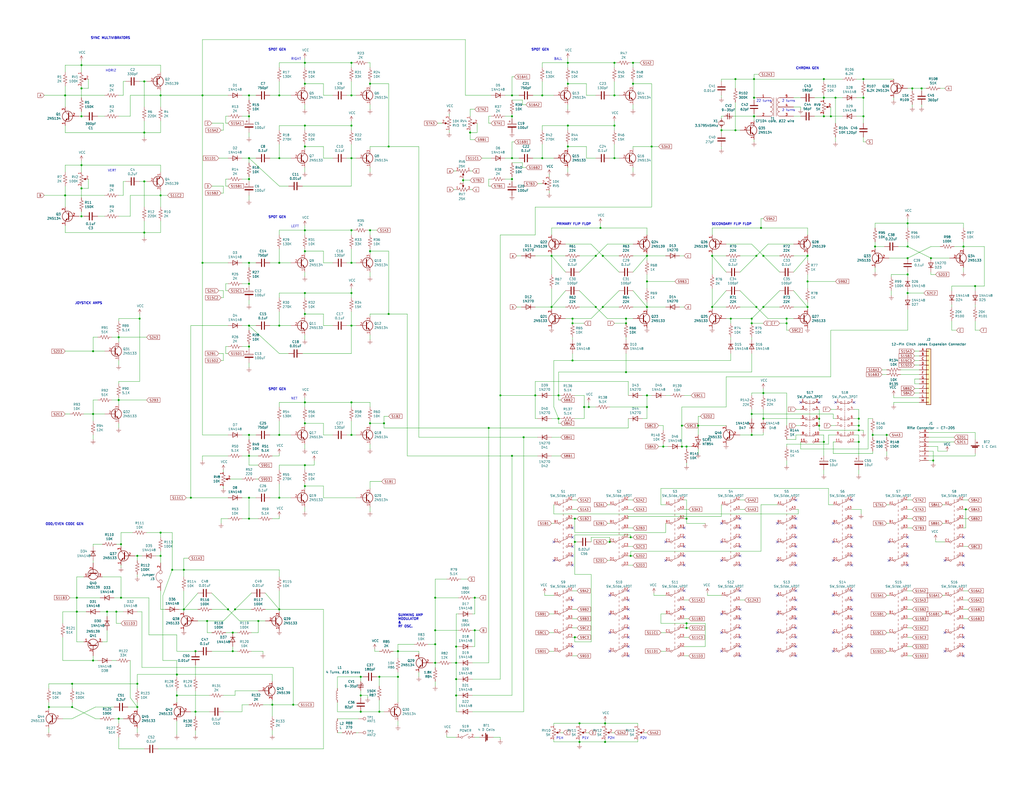
<source format=kicad_sch>
(kicad_sch (version 20230121) (generator eeschema)
  (paper "C")
  (title_block (title "Brown Box - Baer Board") (rev "A") (company "Original by Ralph Baer / Sanders Associates") (comment 1 "Redrawn by Frank Palazzolo"))
  (junction (at 237.49 326.39))
  (junction (at 374.65 340.36))
  (junction (at 41.91 326.39))
  (junction (at 341.63 173.99))
  (junction (at 411.48 43.18))
  (junction (at 152.4 177.8))
  (junction (at 124.46 332.74))
  (junction (at 196.85 379.73))
  (junction (at 401.32 71.12))
  (junction (at 166.37 45.72))
  (junction (at 191.77 125.73))
  (junction (at 113.03 339.09))
  (junction (at 468.63 232.41))
  (junction (at 166.37 68.58))
  (junction (at 335.28 86.36))
  (junction (at 440.69 167.64))
  (junction (at 335.28 68.58))
  (junction (at 447.04 228.6))
  (junction (at 398.78 173.99))
  (junction (at 50.8 360.68))
  (junction (at 341.63 203.2))
  (junction (at 309.88 68.58))
  (junction (at 410.21 176.53))
  (junction (at 330.2 394.97))
  (junction (at 237.49 351.79))
  (junction (at 471.17 63.5))
  (junction (at 353.06 215.9))
  (junction (at 207.01 388.62))
  (junction (at 279.4 63.5))
  (junction (at 309.88 80.01))
  (junction (at 344.17 293.37))
  (junction (at 527.05 278.13))
  (junction (at 312.42 173.99))
  (junction (at 217.17 369.57))
  (junction (at 502.92 48.26))
  (junction (at 201.93 137.16))
  (junction (at 304.8 215.9))
  (junction (at 471.17 53.34))
  (junction (at 74.93 303.53))
  (junction (at 135.89 154.94))
  (junction (at 468.63 228.6))
  (junction (at 76.2 173.99))
  (junction (at 44.45 90.17))
  (junction (at 166.37 80.01))
  (junction (at 477.52 134.62))
  (junction (at 449.58 63.5))
  (junction (at 66.04 326.39))
  (junction (at 191.77 219.71))
  (junction (at 440.69 153.67))
  (junction (at 328.93 139.7))
  (junction (at 166.37 219.71))
  (junction (at 393.7 71.12))
  (junction (at 412.75 139.7))
  (junction (at 495.3 149.86))
  (junction (at 191.77 34.29))
  (junction (at 191.77 177.8))
  (junction (at 416.56 228.6))
  (junction (at 160.02 384.81))
  (junction (at 256.54 72.39))
  (junction (at 104.14 271.78))
  (junction (at 50.8 226.06))
  (junction (at 353.06 139.7))
  (junction (at 166.37 171.45))
  (junction (at 44.45 35.56))
  (junction (at 74.93 386.08))
  (junction (at 471.17 43.18))
  (junction (at 100.33 311.15))
  (junction (at 411.48 63.5))
  (junction (at 447.04 232.41))
  (junction (at 212.09 171.45))
  (junction (at 312.42 176.53))
  (junction (at 26.67 386.08))
  (junction (at 191.77 160.02))
  (junction (at 110.49 52.07))
  (junction (at 449.58 53.34))
  (junction (at 196.85 388.62))
  (junction (at 248.92 379.73))
  (junction (at 152.4 332.74))
  (junction (at 388.62 139.7))
  (junction (at 44.45 118.11))
  (junction (at 509.27 251.46))
  (junction (at 313.69 295.91))
  (junction (at 110.49 143.51))
  (junction (at 63.5 334.01))
  (junction (at 353.06 167.64))
  (junction (at 78.74 99.06))
  (junction (at 191.77 237.49))
  (junction (at 248.92 353.06))
  (junction (at 410.21 173.99))
  (junction (at 135.89 248.92))
  (junction (at 209.55 231.14))
  (junction (at 325.12 139.7))
  (junction (at 341.63 176.53))
  (junction (at 135.89 63.5))
  (junction (at 525.78 134.62))
  (junction (at 412.75 167.64))
  (junction (at 64.77 218.44))
  (junction (at 166.37 137.16))
  (junction (at 66.04 297.18))
  (junction (at 335.28 34.29))
  (junction (at 128.27 332.74))
  (junction (at 135.89 86.36))
  (junction (at 468.63 234.95))
  (junction (at 191.77 68.58))
  (junction (at 191.77 143.51))
  (junction (at 87.63 106.68))
  (junction (at 449.58 43.18))
  (junction (at 41.91 334.01))
  (junction (at 100.33 332.74))
  (junction (at 532.13 156.21))
  (junction (at 106.68 355.6))
  (junction (at 483.87 237.49))
  (junction (at 127 345.44))
  (junction (at 316.23 394.97))
  (junction (at 140.97 339.09))
  (junction (at 196.85 369.57))
  (junction (at 106.68 388.62))
  (junction (at 327.66 124.46))
  (junction (at 401.32 43.18))
  (junction (at 453.39 63.5))
  (junction (at 166.37 254))
  (junction (at 152.4 86.36))
  (junction (at 201.93 45.72))
  (junction (at 93.98 311.15))
  (junction (at 127 355.6))
  (junction (at 135.89 271.78))
  (junction (at 44.45 102.87))
  (junction (at 96.52 379.73))
  (junction (at 355.6 80.01))
  (junction (at 508 140.97))
  (junction (at 39.37 386.08))
  (junction (at 416.56 139.7))
  (junction (at 495.3 121.92))
  (junction (at 259.08 326.39))
  (junction (at 309.88 45.72))
  (junction (at 166.37 125.73))
  (junction (at 455.93 53.34))
  (junction (at 495.3 134.62))
  (junction (at 135.89 97.79))
  (junction (at 217.17 355.6))
  (junction (at 313.69 347.98))
  (junction (at 476.25 237.49))
  (junction (at 374.65 342.9))
  (junction (at 361.95 243.84))
  (junction (at 312.42 196.85))
  (junction (at 166.37 34.29))
  (junction (at 285.75 238.76))
  (junction (at 201.93 125.73))
  (junction (at 300.99 167.64))
  (junction (at 74.93 373.38))
  (junction (at 410.21 226.06))
  (junction (at 237.49 361.95))
  (junction (at 295.91 86.36))
  (junction (at 96.52 368.3))
  (junction (at 388.62 167.64))
  (junction (at 279.4 248.92))
  (junction (at 468.63 241.3))
  (junction (at 449.58 241.3))
  (junction (at 304.8 228.6))
  (junction (at 191.77 86.36))
  (junction (at 64.77 392.43))
  (junction (at 328.93 167.64))
  (junction (at 135.89 177.8))
  (junction (at 300.99 139.7))
  (junction (at 279.4 97.79))
  (junction (at 344.17 303.53))
  (junction (at 440.69 139.7))
  (junction (at 152.4 237.49))
  (junction (at 201.93 231.14))
  (junction (at 248.92 370.84))
  (junction (at 497.84 48.26))
  (junction (at 35.56 52.07))
  (junction (at 237.49 344.17))
  (junction (at 259.08 344.17))
  (junction (at 78.74 44.45))
  (junction (at 148.59 384.81))
  (junction (at 325.12 167.64))
  (junction (at 309.88 34.29))
  (junction (at 135.89 237.49))
  (junction (at 335.28 52.07))
  (junction (at 248.92 361.95))
  (junction (at 44.45 63.5))
  (junction (at 87.63 303.53))
  (junction (at 295.91 52.07))
  (junction (at 135.89 283.21))
  (junction (at 318.77 222.25))
  (junction (at 152.4 271.78))
  (junction (at 35.56 106.68))
  (junction (at 64.77 184.15))
  (junction (at 495.3 140.97))
  (junction (at 44.45 48.26))
  (junction (at 166.37 160.02))
  (junction (at 416.56 167.64))
  (junction (at 374.65 243.84))
  (junction (at 292.1 215.9))
  (junction (at 135.89 143.51))
  (junction (at 429.26 173.99))
  (junction (at 273.05 215.9))
  (junction (at 78.74 127))
  (junction (at 321.31 222.25))
  (junction (at 381 232.41))
  (junction (at 87.63 290.83))
  (junction (at 316.23 405.13))
  (junction (at 374.65 283.21))
  (junction (at 353.06 153.67))
  (junction (at 135.89 189.23))
  (junction (at 416.56 214.63))
  (junction (at 411.48 53.34))
  (junction (at 429.26 176.53))
  (junction (at 279.4 86.36))
  (junction (at 372.11 232.41))
  (junction (at 135.89 52.07))
  (junction (at 353.06 222.25))
  (junction (at 207.01 369.57))
  (junction (at 50.8 191.77))
  (junction (at 330.2 405.13))
  (junction (at 191.77 52.07))
  (junction (at 332.74 295.91))
  (junction (at 166.37 265.43))
  (junction (at 415.29 124.46))
  (junction (at 345.44 45.72))
  (junction (at 495.3 160.02))
  (junction (at 345.44 34.29))
  (junction (at 152.4 52.07))
  (junction (at 212.09 80.01))
  (junction (at 166.37 231.14))
  (junction (at 152.4 143.51))
  (junction (at 252.73 98.425))
  (junction (at 313.69 283.21))
  (junction (at 372.11 243.84))
  (junction (at 266.7 233.68))
  (junction (at 78.74 72.39))
  (junction (at 58.42 334.01))
  (junction (at 39.37 373.38))
  (junction (at 87.63 52.07))
  (junction (at 279.4 52.07))
  (junction (at 410.21 237.49))
  (no_connect (at 454.66 325.12))
  (no_connect (at 312.42 298.45))
  (no_connect (at 342.9 337.82))
  (no_connect (at 342.9 353.06))
  (no_connect (at 403.86 353.06))
  (no_connect (at 464.82 283.21))
  (no_connect (at 312.42 293.37))
  (no_connect (at 342.9 347.98))
  (no_connect (at 525.78 303.53))
  (no_connect (at 302.26 295.91))
  (no_connect (at 332.74 355.6))
  (no_connect (at 403.86 322.58))
  (no_connect (at 403.86 342.9))
  (no_connect (at 464.82 322.58))
  (no_connect (at 373.38 332.74))
  (no_connect (at 525.78 347.98))
  (no_connect (at 464.82 342.9))
  (no_connect (at 312.42 327.66))
  (no_connect (at 434.34 347.98))
  (no_connect (at 434.34 283.21))
  (no_connect (at 342.9 327.66))
  (no_connect (at 434.34 303.53))
  (no_connect (at 464.82 337.82))
  (no_connect (at 525.78 308.61))
  (no_connect (at 373.38 322.58))
  (no_connect (at 424.18 355.6))
  (no_connect (at 424.18 295.91))
  (no_connect (at 454.66 335.28))
  (no_connect (at 464.82 298.45))
  (no_connect (at 454.66 355.6))
  (no_connect (at 403.86 298.45))
  (no_connect (at 332.74 325.12))
  (no_connect (at 342.9 322.58))
  (no_connect (at 495.3 303.53))
  (no_connect (at 434.34 337.82))
  (no_connect (at 525.78 358.14))
  (no_connect (at 434.34 332.74))
  (no_connect (at 454.66 345.44))
  (no_connect (at 312.42 303.53))
  (no_connect (at 485.14 306.07))
  (no_connect (at 373.38 288.29))
  (no_connect (at 454.66 306.07))
  (no_connect (at 464.82 358.14))
  (no_connect (at 363.22 295.91))
  (no_connect (at 434.34 342.9))
  (no_connect (at 434.34 308.61))
  (no_connect (at 434.34 273.05))
  (no_connect (at 495.3 293.37))
  (no_connect (at 434.34 327.66))
  (no_connect (at 466.09 219.71))
  (no_connect (at 332.74 335.28))
  (no_connect (at 393.7 335.28))
  (no_connect (at 464.82 308.61))
  (no_connect (at 434.34 353.06))
  (no_connect (at 515.62 345.44))
  (no_connect (at 447.04 219.71))
  (no_connect (at 454.66 295.91))
  (no_connect (at 373.38 303.53))
  (no_connect (at 495.3 308.61))
  (no_connect (at 464.82 288.29))
  (no_connect (at 424.18 325.12))
  (no_connect (at 393.7 345.44))
  (no_connect (at 403.86 293.37))
  (no_connect (at 515.62 355.6))
  (no_connect (at 525.78 353.06))
  (no_connect (at 464.82 353.06))
  (no_connect (at 393.7 355.6))
  (no_connect (at 434.34 322.58))
  (no_connect (at 485.14 295.91))
  (no_connect (at 434.34 358.14))
  (no_connect (at -134.62 146.05))
  (no_connect (at 495.3 298.45))
  (no_connect (at 464.82 347.98))
  (no_connect (at 393.7 285.75))
  (no_connect (at 312.42 288.29))
  (no_connect (at 393.7 306.07))
  (no_connect (at 454.66 285.75))
  (no_connect (at 403.86 347.98))
  (no_connect (at 373.38 308.61))
  (no_connect (at 525.78 293.37))
  (no_connect (at 424.18 285.75))
  (no_connect (at 424.18 345.44))
  (no_connect (at 403.86 283.21))
  (no_connect (at 373.38 298.45))
  (no_connect (at 434.34 288.29))
  (no_connect (at 464.82 332.74))
  (no_connect (at 403.86 337.82))
  (no_connect (at 302.26 306.07))
  (no_connect (at 434.34 293.37))
  (no_connect (at 403.86 308.61))
  (no_connect (at 373.38 293.37))
  (no_connect (at 403.86 358.14))
  (no_connect (at 342.9 358.14))
  (no_connect (at 332.74 345.44))
  (no_connect (at 424.18 335.28))
  (no_connect (at 312.42 353.06))
  (no_connect (at 403.86 332.74))
  (no_connect (at 455.93 219.71))
  (no_connect (at 525.78 342.9))
  (no_connect (at 464.82 303.53))
  (no_connect (at 464.82 273.05))
  (no_connect (at 434.34 298.45))
  (no_connect (at 403.86 288.29))
  (no_connect (at 436.88 219.71))
  (no_connect (at 464.82 327.66))
  (no_connect (at 312.42 308.61))
  (no_connect (at 363.22 306.07))
  (no_connect (at 393.7 295.91))
  (no_connect (at 342.9 342.9))
  (no_connect (at 464.82 293.37))
  (no_connect (at 424.18 306.07))
  (no_connect (at 342.9 332.74))
  (no_connect (at 403.86 303.53))
  (no_connect (at 515.62 306.07))
  (wire (pts (xy 38.1 226.06) (xy 35.56 226.06)))
  (wire (pts (xy 50.8 237.49) (xy 50.8 240.03)))
  (wire (pts (xy 471.17 236.22) (xy 471.17 234.95)))
  (wire (pts (xy 52.07 392.43) (xy 39.37 386.08)))
  (wire (pts (xy 44.45 53.34) (xy 44.45 48.26)))
  (wire (pts (xy 44.45 63.5) (xy 43.18 63.5)))
  (wire (pts (xy 100.33 332.74) (xy 100.33 334.01)))
  (wire (pts (xy 135.89 62.23) (xy 135.89 63.5)))
  (wire (pts (xy 353.06 142.24) (xy 353.06 139.7)))
  (wire (pts (xy 257.81 361.95) (xy 266.7 361.95)))
  (wire (pts (xy 440.69 168.91) (xy 440.69 167.64)))
  (wire (pts (xy 309.88 44.45) (xy 309.88 45.72)))
  (wire (pts (xy 335.28 52.07) (xy 332.74 52.07)))
  (wire (pts (xy 393.7 281.94) (xy 342.9 281.94)))
  (wire (pts (xy 45.72 63.5) (xy 44.45 63.5)))
  (wire (pts (xy 300.99 128.27) (xy 300.99 124.46)))
  (wire (pts (xy 228.6 238.76) (xy 285.75 238.76)))
  (wire (pts (xy 497.84 332.74) (xy 495.3 332.74)))
  (wire (pts (xy 314.96 273.05) (xy 312.42 273.05)))
  (wire (pts (xy 318.77 215.9) (xy 313.69 215.9)))
  (wire (pts (xy 410.21 133.35) (xy 396.24 133.35)))
  (wire (pts (xy 96.52 383.54) (xy 96.52 379.73)))
  (wire (pts (xy 532.13 247.65) (xy 532.13 248.92)))
  (wire (pts (xy 273.05 370.84) (xy 273.05 215.9)))
  (wire (pts (xy 63.5 334.01) (xy 67.31 334.01)))
  (wire (pts (xy 273.05 215.9) (xy 292.1 215.9)))
  (wire (pts (xy 299.72 96.52) (xy 299.72 95.25)))
  (wire (pts (xy 281.94 167.64) (xy 284.48 167.64)))
  (wire (pts (xy 74.93 334.01) (xy 77.47 334.01)))
  (wire (pts (xy 228.6 356.87) (xy 228.6 355.6)))
  (wire (pts (xy 281.94 139.7) (xy 284.48 139.7)))
  (wire (pts (xy 322.58 313.69) (xy 322.58 350.52)))
  (wire (pts (xy 57.15 118.11) (xy 53.34 118.11)))
  (wire (pts (xy 100.33 332.74) (xy 107.95 323.85)))
  (wire (pts (xy 300.99 167.64) (xy 308.61 158.75)))
  (wire (pts (xy 374.65 245.11) (xy 374.65 243.84)))
  (wire (pts (xy 300.99 139.7) (xy 300.99 149.86)))
  (wire (pts (xy 191.77 135.89) (xy 191.77 143.51)))
  (wire (pts (xy 495.3 134.62) (xy 495.3 132.08)))
  (wire (pts (xy 476.25 246.38) (xy 476.25 247.65)))
  (wire (pts (xy 360.68 355.6) (xy 363.22 355.6)))
  (wire (pts (xy 335.28 86.36) (xy 335.28 78.74)))
  (wire (pts (xy 87.63 90.17) (xy 44.45 90.17)))
  (wire (pts (xy 290.83 52.07) (xy 295.91 52.07)))
  (wire (pts (xy 355.6 80.01) (xy 345.44 80.01)))
  (wire (pts (xy 58.42 344.17) (xy 58.42 350.52)))
  (wire (pts (xy 34.29 334.01) (xy 41.91 334.01)))
  (wire (pts (xy 191.77 34.29) (xy 193.04 34.29)))
  (wire (pts (xy 416.56 237.49) (xy 416.56 236.22)))
  (wire (pts (xy 132.08 63.5) (xy 135.89 63.5)))
  (wire (pts (xy 205.74 369.57) (xy 207.01 369.57)))
  (wire (pts (xy 26.67 373.38) (xy 26.67 375.92)))
  (wire (pts (xy 96.52 346.71) (xy 96.52 355.6)))
  (wire (pts (xy 449.58 237.49) (xy 447.04 237.49)))
  (wire (pts (xy 412.75 167.64) (xy 419.1 173.99)))
  (wire (pts (xy 320.04 80.01) (xy 309.88 80.01)))
  (wire (pts (xy 66.04 326.39) (xy 81.28 326.39)))
  (wire (pts (xy 285.115 57.15) (xy 287.02 57.15)))
  (wire (pts (xy 396.24 148.59) (xy 388.62 139.7)))
  (wire (pts (xy 295.91 68.58) (xy 295.91 71.12)))
  (wire (pts (xy 393.7 80.01) (xy 393.7 81.28)))
  (wire (pts (xy 353.06 168.91) (xy 353.06 167.64)))
  (wire (pts (xy 256.54 59.69) (xy 256.54 63.5)))
  (wire (pts (xy 514.35 275.59) (xy 515.62 275.59)))
  (wire (pts (xy 237.49 326.39) (xy 250.19 326.39)))
  (wire (pts (xy 186.69 400.05) (xy 184.15 400.05)))
  (wire (pts (xy 191.77 52.07) (xy 189.23 52.07)))
  (wire (pts (xy 363.22 215.9) (xy 365.76 215.9)))
  (wire (pts (xy 194.31 237.49) (xy 191.77 237.49)))
  (wire (pts (xy 44.45 48.26) (xy 44.45 46.99)))
  (wire (pts (xy 351.79 400.05) (xy 353.06 400.05)))
  (wire (pts (xy 66.04 326.39) (xy 62.23 326.39)))
  (wire (pts (xy 537.21 156.21) (xy 532.13 156.21)))
  (wire (pts (xy 50.8 191.77) (xy 35.56 191.77)))
  (wire (pts (xy 115.57 323.85) (xy 124.46 332.74)))
  (wire (pts (xy 259.08 326.39) (xy 257.81 326.39)))
  (wire (pts (xy 147.32 143.51) (xy 152.4 143.51)))
  (wire (pts (xy 353.06 167.64) (xy 363.22 167.64)))
  (wire (pts (xy 201.93 137.16) (xy 201.93 138.43)))
  (wire (pts (xy 257.81 370.84) (xy 273.05 370.84)))
  (wire (pts (xy 514.35 335.28) (xy 515.62 335.28)))
  (wire (pts (xy 176.53 52.07) (xy 176.53 45.72)))
  (wire (pts (xy 64.77 52.07) (xy 67.31 52.07)))
  (wire (pts (xy 316.23 405.13) (xy 316.23 406.4)))
  (wire (pts (xy 373.38 337.82) (xy 375.92 337.82)))
  (wire (pts (xy 279.4 62.23) (xy 279.4 63.5)))
  (wire (pts (xy 353.06 228.6) (xy 353.06 222.25)))
  (wire (pts (xy 370.84 167.64) (xy 373.38 167.64)))
  (wire (pts (xy 176.53 45.72) (xy 166.37 45.72)))
  (wire (pts (xy 321.31 222.25) (xy 318.77 222.25)))
  (wire (pts (xy 148.59 283.21) (xy 152.4 283.21)))
  (wire (pts (xy 314.96 337.82) (xy 312.42 337.82)))
  (wire (pts (xy 44.45 33.02) (xy 44.45 35.56)))
  (wire (pts (xy 39.37 375.92) (xy 39.37 373.38)))
  (wire (pts (xy 176.53 271.78) (xy 176.53 265.43)))
  (wire (pts (xy 506.73 246.38) (xy 509.27 246.38)))
  (wire (pts (xy 191.77 128.27) (xy 191.77 125.73)))
  (wire (pts (xy 100.33 304.8) (xy 102.87 304.8)))
  (wire (pts (xy 158.75 271.78) (xy 152.4 271.78)))
  (wire (pts (xy 139.7 177.8) (xy 135.89 177.8)))
  (wire (pts (xy 300.99 238.76) (xy 306.07 238.76)))
  (wire (pts (xy 124.46 193.04) (xy 123.19 193.04)))
  (wire (pts (xy 252.73 97.155) (xy 252.73 98.425)))
  (wire (pts (xy 267.97 52.07) (xy 254 52.07)))
  (wire (pts (xy 434.34 223.52) (xy 436.88 223.52)))
  (wire (pts (xy 384.81 340.36) (xy 384.81 353.06)))
  (wire (pts (xy 58.42 336.55) (xy 58.42 334.01)))
  (wire (pts (xy 300.99 167.64) (xy 300.99 157.48)))
  (wire (pts (xy 433.07 58.42) (xy 436.88 58.42)))
  (wire (pts (xy 487.68 54.61) (xy 487.68 53.34)))
  (wire (pts (xy 191.77 193.04) (xy 191.77 177.8)))
  (wire (pts (xy 152.4 322.58) (xy 152.4 332.74)))
  (wire (pts (xy 403.86 237.49) (xy 410.21 237.49)))
  (wire (pts (xy 382.27 227.33) (xy 381 227.33)))
  (wire (pts (xy 166.37 68.58) (xy 166.37 71.12)))
  (wire (pts (xy 293.37 100.33) (xy 295.91 100.33)))
  (wire (pts (xy 299.72 355.6) (xy 302.26 355.6)))
  (wire (pts (xy 476.25 236.22) (xy 476.25 237.49)))
  (wire (pts (xy 26.67 373.38) (xy 39.37 373.38)))
  (wire (pts (xy 495.3 158.75) (xy 495.3 160.02)))
  (wire (pts (xy 152.4 193.04) (xy 157.48 193.04)))
  (wire (pts (xy 313.69 295.91) (xy 314.96 295.91)))
  (wire (pts (xy 416.56 228.6) (xy 416.56 223.52)))
  (wire (pts (xy 337.82 158.75) (xy 328.93 167.64)))
  (wire (pts (xy 166.37 123.19) (xy 166.37 125.73)))
  (wire (pts (xy 50.8 298.45) (xy 50.8 297.18)))
  (wire (pts (xy 176.53 231.14) (xy 166.37 231.14)))
  (wire (pts (xy 248.92 93.345) (xy 247.65 93.345)))
  (wire (pts (xy 525.78 146.05) (xy 525.78 148.59)))
  (wire (pts (xy 135.89 54.61) (xy 135.89 52.07)))
  (wire (pts (xy 76.2 99.06) (xy 78.74 99.06)))
  (wire (pts (xy 302.26 405.13) (xy 316.23 405.13)))
  (wire (pts (xy 304.8 203.2) (xy 341.63 203.2)))
  (wire (pts (xy 110.49 248.92) (xy 124.46 248.92)))
  (wire (pts (xy 436.88 245.11) (xy 436.88 241.3)))
  (wire (pts (xy 490.22 134.62) (xy 495.3 134.62)))
  (wire (pts (xy 304.8 231.14) (xy 306.07 231.14)))
  (wire (pts (xy 166.37 78.74) (xy 166.37 80.01)))
  (wire (pts (xy 511.81 246.38) (xy 516.89 246.38)))
  (wire (pts (xy 76.2 171.45) (xy 76.2 173.99)))
  (wire (pts (xy 237.49 361.95) (xy 236.22 361.95)))
  (wire (pts (xy 477.52 132.08) (xy 477.52 134.62)))
  (wire (pts (xy 436.88 63.5) (xy 433.07 63.5)))
  (wire (pts (xy 57.15 52.07) (xy 35.56 52.07)))
  (wire (pts (xy 436.88 58.42) (xy 436.88 59.69)))
  (wire (pts (xy 471.17 52.07) (xy 471.17 53.34)))
  (wire (pts (xy 152.4 160.02) (xy 152.4 162.56)))
  (wire (pts (xy 48.26 102.87) (xy 44.45 102.87)))
  (wire (pts (xy 259.08 344.17) (xy 257.81 344.17)))
  (wire (pts (xy 374.65 285.75) (xy 374.65 283.21)))
  (wire (pts (xy 355.6 45.72) (xy 355.6 80.01)))
  (wire (pts (xy 393.7 69.85) (xy 393.7 71.12)))
  (wire (pts (xy 332.74 295.91) (xy 332.74 293.37)))
  (wire (pts (xy 353.06 222.25) (xy 353.06 215.9)))
  (wire (pts (xy 528.32 278.13) (xy 527.05 278.13)))
  (wire (pts (xy 273.05 402.59) (xy 273.05 403.86)))
  (wire (pts (xy 124.46 101.6) (xy 123.19 101.6)))
  (wire (pts (xy 510.54 295.91) (xy 515.62 295.91)))
  (wire (pts (xy 63.5 297.18) (xy 66.04 297.18)))
  (wire (pts (xy 201.93 171.45) (xy 201.93 172.72)))
  (wire (pts (xy 347.98 405.13) (xy 330.2 405.13)))
  (wire (pts (xy 273.05 215.9) (xy 273.05 128.27)))
  (wire (pts (xy 200.66 34.29) (xy 201.93 34.29)))
  (wire (pts (xy 384.81 285.75) (xy 374.65 285.75)))
  (wire (pts (xy 66.04 340.36) (xy 63.5 340.36)))
  (wire (pts (xy 54.61 334.01) (xy 58.42 334.01)))
  (wire (pts (xy 449.58 256.54) (xy 449.58 259.08)))
  (wire (pts (xy 396.24 205.74) (xy 453.39 205.74)))
  (wire (pts (xy 345.44 293.37) (xy 344.17 293.37)))
  (wire (pts (xy 316.23 405.13) (xy 330.2 405.13)))
  (wire (pts (xy 119.38 193.04) (xy 121.92 193.04)))
  (wire (pts (xy 486.41 149.86) (xy 495.3 149.86)))
  (wire (pts (xy 449.58 241.3) (xy 449.58 237.49)))
  (wire (pts (xy 152.4 128.27) (xy 152.4 125.73)))
  (wire (pts (xy 191.77 177.8) (xy 189.23 177.8)))
  (wire (pts (xy 468.63 228.6) (xy 468.63 232.41)))
  (wire (pts (xy 71.12 63.5) (xy 64.77 63.5)))
  (wire (pts (xy 302.26 222.25) (xy 302.26 196.85)))
  (wire (pts (xy 468.63 228.6) (xy 466.09 228.6)))
  (wire (pts (xy 309.88 45.72) (xy 309.88 46.99)))
  (wire (pts (xy 196.85 369.57) (xy 196.85 372.11)))
  (wire (pts (xy 403.86 139.7) (xy 412.75 139.7)))
  (wire (pts (xy 279.4 63.5) (xy 279.4 64.77)))
  (wire (pts (xy 64.77 106.68) (xy 67.31 106.68)))
  (wire (pts (xy 181.61 177.8) (xy 176.53 177.8)))
  (wire (pts (xy 411.48 43.18) (xy 449.58 43.18)))
  (wire (pts (xy 96.52 360.68) (xy 96.52 368.3)))
  (wire (pts (xy 266.7 97.79) (xy 266.7 101.6)))
  (wire (pts (xy 416.56 228.6) (xy 436.88 228.6)))
  (wire (pts (xy 87.63 93.98) (xy 87.63 90.17)))
  (wire (pts (xy 113.03 339.09) (xy 113.03 345.44)))
  (wire (pts (xy 104.14 177.8) (xy 124.46 177.8)))
  (wire (pts (xy 345.44 139.7) (xy 353.06 139.7)))
  (wire (pts (xy 50.8 191.77) (xy 57.15 191.77)))
  (wire (pts (xy 345.44 44.45) (xy 345.44 45.72)))
  (wire (pts (xy 501.65 191.77) (xy 499.11 191.77)))
  (wire (pts (xy 50.8 184.15) (xy 50.8 191.77)))
  (wire (pts (xy 497.84 322.58) (xy 495.3 322.58)))
  (wire (pts (xy 344.17 34.29) (xy 345.44 34.29)))
  (wire (pts (xy 44.45 87.63) (xy 44.45 90.17)))
  (wire (pts (xy 135.89 187.96) (xy 135.89 189.23)))
  (wire (pts (xy 295.91 44.45) (xy 295.91 52.07)))
  (wire (pts (xy 166.37 231.14) (xy 166.37 232.41)))
  (wire (pts (xy 396.24 232.41) (xy 381 232.41)))
  (wire (pts (xy 520.7 134.62) (xy 525.78 134.62)))
  (wire (pts (xy 345.44 91.44) (xy 345.44 93.98)))
  (wire (pts (xy 337.82 139.7) (xy 328.93 139.7)))
  (wire (pts (xy 471.17 67.31) (xy 471.17 63.5)))
  (wire (pts (xy 331.47 306.07) (xy 332.74 306.07)))
  (wire (pts (xy 35.56 127) (xy 78.74 127)))
  (wire (pts (xy 515.62 285.75) (xy 514.35 285.75)))
  (wire (pts (xy 344.17 300.99) (xy 415.29 300.99)))
  (wire (pts (xy 57.15 106.68) (xy 35.56 106.68)))
  (wire (pts (xy 361.95 242.57) (xy 361.95 243.84)))
  (wire (pts (xy 527.05 278.13) (xy 527.05 288.29)))
  (wire (pts (xy 191.77 86.36) (xy 191.77 78.74)))
  (wire (pts (xy 121.92 257.81) (xy 121.92 256.54)))
  (wire (pts (xy 508 140.97) (xy 518.16 140.97)))
  (wire (pts (xy 152.4 222.25) (xy 152.4 219.71)))
  (wire (pts (xy 115.57 332.74) (xy 124.46 332.74)))
  (wire (pts (xy 166.37 31.75) (xy 166.37 34.29)))
  (wire (pts (xy 114.3 379.73) (xy 96.52 379.73)))
  (wire (pts (xy 74.93 386.08) (xy 74.93 387.35)))
  (wire (pts (xy 300.99 228.6) (xy 304.8 228.6)))
  (wire (pts (xy 135.89 52.07) (xy 139.7 52.07)))
  (wire (pts (xy 217.17 359.41) (xy 217.17 355.6)))
  (wire (pts (xy 285.115 88.9) (xy 285.115 91.44)))
  (wire (pts (xy 251.46 316.23) (xy 255.27 316.23)))
  (wire (pts (xy 121.92 193.04) (xy 121.92 196.85)))
  (wire (pts (xy 148.59 248.92) (xy 152.4 248.92)))
  (wire (pts (xy 121.92 67.31) (xy 121.92 71.12)))
  (wire (pts (xy 353.06 222.25) (xy 332.74 222.25)))
  (wire (pts (xy 295.91 36.83) (xy 295.91 34.29)))
  (wire (pts (xy 176.53 171.45) (xy 166.37 171.45)))
  (wire (pts (xy 412.75 139.7) (xy 419.1 133.35)))
  (wire (pts (xy 495.3 180.34) (xy 495.3 168.91)))
  (wire (pts (xy 316.23 158.75) (xy 325.12 167.64)))
  (wire (pts (xy 139.7 261.62) (xy 140.97 261.62)))
  (wire (pts (xy 342.9 308.61) (xy 345.44 308.61)))
  (wire (pts (xy 345.44 34.29) (xy 345.44 36.83)))
  (wire (pts (xy 509.27 246.38) (xy 509.27 251.46)))
  (wire (pts (xy 67.31 99.06) (xy 68.58 99.06)))
  (wire (pts (xy 191.77 222.25) (xy 191.77 219.71)))
  (wire (pts (xy 327.66 121.92) (xy 327.66 124.46)))
  (wire (pts (xy 292.1 208.28) (xy 342.9 208.28)))
  (wire (pts (xy 502.92 58.42) (xy 502.92 57.15)))
  (wire (pts (xy 115.57 101.6) (xy 121.92 101.6)))
  (wire (pts (xy 35.56 68.58) (xy 35.56 72.39)))
  (wire (pts (xy 196.85 369.57) (xy 198.12 369.57)))
  (wire (pts (xy 144.78 323.85) (xy 152.4 332.74)))
  (wire (pts (xy 314.96 283.21) (xy 313.69 283.21)))
  (wire (pts (xy 416.56 139.7) (xy 410.21 133.35)))
  (wire (pts (xy 152.4 177.8) (xy 152.4 170.18)))
  (wire (pts (xy 532.13 236.22) (xy 532.13 240.03)))
  (wire (pts (xy 532.13 156.21) (xy 532.13 158.75)))
  (wire (pts (xy 194.31 86.36) (xy 191.77 86.36)))
  (wire (pts (xy 393.7 43.18) (xy 401.32 43.18)))
  (wire (pts (xy 196.85 379.73) (xy 196.85 381)))
  (wire (pts (xy 237.49 351.79) (xy 237.49 361.95)))
  (wire (pts (xy 50.8 218.44) (xy 50.8 226.06)))
  (wire (pts (xy 398.78 193.04) (xy 398.78 196.85)))
  (wire (pts (xy 110.49 52.07) (xy 87.63 52.07)))
  (wire (pts (xy 508 134.62) (xy 513.08 134.62)))
  (wire (pts (xy 257.81 379.73) (xy 279.4 379.73)))
  (wire (pts (xy 411.48 40.64) (xy 414.02 40.64)))
  (wire (pts (xy 401.32 43.18) (xy 411.48 43.18)))
  (wire (pts (xy 201.93 125.73) (xy 205.74 125.73)))
  (wire (pts (xy 495.3 121.92) (xy 477.52 121.92)))
  (wire (pts (xy 499.11 209.55) (xy 501.65 209.55)))
  (wire (pts (xy 181.61 52.07) (xy 176.53 52.07)))
  (wire (pts (xy 403.86 148.59) (xy 412.75 139.7)))
  (wire (pts (xy 135.89 271.78) (xy 135.89 283.21)))
  (wire (pts (xy 166.37 45.72) (xy 166.37 46.99)))
  (wire (pts (xy 257.81 93.345) (xy 256.54 93.345)))
  (wire (pts (xy 321.31 222.25) (xy 321.31 219.71)))
  (wire (pts (xy 476.25 247.65) (xy 454.66 247.65)))
  (wire (pts (xy 429.26 242.57) (xy 429.26 243.84)))
  (wire (pts (xy 452.12 242.57) (xy 429.26 242.57)))
  (wire (pts (xy 345.44 167.64) (xy 353.06 167.64)))
  (wire (pts (xy 471.17 74.93) (xy 471.17 77.47)))
  (wire (pts (xy 135.89 163.83) (xy 135.89 166.37)))
  (wire (pts (xy 453.39 223.52) (xy 455.93 223.52)))
  (wire (pts (xy 135.89 271.78) (xy 132.08 271.78)))
  (wire (pts (xy 35.56 123.19) (xy 35.56 127)))
  (wire (pts (xy 54.61 392.43) (xy 52.07 392.43)))
  (wire (pts (xy 176.53 137.16) (xy 166.37 137.16)))
  (wire (pts (xy 191.77 66.04) (xy 191.77 68.58)))
  (wire (pts (xy 388.62 167.64) (xy 396.24 158.75)))
  (wire (pts (xy 495.3 288.29) (xy 497.84 288.29)))
  (wire (pts (xy 374.65 243.84) (xy 372.11 243.84)))
  (wire (pts (xy 44.45 90.17) (xy 35.56 90.17)))
  (wire (pts (xy 425.45 139.7) (xy 416.56 139.7)))
  (wire (pts (xy 132.08 248.92) (xy 135.89 248.92)))
  (wire (pts (xy 302.26 403.86) (xy 302.26 405.13)))
  (wire (pts (xy 410.21 176.53) (xy 416.56 176.53)))
  (wire (pts (xy 330.2 393.7) (xy 330.2 394.97)))
  (wire (pts (xy 201.93 135.89) (xy 201.93 137.16)))
  (wire (pts (xy 449.58 63.5) (xy 444.5 63.5)))
  (wire (pts (xy 57.15 63.5) (xy 53.34 63.5)))
  (wire (pts (xy 87.63 66.04) (xy 87.63 72.39)))
  (wire (pts (xy 429.26 173.99) (xy 433.07 173.99)))
  (wire (pts (xy 74.93 306.07) (xy 74.93 303.53)))
  (wire (pts (xy 77.47 303.53) (xy 74.93 303.53)))
  (wire (pts (xy 482.6 134.62) (xy 477.52 134.62)))
  (wire (pts (xy 66.04 297.18) (xy 66.04 298.45)))
  (wire (pts (xy 334.01 400.05) (xy 335.28 400.05)))
  (wire (pts (xy 44.45 90.17) (xy 44.45 93.98)))
  (wire (pts (xy 302.26 196.85) (xy 312.42 196.85)))
  (wire (pts (xy 497.84 327.66) (xy 495.3 327.66)))
  (wire (pts (xy 372.11 243.84) (xy 372.11 232.41)))
  (wire (pts (xy 361.95 232.41) (xy 361.95 234.95)))
  (wire (pts (xy 194.31 400.05) (xy 195.58 400.05)))
  (wire (pts (xy 41.91 314.96) (xy 45.72 314.96)))
  (wire (pts (xy 87.63 106.68) (xy 91.44 106.68)))
  (wire (pts (xy 410.21 237.49) (xy 410.21 236.22)))
  (wire (pts (xy 292.1 228.6) (xy 293.37 228.6)))
  (wire (pts (xy 501.65 207.01) (xy 499.11 207.01)))
  (wire (pts (xy 166.37 264.16) (xy 166.37 265.43)))
  (wire (pts (xy 476.25 237.49) (xy 476.25 238.76)))
  (wire (pts (xy 477.52 146.05) (xy 477.52 148.59)))
  (wire (pts (xy 275.59 86.36) (xy 279.4 86.36)))
  (wire (pts (xy 266.7 63.5) (xy 267.97 63.5)))
  (wire (pts (xy 471.17 43.18) (xy 487.68 43.18)))
  (wire (pts (xy 505.46 48.26) (xy 502.92 48.26)))
  (wire (pts (xy 335.28 44.45) (xy 335.28 52.07)))
  (wire (pts (xy 248.92 370.84) (xy 248.92 379.73)))
  (wire (pts (xy 135.89 189.23) (xy 135.89 190.5)))
  (wire (pts (xy 328.93 167.64) (xy 322.58 173.99)))
  (wire (pts (xy 434.34 232.41) (xy 436.88 232.41)))
  (wire (pts (xy 259.08 344.17) (xy 261.62 344.17)))
  (wire (pts (xy 430.53 180.34) (xy 429.26 180.34)))
  (wire (pts (xy 248.92 370.84) (xy 250.19 370.84)))
  (wire (pts (xy 302.26 396.24) (xy 302.26 394.97)))
  (wire (pts (xy 322.58 313.69) (xy 313.69 313.69)))
  (wire (pts (xy 48.26 48.26) (xy 44.45 48.26)))
  (wire (pts (xy 152.4 248.92) (xy 152.4 247.65)))
  (wire (pts (xy 495.3 148.59) (xy 495.3 149.86)))
  (wire (pts (xy 345.44 288.29) (xy 342.9 288.29)))
  (wire (pts (xy 528.32 322.58) (xy 525.78 322.58)))
  (wire (pts (xy 121.92 162.56) (xy 120.65 162.56)))
  (wire (pts (xy 454.66 226.06) (xy 410.21 226.06)))
  (wire (pts (xy 416.56 214.63) (xy 416.56 215.9)))
  (wire (pts (xy 124.46 158.75) (xy 123.19 158.75)))
  (wire (pts (xy 140.97 339.09) (xy 144.78 339.09)))
  (wire (pts (xy 468.63 232.41) (xy 466.09 232.41)))
  (wire (pts (xy 295.91 34.29) (xy 309.88 34.29)))
  (wire (pts (xy 35.56 52.07) (xy 35.56 46.99)))
  (wire (pts (xy 410.21 176.53) (xy 410.21 173.99)))
  (wire (pts (xy 344.17 303.53) (xy 345.44 303.53)))
  (wire (pts (xy 71.12 118.11) (xy 64.77 118.11)))
  (wire (pts (xy 330.2 403.86) (xy 330.2 405.13)))
  (wire (pts (xy 449.58 53.34) (xy 444.5 53.34)))
  (wire (pts (xy 201.93 137.16) (xy 212.09 137.16)))
  (wire (pts (xy 344.17 300.99) (xy 344.17 303.53)))
  (wire (pts (xy 299.72 335.28) (xy 302.26 335.28)))
  (wire (pts (xy 302.26 222.25) (xy 304.8 228.6)))
  (wire (pts (xy 166.37 276.86) (xy 166.37 279.4)))
  (wire (pts (xy 53.34 184.15) (xy 50.8 184.15)))
  (wire (pts (xy 353.06 153.67) (xy 368.3 153.67)))
  (wire (pts (xy 35.56 35.56) (xy 35.56 39.37)))
  (wire (pts (xy 381 227.33) (xy 381 232.41)))
  (wire (pts (xy 121.92 265.43) (xy 121.92 266.7)))
  (wire (pts (xy 495.3 140.97) (xy 508 134.62)))
  (wire (pts (xy 222.25 248.92) (xy 279.4 248.92)))
  (wire (pts (xy 416.56 214.63) (xy 410.21 214.63)))
  (wire (pts (xy 279.4 41.91) (xy 280.67 41.91)))
  (wire (pts (xy 374.65 243.84) (xy 377.19 243.84)))
  (wire (pts (xy 429.26 214.63) (xy 429.26 232.41)))
  (wire (pts (xy 510.54 294.64) (xy 510.54 295.91)))
  (wire (pts (xy 292.1 167.64) (xy 300.99 167.64)))
  (wire (pts (xy 217.17 355.6) (xy 214.63 355.6)))
  (wire (pts (xy 454.66 228.6) (xy 454.66 226.06)))
  (wire (pts (xy 322.58 293.37) (xy 322.58 295.91)))
  (wire (pts (xy 345.44 80.01) (xy 345.44 81.28)))
  (wire (pts (xy 248.92 361.95) (xy 250.19 361.95)))
  (wire (pts (xy 243.84 402.59) (xy 248.92 402.59)))
  (wire (pts (xy 106.68 388.62) (xy 106.68 391.16)))
  (wire (pts (xy 508 148.59) (xy 508 149.86)))
  (wire (pts (xy 74.93 368.3) (xy 96.52 368.3)))
  (wire (pts (xy 353.06 153.67) (xy 353.06 157.48)))
  (wire (pts (xy 201.93 45.72) (xy 212.09 45.72)))
  (wire (pts (xy 440.69 153.67) (xy 455.93 153.67)))
  (wire (pts (xy 76.2 173.99) (xy 76.2 208.28)))
  (wire (pts (xy 483.87 275.59) (xy 485.14 275.59)))
  (wire (pts (xy 41.91 350.52) (xy 45.72 350.52)))
  (wire (pts (xy 320.04 86.36) (xy 320.04 80.01)))
  (wire (pts (xy 279.4 379.73) (xy 279.4 248.92)))
  (wire (pts (xy 455.93 237.49) (xy 452.12 237.49)))
  (wire (pts (xy 201.93 182.88) (xy 201.93 185.42)))
  (wire (pts (xy 497.84 353.06) (xy 495.3 353.06)))
  (wire (pts (xy 410.21 223.52) (xy 410.21 226.06)))
  (wire (pts (xy 501.65 196.85) (xy 499.11 196.85)))
  (wire (pts (xy 64.77 392.43) (xy 67.31 392.43)))
  (wire (pts (xy 468.63 241.3) (xy 468.63 248.92)))
  (wire (pts (xy 471.17 77.47) (xy 472.44 77.47)))
  (wire (pts (xy 135.89 177.8) (xy 152.4 193.04)))
  (wire (pts (xy 166.37 265.43) (xy 166.37 266.7)))
  (wire (pts (xy 132.08 52.07) (xy 135.89 52.07)))
  (wire (pts (xy 123.19 189.23) (xy 124.46 189.23)))
  (wire (pts (xy 106.68 388.62) (xy 114.3 388.62)))
  (wire (pts (xy 429.26 176.53) (xy 425.45 176.53)))
  (wire (pts (xy 335.28 86.36) (xy 332.74 86.36)))
  (wire (pts (xy 312.42 176.53) (xy 312.42 173.99)))
  (wire (pts (xy 97.79 332.74) (xy 100.33 332.74)))
  (wire (pts (xy 452.12 237.49) (xy 452.12 242.57)))
  (wire (pts (xy 401.32 43.18) (xy 401.32 48.26)))
  (wire (pts (xy 166.37 91.44) (xy 166.37 93.98)))
  (wire (pts (xy 147.32 86.36) (xy 152.4 86.36)))
  (wire (pts (xy 359.41 80.01) (xy 355.6 80.01)))
  (wire (pts (xy 468.63 241.3) (xy 468.63 237.49)))
  (wire (pts (xy 44.45 107.95) (xy 44.45 102.87)))
  (wire (pts (xy 209.55 227.33) (xy 212.09 227.33)))
  (wire (pts (xy 416.56 212.09) (xy 416.56 214.63)))
  (wire (pts (xy 375.92 278.13) (xy 373.38 278.13)))
  (wire (pts (xy 393.7 53.34) (xy 393.7 52.07)))
  (wire (pts (xy 152.4 44.45) (xy 152.4 52.07)))
  (wire (pts (xy 144.78 332.74) (xy 152.4 332.74)))
  (wire (pts (xy 121.92 388.62) (xy 132.08 388.62)))
  (wire (pts (xy 374.65 283.21) (xy 374.65 273.05)))
  (wire (pts (xy 375.92 327.66) (xy 373.38 327.66)))
  (wire (pts (xy 260.35 72.39) (xy 256.54 72.39)))
  (wire (pts (xy 248.92 361.95) (xy 248.92 370.84)))
  (wire (pts (xy 434.34 240.03) (xy 434.34 237.49)))
  (wire (pts (xy 123.19 97.79) (xy 123.19 101.6)))
  (wire (pts (xy 100.33 311.15) (xy 100.33 314.96)))
  (wire (pts (xy 309.88 34.29) (xy 335.28 34.29)))
  (wire (pts (xy 388.62 128.27) (xy 388.62 124.46)))
  (wire (pts (xy 123.19 189.23) (xy 123.19 193.04)))
  (wire (pts (xy 467.36 43.18) (xy 471.17 43.18)))
  (wire (pts (xy 433.07 139.7) (xy 440.69 139.7)))
  (wire (pts (xy 248.92 335.28) (xy 248.92 353.06)))
  (wire (pts (xy 363.22 335.28) (xy 360.68 335.28)))
  (wire (pts (xy 228.6 80.01) (xy 212.09 80.01)))
  (wire (pts (xy 96.52 369.57) (xy 96.52 368.3)))
  (wire (pts (xy 341.63 193.04) (xy 341.63 203.2)))
  (wire (pts (xy 332.74 295.91) (xy 331.47 295.91)))
  (wire (pts (xy 312.42 176.53) (xy 318.77 176.53)))
  (wire (pts (xy 191.77 101.6) (xy 191.77 86.36)))
  (wire (pts (xy 38.1 326.39) (xy 41.91 326.39)))
  (wire (pts (xy 137.16 332.74) (xy 128.27 332.74)))
  (wire (pts (xy 532.13 167.64) (xy 532.13 166.37)))
  (wire (pts (xy 468.63 256.54) (xy 468.63 259.08)))
  (wire (pts (xy 440.69 153.67) (xy 440.69 157.48)))
  (wire (pts (xy 74.93 368.3) (xy 74.93 373.38)))
  (wire (pts (xy 87.63 39.37) (xy 87.63 35.56)))
  (wire (pts (xy 110.49 237.49) (xy 124.46 237.49)))
  (wire (pts (xy 123.19 158.75) (xy 123.19 154.94)))
  (wire (pts (xy 135.89 86.36) (xy 152.4 101.6)))
  (wire (pts (xy 497.84 58.42) (xy 497.84 57.15)))
  (wire (pts (xy 527.05 288.29) (xy 525.78 288.29)))
  (wire (pts (xy 78.74 66.04) (xy 78.74 72.39)))
  (wire (pts (xy 447.04 232.41) (xy 447.04 234.95)))
  (wire (pts (xy 341.63 184.15) (xy 341.63 185.42)))
  (wire (pts (xy 137.16 323.85) (xy 128.27 332.74)))
  (wire (pts (xy 201.93 44.45) (xy 201.93 45.72)))
  (wire (pts (xy 374.65 252.73) (xy 374.65 254)))
  (wire (pts (xy 166.37 44.45) (xy 166.37 45.72)))
  (wire (pts (xy 64.77 184.15) (xy 64.77 186.69)))
  (wire (pts (xy 327.66 124.46) (xy 353.06 124.46)))
  (wire (pts (xy 166.37 125.73) (xy 191.77 125.73)))
  (wire (pts (xy 532.13 175.26) (xy 532.13 180.34)))
  (wire (pts (xy 425.45 167.64) (xy 416.56 167.64)))
  (wire (pts (xy 237.49 364.49) (xy 237.49 361.95)))
  (wire (pts (xy 87.63 332.74) (xy 90.17 332.74)))
  (wire (pts (xy 453.39 58.42) (xy 453.39 63.5)))
  (wire (pts (xy 176.53 143.51) (xy 176.53 137.16)))
  (wire (pts (xy 440.69 124.46) (xy 440.69 128.27)))
  (wire (pts (xy 124.46 332.74) (xy 130.81 339.09)))
  (wire (pts (xy 237.49 351.79) (xy 237.49 344.17)))
  (wire (pts (xy 248.92 388.62) (xy 250.19 388.62)))
  (wire (pts (xy 55.88 314.96) (xy 66.04 314.96)))
  (wire (pts (xy 74.93 397.51) (xy 74.93 400.05)))
  (wire (pts (xy 506.73 241.3) (xy 520.7 241.3)))
  (wire (pts (xy 201.93 242.57) (xy 201.93 245.11)))
  (wire (pts (xy 312.42 196.85) (xy 398.78 196.85)))
  (wire (pts (xy 322.58 173.99) (xy 312.42 173.99)))
  (wire (pts (xy 495.3 358.14) (xy 497.84 358.14)))
  (wire (pts (xy 217.17 367.03) (xy 217.17 369.57)))
  (wire (pts (xy 429.26 176.53) (xy 429.26 173.99)))
  (wire (pts (xy 345.44 148.59) (xy 353.06 139.7)))
  (wire (pts (xy 78.74 44.45) (xy 80.01 44.45)))
  (wire (pts (xy 360.68 340.36) (xy 360.68 335.28)))
  (wire (pts (xy 341.63 173.99) (xy 345.44 173.99)))
  (wire (pts (xy 245.11 71.12) (xy 245.11 72.39)))
  (wire (pts (xy 513.08 48.26) (xy 515.62 48.26)))
  (wire (pts (xy 34.29 392.43) (xy 39.37 392.43)))
  (wire (pts (xy 316.23 396.24) (xy 316.23 394.97)))
  (wire (pts (xy 110.49 52.07) (xy 110.49 143.51)))
  (wire (pts (xy 495.3 283.21) (xy 497.84 283.21)))
  (wire (pts (xy 119.38 158.75) (xy 121.92 158.75)))
  (wire (pts (xy 201.93 34.29) (xy 201.93 36.83)))
  (wire (pts (xy 279.4 96.52) (xy 279.4 97.79)))
  (wire (pts (xy 469.9 278.13) (xy 469.9 280.67)))
  (wire (pts (xy 342.9 293.37) (xy 344.17 293.37)))
  (wire (pts (xy 121.92 71.12) (xy 120.65 71.12)))
  (wire (pts (xy 123.19 63.5) (xy 124.46 63.5)))
  (wire (pts (xy 46.99 334.01) (xy 41.91 334.01)))
  (wire (pts (xy 166.37 148.59) (xy 166.37 151.13)))
  (wire (pts (xy 410.21 237.49) (xy 416.56 237.49)))
  (wire (pts (xy 483.87 201.93) (xy 481.33 201.93)))
  (wire (pts (xy 104.14 271.78) (xy 101.6 271.78)))
  (wire (pts (xy 353.06 149.86) (xy 353.06 153.67)))
  (wire (pts (xy 449.58 43.18) (xy 459.74 43.18)))
  (wire (pts (xy 64.77 182.88) (xy 64.77 184.15)))
  (wire (pts (xy 217.17 393.7) (xy 217.17 396.24)))
  (wire (pts (xy 425.45 148.59) (xy 416.56 139.7)))
  (wire (pts (xy 176.53 237.49) (xy 176.53 231.14)))
  (wire (pts (xy 201.93 262.89) (xy 201.93 266.7)))
  (wire (pts (xy 309.88 78.74) (xy 309.88 80.01)))
  (wire (pts (xy 71.12 106.68) (xy 71.12 118.11)))
  (wire (pts (xy 57.15 226.06) (xy 50.8 226.06)))
  (wire (pts (xy 312.42 283.21) (xy 313.69 283.21)))
  (wire (pts (xy 35.56 58.42) (xy 35.56 52.07)))
  (wire (pts (xy 345.44 57.15) (xy 345.44 59.69)))
  (wire (pts (xy 455.93 77.47) (xy 455.93 74.93)))
  (wire (pts (xy 121.92 379.73) (xy 128.27 379.73)))
  (wire (pts (xy 473.71 245.11) (xy 436.88 245.11)))
  (wire (pts (xy 158.75 86.36) (xy 152.4 86.36)))
  (wire (pts (xy 87.63 52.07) (xy 87.63 58.42)))
  (wire (pts (xy 110.49 251.46) (xy 110.49 248.92)))
  (wire (pts (xy 166.37 229.87) (xy 166.37 231.14)))
  (wire (pts (xy 257.81 103.505) (xy 256.54 103.505)))
  (wire (pts (xy 486.41 151.13) (xy 486.41 149.86)))
  (wire (pts (xy 201.93 219.71) (xy 201.93 222.25)))
  (wire (pts (xy 254 21.59) (xy 254 52.07)))
  (wire (pts (xy 487.68 220.98) (xy 487.68 219.71)))
  (wire (pts (xy 304.8 215.9) (xy 304.8 218.44)))
  (wire (pts (xy 302.26 275.59) (xy 302.26 280.67)))
  (wire (pts (xy 537.21 134.62) (xy 537.21 156.21)))
  (wire (pts (xy 74.93 313.69) (xy 74.93 314.96)))
  (wire (pts (xy 433.07 148.59) (xy 440.69 139.7)))
  (wire (pts (xy 347.98 403.86) (xy 347.98 405.13)))
  (wire (pts (xy 342.9 281.94) (xy 342.9 283.21)))
  (wire (pts (xy 194.31 52.07) (xy 191.77 52.07)))
  (wire (pts (xy 353.06 215.9) (xy 350.52 215.9)))
  (wire (pts (xy 201.93 148.59) (xy 201.93 151.13)))
  (wire (pts (xy 483.87 355.6) (xy 485.14 355.6)))
  (wire (pts (xy 121.92 158.75) (xy 121.92 162.56)))
  (wire (pts (xy 166.37 80.01) (xy 166.37 81.28)))
  (wire (pts (xy 41.91 334.01) (xy 41.91 350.52)))
  (wire (pts (xy 191.77 143.51) (xy 189.23 143.51)))
  (wire (pts (xy 166.37 217.17) (xy 166.37 219.71)))
  (wire (pts (xy 152.4 219.71) (xy 166.37 219.71)))
  (wire (pts (xy 77.47 364.49) (xy 160.02 364.49)))
  (wire (pts (xy 519.43 156.21) (xy 519.43 158.75)))
  (wire (pts (xy 483.87 325.12) (xy 485.14 325.12)))
  (wire (pts (xy 495.3 180.34) (xy 453.39 180.34)))
  (wire (pts (xy 279.4 77.47) (xy 279.4 86.36)))
  (wire (pts (xy 454.66 247.65) (xy 454.66 241.3)))
  (wire (pts (xy 147.32 177.8) (xy 152.4 177.8)))
  (wire (pts (xy 410.21 226.06) (xy 410.21 228.6)))
  (wire (pts (xy 67.31 52.07) (xy 67.31 44.45)))
  (wire (pts (xy 419.1 133.35) (xy 433.07 133.35)))
  (wire (pts (xy 279.4 97.79) (xy 279.4 99.06)))
  (wire (pts (xy 148.59 384.81) (xy 160.02 384.81)))
  (wire (pts (xy 325.12 167.64) (xy 331.47 173.99)))
  (wire (pts (xy 519.43 167.64) (xy 519.43 166.37)))
  (wire (pts (xy 471.17 53.34) (xy 471.17 63.5)))
  (wire (pts (xy 506.73 236.22) (xy 532.13 236.22)))
  (wire (pts (xy 295.91 86.36) (xy 295.91 78.74)))
  (wire (pts (xy 196.85 377.19) (xy 196.85 379.73)))
  (wire (pts (xy 58.42 334.01) (xy 63.5 334.01)))
  (wire (pts (xy 64.77 184.15) (xy 80.01 184.15)))
  (wire (pts (xy 525.78 134.62) (xy 525.78 135.89)))
  (wire (pts (xy 201.93 80.01) (xy 201.93 81.28)))
  (wire (pts (xy 52.07 386.08) (xy 62.23 386.08)))
  (wire (pts (xy 181.61 237.49) (xy 176.53 237.49)))
  (wire (pts (xy 279.4 52.07) (xy 283.21 52.07)))
  (wire (pts (xy 135.89 106.68) (xy 135.89 109.22)))
  (wire (pts (xy 238.76 67.31) (xy 241.3 67.31)))
  (wire (pts (xy 201.93 262.89) (xy 208.28 262.89)))
  (wire (pts (xy 447.04 234.95) (xy 468.63 234.95)))
  (wire (pts (xy 35.56 106.68) (xy 24.13 106.68)))
  (wire (pts (xy 406.4 273.05) (xy 403.86 273.05)))
  (wire (pts (xy 132.08 97.79) (xy 135.89 97.79)))
  (wire (pts (xy 506.73 238.76) (xy 520.7 238.76)))
  (wire (pts (xy 60.96 218.44) (xy 64.77 218.44)))
  (wire (pts (xy 78.74 127) (xy 78.74 129.54)))
  (wire (pts (xy 166.37 254) (xy 171.45 254)))
  (wire (pts (xy 525.78 124.46) (xy 525.78 121.92)))
  (wire (pts (xy 325.12 139.7) (xy 331.47 133.35)))
  (wire (pts (xy 483.87 204.47) (xy 481.33 204.47)))
  (wire (pts (xy 135.89 254) (xy 140.97 254)))
  (wire (pts (xy 123.19 67.31) (xy 123.19 63.5)))
  (wire (pts (xy 435.61 278.13) (xy 435.61 280.67)))
  (wire (pts (xy 398.78 173.99) (xy 410.21 173.99)))
  (wire (pts (xy 495.3 160.02) (xy 504.19 160.02)))
  (wire (pts (xy 26.67 386.08) (xy 39.37 386.08)))
  (wire (pts (xy 166.37 57.15) (xy 166.37 59.69)))
  (wire (pts (xy 335.28 176.53) (xy 341.63 176.53)))
  (wire (pts (xy 316.23 394.97) (xy 330.2 394.97)))
  (wire (pts (xy 353.06 139.7) (xy 353.06 138.43)))
  (wire (pts (xy 135.89 237.49) (xy 139.7 237.49)))
  (wire (pts (xy 501.65 201.93) (xy 491.49 201.93)))
  (wire (pts (xy 436.88 53.34) (xy 433.07 53.34)))
  (wire (pts (xy 466.09 223.52) (xy 468.63 223.52)))
  (wire (pts (xy 349.25 34.29) (xy 345.44 34.29)))
  (wire (pts (xy 467.36 53.34) (xy 471.17 53.34)))
  (wire (pts (xy 388.62 139.7) (xy 388.62 149.86)))
  (wire (pts (xy 64.77 196.85) (xy 64.77 199.39)))
  (wire (pts (xy 374.65 340.36) (xy 384.81 340.36)))
  (wire (pts (xy 353.06 124.46) (xy 353.06 128.27)))
  (wire (pts (xy 374.65 273.05) (xy 373.38 273.05)))
  (wire (pts (xy 88.9 360.68) (xy 96.52 360.68)))
  (wire (pts (xy 259.08 335.28) (xy 259.08 326.39)))
  (wire (pts (xy 250.19 335.28) (xy 248.92 335.28)))
  (wire (pts (xy 132.08 143.51) (xy 135.89 143.51)))
  (wire (pts (xy 87.63 300.99) (xy 87.63 303.53)))
  (wire (pts (xy 388.62 167.64) (xy 388.62 168.91)))
  (wire (pts (xy 267.97 101.6) (xy 266.7 101.6)))
  (wire (pts (xy 64.77 175.26) (xy 64.77 173.99)))
  (wire (pts (xy 74.93 386.08) (xy 74.93 383.54)))
  (wire (pts (xy 273.05 128.27) (xy 292.1 128.27)))
  (wire (pts (xy 360.68 345.44) (xy 363.22 345.44)))
  (wire (pts (xy 127 355.6) (xy 115.57 355.6)))
  (wire (pts (xy 292.1 215.9) (xy 293.37 215.9)))
  (wire (pts (xy 292.1 208.28) (xy 292.1 215.9)))
  (wire (pts (xy 257.81 353.06) (xy 259.08 353.06)))
  (wire (pts (xy 425.45 158.75) (xy 416.56 167.64)))
  (wire (pts (xy 81.28 326.39) (xy 81.28 346.71)))
  (wire (pts (xy 297.18 325.12) (xy 302.26 325.12)))
  (wire (pts (xy 325.12 52.07) (xy 320.04 52.07)))
  (wire (pts (xy 121.92 105.41) (xy 120.65 105.41)))
  (wire (pts (xy 308.61 139.7) (xy 300.99 139.7)))
  (wire (pts (xy 306.07 400.05) (xy 307.34 400.05)))
  (wire (pts (xy 158.75 177.8) (xy 152.4 177.8)))
  (wire (pts (xy 113.03 345.44) (xy 115.57 345.44)))
  (wire (pts (xy 78.74 113.03) (xy 78.74 99.06)))
  (wire (pts (xy 261.62 402.59) (xy 259.08 402.59)))
  (wire (pts (xy 434.34 237.49) (xy 436.88 237.49)))
  (wire (pts (xy 66.04 290.83) (xy 72.39 290.83)))
  (wire (pts (xy 135.89 177.8) (xy 132.08 177.8)))
  (wire (pts (xy 152.4 86.36) (xy 152.4 78.74)))
  (wire (pts (xy 300.99 285.75) (xy 302.26 285.75)))
  (wire (pts (xy 279.4 52.07) (xy 279.4 41.91)))
  (wire (pts (xy 237.49 344.17) (xy 250.19 344.17)))
  (wire (pts (xy 506.73 251.46) (xy 509.27 251.46)))
  (wire (pts (xy 501.65 199.39) (xy 499.11 199.39)))
  (wire (pts (xy 137.16 355.6) (xy 143.51 355.6)))
  (wire (pts (xy 152.4 334.01) (xy 152.4 332.74)))
  (wire (pts (xy 74.93 375.92) (xy 74.93 373.38)))
  (wire (pts (xy 381 232.41) (xy 381 237.49)))
  (wire (pts (xy 320.04 45.72) (xy 309.88 45.72)))
  (wire (pts (xy 152.4 237.49) (xy 158.75 237.49)))
  (wire (pts (xy 345.44 298.45) (xy 342.9 298.45)))
  (wire (pts (xy 201.93 229.87) (xy 201.93 231.14)))
  (wire (pts (xy 132.08 237.49) (xy 135.89 237.49)))
  (wire (pts (xy 96.52 393.7) (xy 96.52 401.32)))
  (wire (pts (xy 124.46 52.07) (xy 110.49 52.07)))
  (wire (pts (xy 532.13 156.21) (xy 519.43 156.21)))
  (wire (pts (xy 121.92 101.6) (xy 121.92 105.41)))
  (wire (pts (xy 501.65 194.31) (xy 499.11 194.31)))
  (wire (pts (xy 135.89 153.67) (xy 135.89 154.94)))
  (wire (pts (xy 374.65 340.36) (xy 374.65 342.9)))
  (wire (pts (xy 93.98 290.83) (xy 93.98 311.15)))
  (wire (pts (xy 86.36 408.94) (xy 176.53 408.94)))
  (wire (pts (xy 398.78 176.53) (xy 398.78 173.99)))
  (wire (pts (xy 299.72 345.44) (xy 302.26 345.44)))
  (wire (pts (xy 440.69 149.86) (xy 440.69 153.67)))
  (wire (pts (xy 166.37 160.02) (xy 152.4 160.02)))
  (wire (pts (xy 260.35 67.31) (xy 260.35 72.39)))
  (wire (pts (xy 207.01 388.62) (xy 209.55 388.62)))
  (wire (pts (xy 396.24 167.64) (xy 388.62 167.64)))
  (wire (pts (xy 506.73 248.92) (xy 532.13 248.92)))
  (wire (pts (xy 67.31 44.45) (xy 68.58 44.45)))
  (wire (pts (xy 130.81 339.09) (xy 140.97 339.09)))
  (wire (pts (xy 403.86 158.75) (xy 412.75 167.64)))
  (wire (pts (xy 396.24 173.99) (xy 398.78 173.99)))
  (wire (pts (xy 279.4 77.47) (xy 280.67 77.47)))
  (wire (pts (xy 318.77 222.25) (xy 318.77 215.9)))
  (wire (pts (xy 495.3 134.62) (xy 508 140.97)))
  (wire (pts (xy 132.08 384.81) (xy 132.08 388.62)))
  (wire (pts (xy 373.38 358.14) (xy 375.92 358.14)))
  (wire (pts (xy 44.45 35.56) (xy 35.56 35.56)))
  (wire (pts (xy 393.7 63.5) (xy 394.97 63.5)))
  (wire (pts (xy 50.8 358.14) (xy 50.8 360.68)))
  (wire (pts (xy 452.12 275.59) (xy 454.66 275.59)))
  (wire (pts (xy 191.77 177.8) (xy 191.77 170.18)))
  (wire (pts (xy 396.24 222.25) (xy 396.24 205.74)))
  (wire (pts (xy 416.56 214.63) (xy 429.26 214.63)))
  (wire (pts (xy 259.08 76.2) (xy 256.54 76.2)))
  (wire (pts (xy 256.54 98.425) (xy 252.73 98.425)))
  (wire (pts (xy 184.15 388.62) (xy 184.15 383.54)))
  (wire (pts (xy 410.21 184.15) (xy 410.21 185.42)))
  (wire (pts (xy 483.87 246.38) (xy 483.87 248.92)))
  (wire (pts (xy 325.12 86.36) (xy 320.04 86.36)))
  (wire (pts (xy 306.07 228.6) (xy 304.8 228.6)))
  (wire (pts (xy 497.84 48.26) (xy 497.84 49.53)))
  (wire (pts (xy 454.66 241.3) (xy 455.93 241.3)))
  (wire (pts (xy 269.24 402.59) (xy 273.05 402.59)))
  (wire (pts (xy 41.91 334.01) (xy 41.91 326.39)))
  (wire (pts (xy 200.66 125.73) (xy 201.93 125.73)))
  (wire (pts (xy 464.82 278.13) (xy 469.9 278.13)))
  (wire (pts (xy 152.4 332.74) (xy 176.53 332.74)))
  (wire (pts (xy 495.3 149.86) (xy 495.3 151.13)))
  (wire (pts (xy 528.32 273.05) (xy 525.78 273.05)))
  (wire (pts (xy 125.73 261.62) (xy 132.08 261.62)))
  (wire (pts (xy 139.7 86.36) (xy 135.89 86.36)))
  (wire (pts (xy 381 247.65) (xy 381 245.11)))
  (wire (pts (xy 285.115 54.61) (xy 285.115 57.15)))
  (wire (pts (xy 335.28 34.29) (xy 336.55 34.29)))
  (wire (pts (xy 191.77 157.48) (xy 191.77 160.02)))
  (wire (pts (xy 207.01 369.57) (xy 217.17 369.57)))
  (wire (pts (xy 152.4 52.07) (xy 158.75 52.07)))
  (wire (pts (xy 35.56 90.17) (xy 35.56 93.98)))
  (wire (pts (xy 514.35 325.12) (xy 515.62 325.12)))
  (wire (pts (xy 506.73 243.84) (xy 511.81 243.84)))
  (wire (pts (xy 152.4 68.58) (xy 152.4 71.12)))
  (wire (pts (xy 495.3 140.97) (xy 485.14 140.97)))
  (wire (pts (xy 275.59 52.07) (xy 279.4 52.07)))
  (wire (pts (xy 212.09 171.45) (xy 201.93 171.45)))
  (wire (pts (xy 135.89 198.12) (xy 135.89 200.66)))
  (wire (pts (xy 148.59 382.27) (xy 148.59 384.81)))
  (wire (pts (xy 128.27 332.74) (xy 121.92 339.09)))
  (wire (pts (xy 386.08 323.85) (xy 386.08 325.12)))
  (wire (pts (xy 406.4 278.13) (xy 403.86 278.13)))
  (wire (pts (xy 87.63 104.14) (xy 87.63 106.68)))
  (wire (pts (xy 411.48 62.23) (xy 411.48 63.5)))
  (wire (pts (xy 228.6 355.6) (xy 217.17 355.6)))
  (wire (pts (xy 499.11 207.01) (xy 499.11 209.55)))
  (wire (pts (xy 196.85 388.62) (xy 207.01 388.62)))
  (wire (pts (xy 353.06 139.7) (xy 363.22 139.7)))
  (wire (pts (xy 204.47 355.6) (xy 207.01 355.6)))
  (wire (pts (xy 71.12 52.07) (xy 71.12 63.5)))
  (wire (pts (xy 295.91 52.07) (xy 302.26 52.07)))
  (wire (pts (xy 306.07 215.9) (xy 304.8 215.9)))
  (wire (pts (xy 322.58 350.52) (xy 313.69 350.52)))
  (wire (pts (xy 123.19 154.94) (xy 124.46 154.94)))
  (wire (pts (xy 373.38 232.41) (xy 372.11 232.41)))
  (wire (pts (xy 132.08 283.21) (xy 135.89 283.21)))
  (wire (pts (xy 176.53 271.78) (xy 194.31 271.78)))
  (wire (pts (xy 107.95 332.74) (xy 100.33 332.74)))
  (wire (pts (xy 374.65 342.9) (xy 373.38 342.9)))
  (wire (pts (xy 135.89 154.94) (xy 135.89 156.21)))
  (wire (pts (xy 468.63 223.52) (xy 468.63 228.6)))
  (wire (pts (xy 176.53 265.43) (xy 166.37 265.43)))
  (wire (pts (xy 166.37 242.57) (xy 166.37 245.11)))
  (wire (pts (xy 285.75 238.76) (xy 293.37 238.76)))
  (wire (pts (xy 491.49 204.47) (xy 501.65 204.47)))
  (wire (pts (xy 275.59 97.79) (xy 279.4 97.79)))
  (wire (pts (xy 388.62 124.46) (xy 415.29 124.46)))
  (wire (pts (xy 411.48 43.18) (xy 411.48 40.64)))
  (wire (pts (xy 393.7 64.77) (xy 393.7 63.5)))
  (wire (pts (xy 176.53 408.94) (xy 176.53 332.74)))
  (wire (pts (xy 341.63 203.2) (xy 410.21 203.2)))
  (wire (pts (xy 58.42 350.52) (xy 55.88 350.52)))
  (wire (pts (xy 87.63 72.39) (xy 78.74 72.39)))
  (wire (pts (xy 148.59 401.32) (xy 148.59 398.78)))
  (wire (pts (xy 345.44 45.72) (xy 345.44 46.99)))
  (wire (pts (xy 495.3 337.82) (xy 497.84 337.82)))
  (wire (pts (xy 487.68 217.17) (xy 487.68 215.9)))
  (wire (pts (xy 201.93 57.15) (xy 201.93 59.69)))
  (wire (pts (xy 50.8 297.18) (xy 55.88 297.18)))
  (wire (pts (xy 212.09 137.16) (xy 212.09 171.45)))
  (wire (pts (xy 372.11 222.25) (xy 396.24 222.25)))
  (wire (pts (xy 360.68 275.59) (xy 360.68 266.7)))
  (wire (pts (xy 87.63 290.83) (xy 93.98 290.83)))
  (wire (pts (xy 139.7 271.78) (xy 135.89 271.78)))
  (wire (pts (xy 337.82 148.59) (xy 328.93 139.7)))
  (wire (pts (xy 34.29 340.36) (xy 34.29 334.01)))
  (wire (pts (xy 87.63 303.53) (xy 87.63 307.34)))
  (wire (pts (xy 330.2 394.97) (xy 330.2 396.24)))
  (wire (pts (xy 69.85 386.08) (xy 74.93 386.08)))
  (wire (pts (xy 411.48 53.34) (xy 412.75 53.34)))
  (wire (pts (xy 501.65 217.17) (xy 487.68 217.17)))
  (wire (pts (xy 476.25 228.6) (xy 473.71 228.6)))
  (wire (pts (xy 337.82 52.07) (xy 335.28 52.07)))
  (wire (pts (xy 313.69 292.1) (xy 313.69 295.91)))
  (wire (pts (xy 471.17 43.18) (xy 471.17 44.45)))
  (wire (pts (xy 152.4 101.6) (xy 157.48 101.6)))
  (wire (pts (xy 66.04 308.61) (xy 66.04 309.88)))
  (wire (pts (xy 406.4 327.66) (xy 403.86 327.66)))
  (wire (pts (xy 127 345.44) (xy 129.54 345.44)))
  (wire (pts (xy 124.46 67.31) (xy 123.19 67.31)))
  (wire (pts (xy 166.37 135.89) (xy 166.37 137.16)))
  (wire (pts (xy 471.17 234.95) (xy 468.63 234.95)))
  (wire (pts (xy 143.51 355.6) (xy 143.51 356.87)))
  (wire (pts (xy 495.3 160.02) (xy 495.3 161.29)))
  (wire (pts (xy 300.99 139.7) (xy 300.99 138.43)))
  (wire (pts (xy 528.32 332.74) (xy 525.78 332.74)))
  (wire (pts (xy 93.98 311.15) (xy 100.33 311.15)))
  (wire (pts (xy 64.77 402.59) (xy 64.77 408.94)))
  (wire (pts (xy 411.48 54.61) (xy 411.48 53.34)))
  (wire (pts (xy 455.93 67.31) (xy 455.93 53.34)))
  (wire (pts (xy 388.62 139.7) (xy 388.62 138.43)))
  (wire (pts (xy 44.45 35.56) (xy 44.45 39.37)))
  (wire (pts (xy 335.28 68.58) (xy 309.88 68.58)))
  (wire (pts (xy 217.17 369.57) (xy 217.17 383.54)))
  (wire (pts (xy 415.29 124.46) (xy 440.69 124.46)))
  (wire (pts (xy 279.4 54.61) (xy 285.115 54.61)))
  (wire (pts (xy 525.78 121.92) (xy 495.3 121.92)))
  (wire (pts (xy 104.14 271.78) (xy 104.14 177.8)))
  (wire (pts (xy 528.32 298.45) (xy 525.78 298.45)))
  (wire (pts (xy 393.7 275.59) (xy 393.7 281.94)))
  (wire (pts (xy 243.84 401.32) (xy 243.84 402.59)))
  (wire (pts (xy 415.29 275.59) (xy 424.18 275.59)))
  (wire (pts (xy 528.32 337.82) (xy 525.78 337.82)))
  (wire (pts (xy 135.89 72.39) (xy 135.89 74.93)))
  (wire (pts (xy 132.08 154.94) (xy 135.89 154.94)))
  (wire (pts (xy 87.63 49.53) (xy 87.63 52.07)))
  (wire (pts (xy 160.02 384.81) (xy 162.56 384.81)))
  (wire (pts (xy 53.34 218.44) (xy 50.8 218.44)))
  (wire (pts (xy 375.92 342.9) (xy 374.65 342.9)))
  (wire (pts (xy 393.7 44.45) (xy 393.7 43.18)))
  (wire (pts (xy 259.08 353.06) (xy 259.08 344.17)))
  (wire (pts (xy 363.22 290.83) (xy 363.22 285.75)))
  (wire (pts (xy 48.26 43.18) (xy 48.26 48.26)))
  (wire (pts (xy 313.69 347.98) (xy 314.96 347.98)))
  (wire (pts (xy 275.59 63.5) (xy 279.4 63.5)))
  (wire (pts (xy 135.89 86.36) (xy 132.08 86.36)))
  (wire (pts (xy 87.63 290.83) (xy 87.63 293.37)))
  (wire (pts (xy 374.65 283.21) (xy 373.38 283.21)))
  (wire (pts (xy 316.23 167.64) (xy 325.12 167.64)))
  (wire (pts (xy 248.92 361.95) (xy 246.38 361.95)))
  (wire (pts (xy 497.84 342.9) (xy 495.3 342.9)))
  (wire (pts (xy 495.3 347.98) (xy 497.84 347.98)))
  (wire (pts (xy 207.01 369.57) (xy 207.01 374.65)))
  (wire (pts (xy 152.4 311.15) (xy 152.4 314.96)))
  (wire (pts (xy 433.07 158.75) (xy 440.69 167.64)))
  (wire (pts (xy 222.25 248.92) (xy 222.25 171.45)))
  (wire (pts (xy 483.87 335.28) (xy 485.14 335.28)))
  (wire (pts (xy 106.68 377.19) (xy 106.68 388.62)))
  (wire (pts (xy 64.77 173.99) (xy 76.2 173.99)))
  (wire (pts (xy 152.4 135.89) (xy 152.4 143.51)))
  (wire (pts (xy 201.93 231.14) (xy 201.93 232.41)))
  (wire (pts (xy 50.8 226.06) (xy 50.8 229.87)))
  (wire (pts (xy 312.42 196.85) (xy 312.42 193.04)))
  (wire (pts (xy 248.92 103.505) (xy 247.65 103.505)))
  (wire (pts (xy 337.82 86.36) (xy 335.28 86.36)))
  (wire (pts (xy 290.83 86.36) (xy 295.91 86.36)))
  (wire (pts (xy 60.96 184.15) (xy 64.77 184.15)))
  (wire (pts (xy 191.77 229.87) (xy 191.77 237.49)))
  (wire (pts (xy 256.54 76.2) (xy 256.54 72.39)))
  (wire (pts (xy 106.68 363.22) (xy 106.68 369.57)))
  (wire (pts (xy 71.12 381) (xy 74.93 386.08)))
  (wire (pts (xy 312.42 173.99) (xy 308.61 173.99)))
  (wire (pts (xy 80.01 290.83) (xy 87.63 290.83)))
  (wire (pts (xy 60.96 360.68) (xy 63.5 360.68)))
  (wire (pts (xy 104.14 271.78) (xy 124.46 271.78)))
  (wire (pts (xy 135.89 247.65) (xy 135.89 248.92)))
  (wire (pts (xy 152.4 271.78) (xy 152.4 264.16)))
  (wire (pts (xy 110.49 21.59) (xy 254 21.59)))
  (wire (pts (xy 313.69 290.83) (xy 363.22 290.83)))
  (wire (pts (xy 372.11 232.41) (xy 372.11 222.25)))
  (wire (pts (xy 100.33 311.15) (xy 152.4 311.15)))
  (wire (pts (xy 201.93 91.44) (xy 201.93 93.98)))
  (wire (pts (xy 64.77 231.14) (xy 64.77 233.68)))
  (wire (pts (xy 325.12 222.25) (xy 321.31 222.25)))
  (wire (pts (xy 104.14 388.62) (xy 106.68 388.62)))
  (wire (pts (xy 217.17 351.79) (xy 226.06 351.79)))
  (wire (pts (xy 248.92 353.06) (xy 248.92 361.95)))
  (wire (pts (xy 355.6 113.03) (xy 355.6 80.01)))
  (wire (pts (xy 332.74 293.37) (xy 322.58 293.37)))
  (wire (pts (xy 152.4 229.87) (xy 152.4 237.49)))
  (wire (pts (xy 93.98 311.15) (xy 88.9 325.12)))
  (wire (pts (xy 100.33 332.74) (xy 100.33 322.58)))
  (wire (pts (xy 245.11 63.5) (xy 245.11 62.23)))
  (wire (pts (xy 363.22 275.59) (xy 360.68 275.59)))
  (wire (pts (xy 181.61 86.36) (xy 176.53 86.36)))
  (wire (pts (xy 194.31 177.8) (xy 191.77 177.8)))
  (wire (pts (xy 248.92 379.73) (xy 250.19 379.73)))
  (wire (pts (xy 279.4 88.9) (xy 285.115 88.9)))
  (wire (pts (xy 191.77 160.02) (xy 166.37 160.02)))
  (wire (pts (xy 191.77 44.45) (xy 191.77 52.07)))
  (wire (pts (xy 487.68 219.71) (xy 501.65 219.71)))
  (wire (pts (xy 44.45 115.57) (xy 44.45 118.11)))
  (wire (pts (xy 267.97 67.31) (xy 266.7 67.31)))
  (wire (pts (xy 39.37 383.54) (xy 39.37 386.08)))
  (wire (pts (xy 342.9 233.68) (xy 342.9 228.6)))
  (wire (pts (xy 259.08 326.39) (xy 261.62 326.39)))
  (wire (pts (xy 314.96 342.9) (xy 312.42 342.9)))
  (wire (pts (xy 468.63 234.95) (xy 468.63 232.41)))
  (wire (pts (xy 35.56 72.39) (xy 78.74 72.39)))
  (wire (pts (xy 309.88 36.83) (xy 309.88 34.29)))
  (wire (pts (xy 312.42 358.14) (xy 314.96 358.14)))
  (wire (pts (xy 248.92 379.73) (xy 248.92 388.62)))
  (wire (pts (xy 128.27 377.19) (xy 128.27 379.73)))
  (wire (pts (xy 345.44 45.72) (xy 355.6 45.72)))
  (wire (pts (xy 279.4 248.92) (xy 293.37 248.92)))
  (wire (pts (xy 237.49 344.17) (xy 237.49 326.39)))
  (wire (pts (xy 166.37 171.45) (xy 166.37 172.72)))
  (wire (pts (xy 165.1 193.04) (xy 191.77 193.04)))
  (wire (pts (xy 160.02 364.49) (xy 160.02 384.81)))
  (wire (pts (xy 452.12 266.7) (xy 452.12 275.59)))
  (wire (pts (xy 62.23 392.43) (xy 64.77 392.43)))
  (wire (pts (xy 309.88 91.44) (xy 309.88 93.98)))
  (wire (pts (xy 331.47 275.59) (xy 332.74 275.59)))
  (wire (pts (xy 176.53 177.8) (xy 176.53 171.45)))
  (wire (pts (xy 209.55 233.68) (xy 209.55 231.14)))
  (wire (pts (xy 449.58 241.3) (xy 449.58 248.92)))
  (wire (pts (xy 309.88 31.75) (xy 309.88 34.29)))
  (wire (pts (xy 87.63 106.68) (xy 71.12 106.68)))
  (wire (pts (xy 39.37 392.43) (xy 52.07 386.08)))
  (wire (pts (xy 76.2 208.28) (xy 64.77 208.28)))
  (wire (pts (xy 204.47 354.33) (xy 204.47 355.6)))
  (wire (pts (xy 320.04 52.07) (xy 320.04 45.72)))
  (wire (pts (xy 292.1 215.9) (xy 292.1 228.6)))
  (wire (pts (xy 135.89 283.21) (xy 140.97 283.21)))
  (wire (pts (xy 54.61 326.39) (xy 41.91 326.39)))
  (wire (pts (xy 166.37 160.02) (xy 166.37 162.56)))
  (wire (pts (xy 127 355.6) (xy 127 353.06)))
  (wire (pts (xy 217.17 355.6) (xy 217.17 351.79)))
  (wire (pts (xy 285.75 388.62) (xy 285.75 238.76)))
  (wire (pts (xy 191.77 68.58) (xy 166.37 68.58)))
  (wire (pts (xy 519.43 175.26) (xy 519.43 180.34)))
  (wire (pts (xy 195.58 392.43) (xy 184.15 392.43)))
  (wire (pts (xy 152.4 34.29) (xy 166.37 34.29)))
  (wire (pts (xy 331.47 173.99) (xy 341.63 173.99)))
  (wire (pts (xy 477.52 121.92) (xy 477.52 124.46)))
  (wire (pts (xy 123.19 97.79) (xy 124.46 97.79)))
  (wire (pts (xy 44.45 60.96) (xy 44.45 63.5)))
  (wire (pts (xy 266.7 361.95) (xy 266.7 233.68)))
  (wire (pts (xy 35.56 52.07) (xy 24.13 52.07)))
  (wire (pts (xy 453.39 180.34) (xy 453.39 205.74)))
  (wire (pts (xy 502.92 48.26) (xy 502.92 49.53)))
  (wire (pts (xy 209.55 231.14) (xy 209.55 227.33)))
  (wire (pts (xy 257.81 388.62) (xy 285.75 388.62)))
  (wire (pts (xy 45.72 118.11) (xy 44.45 118.11)))
  (wire (pts (xy 129.54 355.6) (xy 127 355.6)))
  (wire (pts (xy 135.89 146.05) (xy 135.89 143.51)))
  (wire (pts (xy 200.66 379.73) (xy 200.66 381)))
  (wire (pts (xy 106.68 355.6) (xy 107.95 355.6)))
  (wire (pts (xy 356.87 323.85) (xy 356.87 325.12)))
  (wire (pts (xy 449.58 43.18) (xy 449.58 44.45)))
  (wire (pts (xy 396.24 139.7) (xy 388.62 139.7)))
  (wire (pts (xy 41.91 326.39) (xy 41.91 314.96)))
  (wire (pts (xy 184.15 369.57) (xy 196.85 369.57)))
  (wire (pts (xy 67.31 106.68) (xy 67.31 99.06)))
  (wire (pts (xy 87.63 127) (xy 78.74 127)))
  (wire (pts (xy 345.44 278.13) (xy 342.9 278.13)))
  (wire (pts (xy 497.84 273.05) (xy 495.3 273.05)))
  (wire (pts (xy 106.68 401.32) (xy 106.68 398.78)))
  (wire (pts (xy 137.16 345.44) (xy 140.97 345.44)))
  (wire (pts (xy 266.7 97.79) (xy 267.97 97.79)))
  (wire (pts (xy 309.88 57.15) (xy 309.88 59.69)))
  (wire (pts (xy 135.89 96.52) (xy 135.89 97.79)))
  (wire (pts (xy 364.49 243.84) (xy 361.95 243.84)))
  (wire (pts (xy 361.95 243.84) (xy 359.41 243.84)))
  (wire (pts (xy 135.89 384.81) (xy 132.08 384.81)))
  (wire (pts (xy 388.62 167.64) (xy 388.62 157.48)))
  (wire (pts (xy 527.05 278.13) (xy 525.78 278.13)))
  (wire (pts (xy 64.77 394.97) (xy 64.77 392.43)))
  (wire (pts (xy 292.1 113.03) (xy 355.6 113.03)))
  (wire (pts (xy 110.49 143.51) (xy 124.46 143.51)))
  (wire (pts (xy 285.115 91.44) (xy 287.02 91.44)))
  (wire (pts (xy 304.8 228.6) (xy 304.8 231.14)))
  (wire (pts (xy 96.52 368.3) (xy 148.59 368.3)))
  (wire (pts (xy 471.17 63.5) (xy 467.36 63.5)))
  (wire (pts (xy 411.48 63.5) (xy 412.75 63.5)))
  (wire (pts (xy 212.09 80.01) (xy 201.93 80.01)))
  (wire (pts (xy 120.65 283.21) (xy 124.46 283.21)))
  (wire (pts (xy 135.89 180.34) (xy 135.89 177.8)))
  (wire (pts (xy 308.61 167.64) (xy 300.99 167.64)))
  (wire (pts (xy 429.26 240.03) (xy 434.34 240.03)))
  (wire (pts (xy 64.77 218.44) (xy 80.01 218.44)))
  (wire (pts (xy 166.37 137.16) (xy 166.37 138.43)))
  (wire (pts (xy 191.77 162.56) (xy 191.77 160.02)))
  (wire (pts (xy 196.85 388.62) (xy 184.15 388.62)))
  (wire (pts (xy 374.65 340.36) (xy 360.68 340.36)))
  (wire (pts (xy 468.63 241.3) (xy 466.09 241.3)))
  (wire (pts (xy 123.19 345.44) (xy 127 345.44)))
  (wire (pts (xy 415.29 119.38) (xy 416.56 119.38)))
  (wire (pts (xy 495.3 121.92) (xy 495.3 124.46)))
  (wire (pts (xy 66.04 297.18) (xy 66.04 290.83)))
  (wire (pts (xy 266.7 233.68) (xy 342.9 233.68)))
  (wire (pts (xy 497.84 278.13) (xy 495.3 278.13)))
  (wire (pts (xy 453.39 63.5) (xy 459.74 63.5)))
  (wire (pts (xy 411.48 76.2) (xy 411.48 77.47)))
  (wire (pts (xy 309.88 68.58) (xy 295.91 68.58)))
  (wire (pts (xy 300.99 124.46) (xy 327.66 124.46)))
  (wire (pts (xy 191.77 36.83) (xy 191.77 34.29)))
  (wire (pts (xy 433.07 167.64) (xy 440.69 167.64)))
  (wire (pts (xy 166.37 182.88) (xy 166.37 185.42)))
  (wire (pts (xy 453.39 63.5) (xy 449.58 63.5)))
  (wire (pts (xy 477.52 134.62) (xy 477.52 135.89)))
  (wire (pts (xy 449.58 54.61) (xy 449.58 53.34)))
  (wire (pts (xy 341.63 176.53) (xy 341.63 173.99)))
  (wire (pts (xy 152.4 283.21) (xy 152.4 281.94)))
  (wire (pts (xy 532.13 180.34) (xy 534.67 180.34)))
  (wire (pts (xy 331.47 285.75) (xy 332.74 285.75)))
  (wire (pts (xy 335.28 71.12) (xy 335.28 68.58)))
  (wire (pts (xy 184.15 375.92) (xy 184.15 369.57)))
  (wire (pts (xy 345.44 158.75) (xy 353.06 167.64)))
  (wire (pts (xy 453.39 232.41) (xy 455.93 232.41)))
  (wire (pts (xy 120.65 283.21) (xy 120.65 285.75)))
  (wire (pts (xy 50.8 306.07) (xy 50.8 307.34)))
  (wire (pts (xy 499.11 212.09) (xy 501.65 212.09)))
  (wire (pts (xy 312.42 184.15) (xy 312.42 185.42)))
  (wire (pts (xy 135.89 88.9) (xy 135.89 86.36)))
  (wire (pts (xy 345.44 273.05) (xy 342.9 273.05)))
  (wire (pts (xy 256.54 71.12) (xy 256.54 72.39)))
  (wire (pts (xy 237.49 326.39) (xy 237.49 316.23)))
  (wire (pts (xy 410.21 214.63) (xy 410.21 215.9)))
  (wire (pts (xy 525.78 134.62) (xy 525.78 132.08)))
  (wire (pts (xy 495.3 119.38) (xy 495.3 121.92)))
  (wire (pts (xy 166.37 170.18) (xy 166.37 171.45)))
  (wire (pts (xy 76.2 44.45) (xy 78.74 44.45)))
  (wire (pts (xy 256.54 59.69) (xy 259.08 59.69)))
  (wire (pts (xy 300.99 167.64) (xy 300.99 168.91)))
  (wire (pts (xy 511.81 243.84) (xy 511.81 246.38)))
  (wire (pts (xy 135.89 143.51) (xy 139.7 143.51)))
  (wire (pts (xy 316.23 403.86) (xy 316.23 405.13)))
  (wire (pts (xy 81.28 346.71) (xy 96.52 346.71)))
  (wire (pts (xy 135.89 240.03) (xy 135.89 237.49)))
  (wire (pts (xy 455.93 53.34) (xy 459.74 53.34)))
  (wire (pts (xy 191.77 237.49) (xy 189.23 237.49)))
  (wire (pts (xy 502.92 48.26) (xy 497.84 48.26)))
  (wire (pts (xy 228.6 367.03) (xy 228.6 369.57)))
  (wire (pts (xy 302.26 86.36) (xy 295.91 86.36)))
  (wire (pts (xy 110.49 52.07) (xy 110.49 21.59)))
  (wire (pts (xy 373.38 215.9) (xy 377.19 215.9)))
  (wire (pts (xy 166.37 68.58) (xy 152.4 68.58)))
  (wire (pts (xy 119.38 86.36) (xy 124.46 86.36)))
  (wire (pts (xy 233.68 351.79) (xy 237.49 351.79)))
  (wire (pts (xy 71.12 360.68) (xy 71.12 381)))
  (wire (pts (xy 486.41 158.75) (xy 486.41 161.29)))
  (wire (pts (xy 447.04 223.52) (xy 447.04 228.6)))
  (wire (pts (xy 440.69 139.7) (xy 440.69 138.43)))
  (wire (pts (xy 400.05 63.5) (xy 411.48 63.5)))
  (wire (pts (xy 302.26 394.97) (xy 316.23 394.97)))
  (wire (pts (xy 152.4 36.83) (xy 152.4 34.29)))
  (wire (pts (xy 411.48 63.5) (xy 411.48 66.04)))
  (wire (pts (xy 313.69 347.98) (xy 312.42 347.98)))
  (wire (pts (xy 166.37 219.71) (xy 191.77 219.71)))
  (wire (pts (xy 370.84 139.7) (xy 373.38 139.7)))
  (wire (pts (xy 222.25 171.45) (xy 212.09 171.45)))
  (wire (pts (xy 77.47 334.01) (xy 77.47 364.49)))
  (wire (pts (xy 147.32 237.49) (xy 152.4 237.49)))
  (wire (pts (xy 386.08 325.12) (xy 393.7 325.12)))
  (wire (pts (xy 181.61 143.51) (xy 176.53 143.51)))
  (wire (pts (xy 300.99 248.92) (xy 306.07 248.92)))
  (wire (pts (xy 347.98 394.97) (xy 330.2 394.97)))
  (wire (pts (xy 64.77 218.44) (xy 64.77 217.17)))
  (wire (pts (xy 135.89 248.92) (xy 135.89 254)))
  (wire (pts (xy 355.6 215.9) (xy 353.06 215.9)))
  (wire (pts (xy 113.03 339.09) (xy 121.92 339.09)))
  (wire (pts (xy 292.1 139.7) (xy 300.99 139.7)))
  (wire (pts (xy 115.57 67.31) (xy 121.92 67.31)))
  (wire (pts (xy 318.77 228.6) (xy 313.69 228.6)))
  (wire (pts (xy 393.7 71.12) (xy 401.32 71.12)))
  (wire (pts (xy 401.32 71.12) (xy 403.86 71.12)))
  (wire (pts (xy 342.9 208.28) (xy 342.9 215.9)))
  (wire (pts (xy 447.04 232.41) (xy 447.04 228.6)))
  (wire (pts (xy 429.26 251.46) (xy 429.26 254)))
  (wire (pts (xy 449.58 52.07) (xy 449.58 53.34)))
  (wire (pts (xy 237.49 372.11) (xy 237.49 374.65)))
  (wire (pts (xy 316.23 148.59) (xy 325.12 139.7)))
  (wire (pts (xy 331.47 133.35) (xy 345.44 133.35)))
  (wire (pts (xy 373.38 353.06) (xy 384.81 353.06)))
  (wire (pts (xy 96.52 377.19) (xy 96.52 379.73)))
  (wire (pts (xy 128.27 377.19) (xy 140.97 377.19)))
  (wire (pts (xy 359.41 232.41) (xy 361.95 232.41)))
  (wire (pts (xy 473.71 228.6) (xy 473.71 245.11)))
  (wire (pts (xy 132.08 189.23) (xy 135.89 189.23)))
  (wire (pts (xy 135.89 97.79) (xy 135.89 99.06)))
  (wire (pts (xy 297.18 323.85) (xy 297.18 325.12)))
  (wire (pts (xy 212.09 45.72) (xy 212.09 80.01)))
  (wire (pts (xy 435.61 280.67) (xy 302.26 280.67)))
  (wire (pts (xy 401.32 55.88) (xy 401.32 71.12)))
  (wire (pts (xy 171.45 251.46) (xy 171.45 254)))
  (wire (pts (xy 335.28 36.83) (xy 335.28 34.29)))
  (wire (pts (xy 87.63 303.53) (xy 85.09 303.53)))
  (wire (pts (xy 440.69 142.24) (xy 440.69 139.7)))
  (wire (pts (xy 194.31 143.51) (xy 191.77 143.51)))
  (wire (pts (xy 44.45 118.11) (xy 43.18 118.11)))
  (wire (pts (xy 356.87 325.12) (xy 363.22 325.12)))
  (wire (pts (xy 483.87 237.49) (xy 485.14 237.49)))
  (wire (pts (xy 78.74 58.42) (xy 78.74 44.45)))
  (wire (pts (xy 455.93 53.34) (xy 449.58 53.34)))
  (wire (pts (xy 314.96 278.13) (xy 312.42 278.13)))
  (wire (pts (xy 78.74 99.06) (xy 80.01 99.06)))
  (wire (pts (xy 26.67 386.08) (xy 26.67 387.35)))
  (wire (pts (xy 497.84 48.26) (xy 495.3 48.26)))
  (wire (pts (xy 509.27 252.73) (xy 509.27 251.46)))
  (wire (pts (xy 299.72 104.14) (xy 299.72 105.41)))
  (wire (pts (xy 135.89 63.5) (xy 135.89 64.77)))
  (wire (pts (xy 87.63 35.56) (xy 44.45 35.56)))
  (wire (pts (xy 152.4 143.51) (xy 158.75 143.51)))
  (wire (pts (xy 34.29 347.98) (xy 34.29 360.68)))
  (wire (pts (xy 166.37 36.83) (xy 166.37 34.29)))
  (wire (pts (xy 87.63 52.07) (xy 71.12 52.07)))
  (wire (pts (xy 266.7 67.31) (xy 266.7 63.5)))
  (wire (pts (xy 121.92 196.85) (xy 120.65 196.85)))
  (wire (pts (xy 74.93 303.53) (xy 73.66 303.53)))
  (wire (pts (xy 314.96 332.74) (xy 312.42 332.74)))
  (wire (pts (xy 78.74 72.39) (xy 78.74 74.93)))
  (wire (pts (xy 309.88 68.58) (xy 309.88 71.12)))
  (wire (pts (xy 191.77 219.71) (xy 201.93 219.71)))
  (wire (pts (xy 499.11 214.63) (xy 501.65 214.63)))
  (wire (pts (xy 248.92 353.06) (xy 250.19 353.06)))
  (wire (pts (xy 525.78 283.21) (xy 528.32 283.21)))
  (wire (pts (xy 35.56 113.03) (xy 35.56 106.68)))
  (wire (pts (xy 50.8 226.06) (xy 45.72 226.06)))
  (wire (pts (xy 34.29 360.68) (xy 50.8 360.68)))
  (wire (pts (xy 419.1 173.99) (xy 429.26 173.99)))
  (wire (pts (xy 87.63 106.68) (xy 87.63 113.03)))
  (wire (pts (xy 476.25 237.49) (xy 483.87 237.49)))
  (wire (pts (xy 328.93 139.7) (xy 322.58 133.35)))
  (wire (pts (xy 39.37 373.38) (xy 74.93 373.38)))
  (wire (pts (xy 292.1 128.27) (xy 292.1 113.03)))
  (wire (pts (xy 337.82 167.64) (xy 328.93 167.64)))
  (wire (pts (xy 252.73 98.425) (xy 252.73 99.695)))
  (wire (pts (xy 314.96 322.58) (xy 312.42 322.58)))
  (wire (pts (xy 398.78 184.15) (xy 398.78 185.42)))
  (wire (pts (xy 429.26 180.34) (xy 429.26 176.53)))
  (wire (pts (xy 88.9 325.12) (xy 88.9 360.68)))
  (wire (pts (xy 313.69 295.91) (xy 313.69 313.69)))
  (wire (pts (xy 148.59 372.11) (xy 148.59 368.3)))
  (wire (pts (xy 207.01 382.27) (xy 207.01 388.62)))
  (wire (pts (xy 44.45 102.87) (xy 44.45 101.6)))
  (wire (pts (xy 148.59 384.81) (xy 148.59 391.16)))
  (wire (pts (xy 191.77 125.73) (xy 193.04 125.73)))
  (wire (pts (xy 449.58 241.3) (xy 447.04 241.3)))
  (wire (pts (xy 107.95 339.09) (xy 113.03 339.09)))
  (wire (pts (xy 166.37 254) (xy 166.37 256.54)))
  (wire (pts (xy 483.87 238.76) (xy 483.87 237.49)))
  (wire (pts (xy 309.88 80.01) (xy 309.88 81.28)))
  (wire (pts (xy 435.61 278.13) (xy 434.34 278.13)))
  (wire (pts (xy 110.49 143.51) (xy 110.49 237.49)))
  (wire (pts (xy 528.32 327.66) (xy 525.78 327.66)))
  (wire (pts (xy 96.52 355.6) (xy 106.68 355.6)))
  (wire (pts (xy 350.52 228.6) (xy 353.06 228.6)))
  (wire (pts (xy 335.28 66.04) (xy 335.28 68.58)))
  (wire (pts (xy 483.87 345.44) (xy 485.14 345.44)))
  (wire (pts (xy 347.98 394.97) (xy 347.98 396.24)))
  (wire (pts (xy 313.69 292.1) (xy 344.17 292.1)))
  (wire (pts (xy 201.93 125.73) (xy 201.93 128.27)))
  (wire (pts (xy 196.85 379.73) (xy 200.66 379.73)))
  (wire (pts (xy 468.63 237.49) (xy 466.09 237.49)))
  (wire (pts (xy 373.38 347.98) (xy 375.92 347.98)))
  (wire (pts (xy 411.48 43.18) (xy 411.48 53.34)))
  (wire (pts (xy 191.77 71.12) (xy 191.77 68.58)))
  (wire (pts (xy 176.53 80.01) (xy 166.37 80.01)))
  (wire (pts (xy 313.69 283.21) (xy 313.69 290.83)))
  (wire (pts (xy 440.69 167.64) (xy 440.69 165.1)))
  (wire (pts (xy 304.8 218.44) (xy 306.07 218.44)))
  (wire (pts (xy 201.93 45.72) (xy 201.93 46.99)))
  (wire (pts (xy 257.81 335.28) (xy 259.08 335.28)))
  (wire (pts (xy 26.67 383.54) (xy 26.67 386.08)))
  (wire (pts (xy 279.4 86.36) (xy 283.21 86.36)))
  (wire (pts (xy 50.8 360.68) (xy 53.34 360.68)))
  (wire (pts (xy 140.97 339.09) (xy 140.97 345.44)))
  (wire (pts (xy 166.37 128.27) (xy 166.37 125.73)))
  (wire (pts (xy 152.4 254) (xy 152.4 256.54)))
  (wire (pts (xy 342.9 303.53) (xy 344.17 303.53)))
  (wire (pts (xy 415.29 124.46) (xy 415.29 119.38)))
  (wire (pts (xy 35.56 106.68) (xy 35.56 101.6)))
  (wire (pts (xy 454.66 228.6) (xy 455.93 228.6)))
  (wire (pts (xy 209.55 231.14) (xy 201.93 231.14)))
  (wire (pts (xy 176.53 86.36) (xy 176.53 80.01)))
  (wire (pts (xy 322.58 133.35) (xy 308.61 133.35)))
  (wire (pts (xy 64.77 220.98) (xy 64.77 218.44)))
  (wire (pts (xy 166.37 254) (xy 152.4 254)))
  (wire (pts (xy 416.56 167.64) (xy 410.21 173.99)))
  (wire (pts (xy 100.33 304.8) (xy 100.33 311.15)))
  (wire (pts (xy 300.99 215.9) (xy 304.8 215.9)))
  (wire (pts (xy 64.77 408.94) (xy 78.74 408.94)))
  (wire (pts (xy 318.77 222.25) (xy 318.77 228.6)))
  (wire (pts (xy 143.51 384.81) (xy 148.59 384.81)))
  (wire (pts (xy 48.26 97.79) (xy 48.26 102.87)))
  (wire (pts (xy 166.37 222.25) (xy 166.37 219.71)))
  (wire (pts (xy 87.63 120.65) (xy 87.63 127)))
  (wire (pts (xy 508 149.86) (xy 510.54 149.86)))
  (wire (pts (xy 165.1 101.6) (xy 191.77 101.6)))
  (wire (pts (xy 26.67 397.51) (xy 26.67 400.05)))
  (wire (pts (xy 78.74 120.65) (xy 78.74 127)))
  (wire (pts (xy 316.23 139.7) (xy 325.12 139.7)))
  (wire (pts (xy 449.58 63.5) (xy 449.58 62.23)))
  (wire (pts (xy 209.55 233.68) (xy 266.7 233.68)))
  (wire (pts (xy 147.32 271.78) (xy 152.4 271.78)))
  (wire (pts (xy 66.04 314.96) (xy 66.04 326.39)))
  (wire (pts (xy 237.49 316.23) (xy 243.84 316.23)))
  (wire (pts (xy 140.97 248.92) (xy 135.89 248.92)))
  (wire (pts (xy 525.78 134.62) (xy 537.21 134.62)))
  (wire (pts (xy 166.37 34.29) (xy 191.77 34.29)))
  (wire (pts (xy 191.77 86.36) (xy 189.23 86.36)))
  (wire (pts (xy 360.68 266.7) (xy 452.12 266.7)))
  (wire (pts (xy 415.29 300.99) (xy 415.29 275.59)))
  (wire (pts (xy 201.93 276.86) (xy 201.93 279.4)))
  (wire (pts (xy 353.06 167.64) (xy 353.06 165.1)))
  (wire (pts (xy 344.17 293.37) (xy 344.17 292.1)))
  (wire (pts (xy 262.89 86.36) (xy 267.97 86.36)))
  (wire (pts (xy 393.7 71.12) (xy 393.7 72.39)))
  (wire (pts (xy 152.4 125.73) (xy 166.37 125.73)))
  (wire (pts (xy 410.21 203.2) (xy 410.21 193.04)))
  (wire (pts (xy 147.32 52.07) (xy 152.4 52.07)))
  (wire (pts (xy 304.8 215.9) (xy 304.8 203.2)))
  (wire (pts (xy 87.63 322.58) (xy 87.63 332.74)))
  (wire (pts (xy 237.49 361.95) (xy 238.76 361.95)))
  (wire (pts (xy 403.86 167.64) (xy 412.75 167.64)))
  (wire (pts (xy 483.87 285.75) (xy 485.14 285.75)))
  (wire (pts (xy 308.61 148.59) (xy 300.99 139.7)))
  (wire (pts (xy 64.77 208.28) (xy 64.77 209.55)))
  (wire (pts (xy 313.69 350.52) (xy 313.69 347.98)))
  (wire (pts (xy 519.43 180.34) (xy 521.97 180.34)))
  (wire (pts (xy 320.04 400.05) (xy 321.31 400.05)))
  (wire (pts (xy 228.6 238.76) (xy 228.6 80.01)))
  (wire (pts (xy 63.5 340.36) (xy 63.5 334.01)))
  (text "CHROMA GEN" (at 447.04 38.1 0) (effects (font (size 1.27 1.27) (thickness 0.254) bold) (justify right bottom)))
  (text "SPOT GEN" (at 156.21 119.38 0) (effects (font (size 1.27 1.27) (thickness 0.254) bold) (justify right bottom)))
  (text "SUMMING AMP\nMODULATOR\n&\nRF OSC." (at 217.17 342.9 0) (effects (font (size 1.27 1.27) (thickness 0.254) bold) (justify left bottom)))
  (text "P1V" (at 317.5 403.86 0) (effects (font (size 1.27 1.27)) (justify left bottom)))
  (text "P2V" (at 349.25 403.86 0) (effects (font (size 1.27 1.27)) (justify left bottom)))
  (text "22 turns" (at 412.75 55.88 0) (effects (font (size 1.27 1.27)) (justify left bottom)))
  (text "JOYSTICK AMPS" (at 55.88 166.37 0) (effects (font (size 1.27 1.27) (thickness 0.254) bold) (justify right bottom)))
  (text "NET" (at 158.75 218.44 0) (effects (font (size 1.27 1.27)) (justify left bottom)))
  (text "PRIMARY FLIP FLOP" (at 322.58 123.19 0) (effects (font (size 1.27 1.27) (thickness 0.254) bold) (justify right bottom)))
  (text "HORIZ" (at 63.5 39.37 0) (effects (font (size 1.27 1.27)) (justify right bottom)))
  (text "2 turns" (at 426.72 60.96 0) (effects (font (size 1.27 1.27)) (justify left bottom)))
  (text "BALL" (at 302.26 33.02 0) (effects (font (size 1.27 1.27)) (justify left bottom)))
  (text "P1H" (at 303.53 403.86 0) (effects (font (size 1.27 1.27)) (justify left bottom)))
  (text "P2H" (at 331.47 403.86 0) (effects (font (size 1.27 1.27)) (justify left bottom)))
  (text "RIGHT" (at 158.75 33.02 0) (effects (font (size 1.27 1.27)) (justify left bottom)))
  (text "LEFT" (at 158.75 124.46 0) (effects (font (size 1.27 1.27)) (justify left bottom)))
  (text "VERT" (at 63.5 93.98 0) (effects (font (size 1.27 1.27)) (justify right bottom)))
  (text "ODD/EVEN CODE GEN" (at 45.72 287.02 0) (effects (font (size 1.27 1.27) (thickness 0.254) bold) (justify right bottom)))
  (text "SECONDARY FLIP FLOP" (at 410.21 123.19 0) (effects (font (size 1.27 1.27) (thickness 0.254) bold) (justify right bottom)))
  (text "SPOT GEN" (at 156.21 213.36 0) (effects (font (size 1.27 1.27) (thickness 0.254) bold) (justify right bottom)))
  (text "SPOT GEN" (at 156.21 27.94 0) (effects (font (size 1.27 1.27) (thickness 0.254) bold) (justify right bottom)))
  (text "SYNC MULTIVIBRATORS" (at 71.12 21.59 0) (effects (font (size 1.27 1.27) (thickness 0.254) bold) (justify right bottom)))
  (text "SPOT GEN" (at 299.72 27.94 0) (effects (font (size 1.27 1.27) (thickness 0.254) bold) (justify right bottom)))
  (text "2 turns" (at 426.72 55.88 0) (effects (font (size 1.27 1.27)) (justify left bottom)))
  (global_label "F" (shape input) (at 534.67 180.34 0) (property "Intersheetrefs" "${INTERSHEET_REFS}" (effects hide)))
  (global_label "S16A3" (shape input) (at 528.32 327.66 0) (property "Intersheetrefs" "${INTERSHEET_REFS}" (effects hide)))
  (global_label "S1B1" (shape input) (at 300.99 285.75 180) (property "Intersheetrefs" "${INTERSHEET_REFS}" (effects hide)))
  (global_label "S15B3" (shape input) (at 499.11 194.31 180) (property "Intersheetrefs" "${INTERSHEET_REFS}" (effects hide)))
  (global_label "S11D3" (shape input) (at 66.04 340.36 0) (property "Intersheetrefs" "${INTERSHEET_REFS}" (effects hide)))
  (global_label "S7B2" (shape input) (at 256.54 98.425 0) (property "Intersheetrefs" "${INTERSHEET_REFS}" (effects hide)))
  (global_label "S4A2" (shape input) (at 353.06 400.05 0) (property "Intersheetrefs" "${INTERSHEET_REFS}" (effects hide)))
  (global_label "S9D1" (shape input) (at 140.97 254 0) (property "Intersheetrefs" "${INTERSHEET_REFS}" (effects hide)))
  (global_label "S15D1" (shape input) (at 124.46 193.04 0) (property "Intersheetrefs" "${INTERSHEET_REFS}" (effects hide)))
  (global_label "S7B1" (shape input) (at 483.87 285.75 180) (property "Intersheetrefs" "${INTERSHEET_REFS}" (effects hide)))
  (global_label "S16A2" (shape input) (at 528.32 322.58 0) (property "Intersheetrefs" "${INTERSHEET_REFS}" (effects hide)))
  (global_label "S1A3" (shape input) (at 314.96 278.13 0) (property "Intersheetrefs" "${INTERSHEET_REFS}" (effects hide)))
  (global_label "S11C3" (shape input) (at 375.92 347.98 0) (property "Intersheetrefs" "${INTERSHEET_REFS}" (effects hide)))
  (global_label "S2A2" (shape input) (at 345.44 273.05 0) (property "Intersheetrefs" "${INTERSHEET_REFS}" (effects hide)))
  (global_label "a" (shape input) (at 281.94 139.7 180) (property "Intersheetrefs" "${INTERSHEET_REFS}" (effects hide)))
  (global_label "S7A3" (shape input) (at 238.76 67.31 180) (property "Intersheetrefs" "${INTERSHEET_REFS}" (effects hide)))
  (global_label "S15A1" (shape input) (at 124.46 67.31 0) (property "Intersheetrefs" "${INTERSHEET_REFS}" (effects hide)))
  (global_label "S7A2" (shape input) (at 497.84 273.05 0) (property "Intersheetrefs" "${INTERSHEET_REFS}" (effects hide)))
  (global_label "S15A3" (shape input) (at 499.11 191.77 180) (property "Intersheetrefs" "${INTERSHEET_REFS}" (effects hide)))
  (global_label "S9C2" (shape input) (at 314.96 342.9 0) (property "Intersheetrefs" "${INTERSHEET_REFS}" (effects hide)))
  (global_label "S16A2" (shape input) (at 287.02 57.15 0) (property "Intersheetrefs" "${INTERSHEET_REFS}" (effects hide)))
  (global_label "S15D2" (shape input) (at 120.65 196.85 180) (property "Intersheetrefs" "${INTERSHEET_REFS}" (effects hide)))
  (global_label "d" (shape input) (at 257.81 93.345 0) (property "Intersheetrefs" "${INTERSHEET_REFS}" (effects hide)))
  (global_label "E'" (shape input) (at 416.56 176.53 0) (property "Intersheetrefs" "${INTERSHEET_REFS}" (effects hide)))
  (global_label "S11C3" (shape input) (at 162.56 384.81 0) (property "Intersheetrefs" "${INTERSHEET_REFS}" (effects hide)))
  (global_label "S15B2" (shape input) (at 497.84 332.74 0) (property "Intersheetrefs" "${INTERSHEET_REFS}" (effects hide)))
  (global_label "S9C2" (shape input) (at 430.53 180.34 0) (property "Intersheetrefs" "${INTERSHEET_REFS}" (effects hide)))
  (global_label "E" (shape input) (at 521.97 180.34 0) (property "Intersheetrefs" "${INTERSHEET_REFS}" (effects hide)))
  (global_label "S8A1" (shape input) (at 306.07 238.76 0) (property "Intersheetrefs" "${INTERSHEET_REFS}" (effects hide)))
  (global_label "S15C3" (shape input) (at 499.11 196.85 180) (property "Intersheetrefs" "${INTERSHEET_REFS}" (effects hide)))
  (global_label "S2D1" (shape input) (at 520.7 238.76 0) (property "Intersheetrefs" "${INTERSHEET_REFS}" (effects hide)))
  (global_label "S9B2" (shape input) (at 455.93 153.67 0) (property "Intersheetrefs" "${INTERSHEET_REFS}" (effects hide)))
  (global_label "S8B1" (shape input) (at 514.35 285.75 180) (property "Intersheetrefs" "${INTERSHEET_REFS}" (effects hide)))
  (global_label "S15B2" (shape input) (at 120.65 105.41 180) (property "Intersheetrefs" "${INTERSHEET_REFS}" (effects hide)))
  (global_label "E" (shape input) (at 318.77 176.53 0) (property "Intersheetrefs" "${INTERSHEET_REFS}" (effects hide)))
  (global_label "S16A1" (shape input) (at 280.67 41.91 0) (property "Intersheetrefs" "${INTERSHEET_REFS}" (effects hide)))
  (global_label "S9C1" (shape input) (at 377.19 215.9 0) (property "Intersheetrefs" "${INTERSHEET_REFS}" (effects hide)))
  (global_label "b" (shape input) (at 247.65 103.505 180) (property "Intersheetrefs" "${INTERSHEET_REFS}" (effects hide)))
  (global_label "S2D3" (shape input) (at 510.54 149.86 0) (property "Intersheetrefs" "${INTERSHEET_REFS}" (effects hide)))
  (global_label "S9B2" (shape input) (at 314.96 332.74 0) (property "Intersheetrefs" "${INTERSHEET_REFS}" (effects hide)))
  (global_label "S15A1" (shape input) (at 483.87 325.12 180) (property "Intersheetrefs" "${INTERSHEET_REFS}" (effects hide)))
  (global_label "F" (shape input) (at 335.28 176.53 180) (property "Intersheetrefs" "${INTERSHEET_REFS}" (effects hide)))
  (global_label "S2C3" (shape input) (at 35.56 226.06 180) (property "Intersheetrefs" "${INTERSHEET_REFS}" (effects hide)))
  (global_label "S2C1" (shape input) (at 520.7 241.3 0) (property "Intersheetrefs" "${INTERSHEET_REFS}" (effects hide)))
  (global_label "S9D3" (shape input) (at 140.97 261.62 0) (property "Intersheetrefs" "${INTERSHEET_REFS}" (effects hide)))
  (global_label "S9D3" (shape input) (at 314.96 358.14 0) (property "Intersheetrefs" "${INTERSHEET_REFS}" (effects hide)))
  (global_label "S16B2" (shape input) (at 287.02 91.44 0) (property "Intersheetrefs" "${INTERSHEET_REFS}" (effects hide)))
  (global_label "d" (shape input) (at 373.38 167.64 0) (property "Intersheetrefs" "${INTERSHEET_REFS}" (effects hide)))
  (global_label "S15B3" (shape input) (at 497.84 337.82 0) (property "Intersheetrefs" "${INTERSHEET_REFS}" (effects hide)))
  (global_label "S4A2" (shape input) (at 406.4 273.05 0) (property "Intersheetrefs" "${INTERSHEET_REFS}" (effects hide)))
  (global_label "S7A2" (shape input) (at 259.08 59.69 0) (property "Intersheetrefs" "${INTERSHEET_REFS}" (effects hide)))
  (global_label "S2C3" (shape input) (at 345.44 298.45 0) (property "Intersheetrefs" "${INTERSHEET_REFS}" (effects hide)))
  (global_label "S9B1" (shape input) (at 259.08 76.2 0) (property "Intersheetrefs" "${INTERSHEET_REFS}" (effects hide)))
  (global_label "S7B1" (shape input) (at 267.97 101.6 0) (property "Intersheetrefs" "${INTERSHEET_REFS}" (effects hide)))
  (global_label "S9C3" (shape input) (at 373.38 232.41 0) (property "Intersheetrefs" "${INTERSHEET_REFS}" (effects hide)))
  (global_label "S8A1" (shape input) (at 514.35 275.59 180) (property "Intersheetrefs" "${INTERSHEET_REFS}" (effects hide)))
  (global_label "S2A2" (shape input) (at 335.28 400.05 0) (property "Intersheetrefs" "${INTERSHEET_REFS}" (effects hide)))
  (global_label "S7A3" (shape input) (at 497.84 278.13 0) (property "Intersheetrefs" "${INTERSHEET_REFS}" (effects hide)))
  (global_label "S8A2" (shape input) (at 306.07 231.14 0) (property "Intersheetrefs" "${INTERSHEET_REFS}" (effects hide)))
  (global_label "S11B3" (shape input) (at 38.1 326.39 180) (property "Intersheetrefs" "${INTERSHEET_REFS}" (effects hide)))
  (global_label "S2A3" (shape input) (at 80.01 184.15 0) (property "Intersheetrefs" "${INTERSHEET_REFS}" (effects hide)))
  (global_label "S15D2" (shape input) (at 497.84 353.06 0) (property "Intersheetrefs" "${INTERSHEET_REFS}" (effects hide)))
  (global_label "S15B1" (shape input) (at 483.87 335.28 180) (property "Intersheetrefs" "${INTERSHEET_REFS}" (effects hide)))
  (global_label "S1A3" (shape input) (at 205.74 125.73 0) (property "Intersheetrefs" "${INTERSHEET_REFS}" (effects hide)))
  (global_label "S2D3" (shape input) (at 35.56 191.77 180) (property "Intersheetrefs" "${INTERSHEET_REFS}" (effects hide)))
  (global_label "c" (shape input) (at 257.81 103.505 0) (property "Intersheetrefs" "${INTERSHEET_REFS}" (effects hide)))
  (global_label "c" (shape input) (at 373.38 139.7 0) (property "Intersheetrefs" "${INTERSHEET_REFS}" (effects hide)))
  (global_label "S15C1" (shape input) (at 124.46 158.75 0) (property "Intersheetrefs" "${INTERSHEET_REFS}" (effects hide)))
  (global_label "B" (shape input) (at 24.13 106.68 180) (property "Intersheetrefs" "${INTERSHEET_REFS}" (effects hide)))
  (global_label "S7B3" (shape input) (at 497.84 288.29 0) (property "Intersheetrefs" "${INTERSHEET_REFS}" (effects hide)))
  (global_label "S15D3" (shape input) (at 499.11 199.39 180) (property "Intersheetrefs" "${INTERSHEET_REFS}" (effects hide)))
  (global_label "A" (shape input) (at 261.62 326.39 0) (property "Intersheetrefs" "${INTERSHEET_REFS}" (effects hide)))
  (global_label "S9C1" (shape input) (at 299.72 345.44 180) (property "Intersheetrefs" "${INTERSHEET_REFS}" (effects hide)))
  (global_label "S3A3" (shape input) (at 359.41 80.01 0) (property "Intersheetrefs" "${INTERSHEET_REFS}" (effects hide)))
  (global_label "S16B1" (shape input) (at 514.35 335.28 180) (property "Intersheetrefs" "${INTERSHEET_REFS}" (effects hide)))
  (global_label "S2A3" (shape input) (at 345.44 278.13 0) (property "Intersheetrefs" "${INTERSHEET_REFS}" (effects hide)))
  (global_label "S16A1" (shape input) (at 514.35 325.12 180) (property "Intersheetrefs" "${INTERSHEET_REFS}" (effects hide)))
  (global_label "S" (shape input) (at 255.27 316.23 0) (property "Intersheetrefs" "${INTERSHEET_REFS}" (effects hide)))
  (global_label "S2C1" (shape input) (at 331.47 295.91 180) (property "Intersheetrefs" "${INTERSHEET_REFS}" (effects hide)))
  (global_label "S2D2" (shape input) (at 382.27 227.33 0) (property "Intersheetrefs" "${INTERSHEET_REFS}" (effects hide)))
  (global_label "S8C3" (shape input) (at 359.41 232.41 180) (property "Intersheetrefs" "${INTERSHEET_REFS}" (effects hide)))
  (global_label "S11B3" (shape input) (at 375.92 337.82 0) (property "Intersheetrefs" "${INTERSHEET_REFS}" (effects hide)))
  (global_label "S12A3" (shape input) (at 414.02 40.64 0) (property "Intersheetrefs" "${INTERSHEET_REFS}" (effects hide)))
  (global_label "S11A3" (shape input) (at 102.87 304.8 0) (property "Intersheetrefs" "${INTERSHEET_REFS}" (effects hide)))
  (global_label "C" (shape input) (at 307.34 400.05 0) (property "Intersheetrefs" "${INTERSHEET_REFS}" (effects hide)))
  (global_label "S2B3" (shape input) (at 345.44 288.29 0) (property "Intersheetrefs" "${INTERSHEET_REFS}" (effects hide)))
  (global_label "S7A1" (shape input) (at 483.87 275.59 180) (property "Intersheetrefs" "${INTERSHEET_REFS}" (effects hide)))
  (global_label "S7B3" (shape input) (at 293.37 100.33 180) (property "Intersheetrefs" "${INTERSHEET_REFS}" (effects hide)))
  (global_label "S2D3" (shape input) (at 345.44 308.61 0) (property "Intersheetrefs" "${INTERSHEET_REFS}" (effects hide)))
  (global_label "S2B3" (shape input) (at 80.01 218.44 0) (property "Intersheetrefs" "${INTERSHEET_REFS}" (effects hide)))
  (global_label "S15B1" (shape input) (at 124.46 101.6 0) (property "Intersheetrefs" "${INTERSHEET_REFS}" (effects hide)))
  (global_label "A" (shape input) (at 515.62 48.26 0) (property "Intersheetrefs" "${INTERSHEET_REFS}" (effects hide)))
  (global_label "S2D2" (shape input) (at 345.44 303.53 0) (property "Intersheetrefs" "${INTERSHEET_REFS}" (effects hide)))
  (global_label "S11D1" (shape input) (at 360.68 355.6 180) (property "Intersheetrefs" "${INTERSHEET_REFS}" (effects hide)))
  (global_label "S9D1" (shape input) (at 299.72 355.6 180) (property "Intersheetrefs" "${INTERSHEET_REFS}" (effects hide)))
  (global_label "S8C3" (shape input) (at 528.32 298.45 0) (property "Intersheetrefs" "${INTERSHEET_REFS}" (effects hide)))
  (global_label "S16B1" (shape input) (at 280.67 77.47 0) (property "Intersheetrefs" "${INTERSHEET_REFS}" (effects hide)))
  (global_label "S2A1" (shape input) (at 119.38 158.75 180) (property "Intersheetrefs" "${INTERSHEET_REFS}" (effects hide)))
  (global_label "A" (shape input) (at 24.13 52.07 180) (property "Intersheetrefs" "${INTERSHEET_REFS}" (effects hide)))
  (global_label "S9A2" (shape input) (at 314.96 322.58 0) (property "Intersheetrefs" "${INTERSHEET_REFS}" (effects hide)))
  (global_label "S1B2" (shape input) (at 212.09 227.33 0) (property "Intersheetrefs" "${INTERSHEET_REFS}" (effects hide)))
  (global_label "S12A3" (shape input) (at 406.4 327.66 0) (property "Intersheetrefs" "${INTERSHEET_REFS}" (effects hide)))
  (global_label "S9C3" (shape input) (at 314.96 347.98 0) (property "Intersheetrefs" "${INTERSHEET_REFS}" (effects hide)))
  (global_label "S16A3" (shape input) (at 481.33 201.93 180) (property "Intersheetrefs" "${INTERSHEET_REFS}" (effects hide)))
  (global_label "S11C1" (shape input) (at 360.68 345.44 180) (property "Intersheetrefs" "${INTERSHEET_REFS}" (effects hide)))
  (global_label "S15C1" (shape input) (at 483.87 345.44 180) (property "Intersheetrefs" "${INTERSHEET_REFS}" (effects hide)))
  (global_label "S15C2" (shape input) (at 120.65 162.56 180) (property "Intersheetrefs" "${INTERSHEET_REFS}" (effects hide)))
  (global_label "S8B2" (shape input) (at 499.11 212.09 180) (property "Intersheetrefs" "${INTERSHEET_REFS}" (effects hide)))
  (global_label "D" (shape input) (at 321.31 400.05 0) (property "Intersheetrefs" "${INTERSHEET_REFS}" (effects hide)))
  (global_label "B" (shape input) (at 261.62 344.17 0) (property "Intersheetrefs" "${INTERSHEET_REFS}" (effects hide)))
  (global_label "S11A3" (shape input) (at 375.92 327.66 0) (property "Intersheetrefs" "${INTERSHEET_REFS}" (effects hide)))
  (global_label "S1A2" (shape input) (at 314.96 273.05 0) (property "Intersheetrefs" "${INTERSHEET_REFS}" (effects hide)))
  (global_label "S15D1" (shape input) (at 483.87 355.6 180) (property "Intersheetrefs" "${INTERSHEET_REFS}" (effects hide)))
  (global_label "S7B2" (shape input) (at 497.84 283.21 0) (property "Intersheetrefs" "${INTERSHEET_REFS}" (effects hide)))
  (global_label "S1B2" (shape input) (at 314.96 283.21 0) (property "Intersheetrefs" "${INTERSHEET_REFS}" (effects hide)))
  (global_label "S11C2" (shape input) (at 375.92 342.9 0) (property "Intersheetrefs" "${INTERSHEET_REFS}" (effects hide)))
  (global_label "S11D1" (shape input) (at 119.38 86.36 180) (property "Intersheetrefs" "${INTERSHEET_REFS}" (effects hide)))
  (global_label "S15C3" (shape input) (at 497.84 347.98 0) (property "Intersheetrefs" "${INTERSHEET_REFS}" (effects hide)))
  (global_label "F'" (shape input) (at 425.45 176.53 180) (property "Intersheetrefs" "${INTERSHEET_REFS}" (effects hide)))
  (global_label "S8A3" (shape input) (at 359.41 243.84 180) (property "Intersheetrefs" "${INTERSHEET_REFS}" (effects hide)))
  (global_label "S2C2" (shape input) (at 504.19 160.02 0) (property "Intersheetrefs" "${INTERSHEET_REFS}" (effects hide)))
  (global_label "S4A3" (shape input) (at 406.4 278.13 0) (property "Intersheetrefs" "${INTERSHEET_REFS}" (effects hide)))
  (global_label "C" (shape input) (at 115.57 67.31 180) (property "Intersheetrefs" "${INTERSHEET_REFS}" (effects hide)))
  (global_label "S9B3" (shape input) (at 368.3 153.67 0) (property "Intersheetrefs" "${INTERSHEET_REFS}" (effects hide)))
  (global_label "S8A3" (shape input) (at 528.32 278.13 0) (property "Intersheetrefs" "${INTERSHEET_REFS}" (effects hide)))
  (global_label "S11C2" (shape input) (at 91.44 106.68 0) (property "Intersheetrefs" "${INTERSHEET_REFS}" (effects hide)))
  (global_label "S16B2" (shape input) (at 528.32 332.74 0) (property "Intersheetrefs" "${INTERSHEET_REFS}" (effects hide)))
  (global_label "F'" (shape input) (at 453.39 223.52 180) (property "Intersheetrefs" "${INTERSHEET_REFS}" (effects hide)))
  (global_label "S11C1" (shape input) (at 101.6 271.78 180) (property "Intersheetrefs" "${INTERSHEET_REFS}" (effects hide)))
  (global_label "S9A2" (shape input) (at 416.56 119.38 0) (property "Intersheetrefs" "${INTERSHEET_REFS}" (effects hide)))
  (global_label "S9B1" (shape input) (at 299.72 335.28 180) (property "Intersheetrefs" "${INTERSHEET_REFS}" (effects hide)))
  (global_label "E'" (shape input) (at 434.34 223.52 180) (property "Intersheetrefs" "${INTERSHEET_REFS}" (effects hide)))
  (global_label "S15A2" (shape input) (at 497.84 322.58 0) (property "Intersheetrefs" "${INTERSHEET_REFS}" (effects hide)))
  (global_label "S2C2" (shape input) (at 345.44 293.37 0) (property "Intersheetrefs" "${INTERSHEET_REFS}" (effects hide)))
  (global_label "S11D3" (shape input) (at 375.92 358.14 0) (property "Intersheetrefs" "${INTERSHEET_REFS}" (effects hide)))
  (global_label "S15C2" (shape input) (at 497.84 342.9 0) (property "Intersheetrefs" "${INTERSHEET_REFS}" (effects hide)))
  (global_label "S11C1" (shape input) (at 262.89 86.36 180) (property "Intersheetrefs" "${INTERSHEET_REFS}" (effects hide)))
  (global_label "S8B2" (shape input) (at 528.32 283.21 0) (property "Intersheetrefs" "${INTERSHEET_REFS}" (effects hide)))
  (global_label "S1B1" (shape input) (at 208.28 262.89 0) (property "Intersheetrefs" "${INTERSHEET_REFS}" (effects hide)))
  (global_label "S2D1" (shape input) (at 331.47 306.07 180) (property "Intersheetrefs" "${INTERSHEET_REFS}" (effects hide)))
  (global_label "S8B1" (shape input) (at 306.07 248.92 0) (property "Intersheetrefs" "${INTERSHEET_REFS}" (effects hide)))
  (global_label "S9B3" (shape input) (at 314.96 337.82 0) (property "Intersheetrefs" "${INTERSHEET_REFS}" (effects hide)))
  (global_label "S16B3" (shape input) (at 481.33 204.47 180) (property "Intersheetrefs" "${INTERSHEET_REFS}" (effects hide)))
  (global_label "S8B2" (shape input) (at 306.07 218.44 0) (property "Intersheetrefs" "${INTERSHEET_REFS}" (effects hide)))
  (global_label "S7A1" (shape input) (at 267.97 67.31 0) (property "Intersheetrefs" "${INTERSHEET_REFS}" (effects hide)))
  (global_label "S4A3" (shape input) (at 485.14 237.49 0) (property "Intersheetrefs" "${INTERSHEET_REFS}" (effects hide)))
  (global_label "E" (shape input) (at 434.34 232.41 180) (property "Intersheetrefs" "${INTERSHEET_REFS}" (effects hide)))
  (global_label "S15A3" (shape input) (at 497.84 327.66 0) (property "Intersheetrefs" "${INTERSHEET_REFS}" (effects hide)))
  (global_label "S3A3" (shape input) (at 375.92 278.13 0) (property "Intersheetrefs" "${INTERSHEET_REFS}" (effects hide)))
  (global_label "S2A1" (shape input) (at 331.47 275.59 180) (property "Intersheetrefs" "${INTERSHEET_REFS}" (effects hide)))
  (global_label "S8A2" (shape input) (at 499.11 214.63 180) (property "Intersheetrefs" "${INTERSHEET_REFS}" (effects hide)))
  (global_label "S2B1" (shape input) (at 331.47 285.75 180) (property "Intersheetrefs" "${INTERSHEET_REFS}" (effects hide)))
  (global_label "S15A2" (shape input) (at 120.65 71.12 180) (property "Intersheetrefs" "${INTERSHEET_REFS}" (effects hide)))
  (global_label "S15D3" (shape input) (at 497.84 358.14 0) (property "Intersheetrefs" "${INTERSHEET_REFS}" (effects hide)))
  (global_label "S8A2" (shape input) (at 528.32 273.05 0) (property "Intersheetrefs" "${INTERSHEET_REFS}" (effects hide)))
  (global_label "b" (shape input) (at 281.94 167.64 180) (property "Intersheetrefs" "${INTERSHEET_REFS}" (effects hide)))
  (global_label "S1A2" (shape input) (at 349.25 34.29 0) (property "Intersheetrefs" "${INTERSHEET_REFS}" (effects hide)))
  (global_label "S16B3" (shape input) (at 528.32 337.82 0) (property "Intersheetrefs" "${INTERSHEET_REFS}" (effects hide)))
  (global_label "D" (shape input) (at 115.57 101.6 180) (property "Intersheetrefs" "${INTERSHEET_REFS}" (effects hide)))
  (global_label "a" (shape input) (at 247.65 93.345 180) (property "Intersheetrefs" "${INTERSHEET_REFS}" (effects hide)))
  (global_label "S2B1" (shape input) (at 119.38 193.04 180) (property "Intersheetrefs" "${INTERSHEET_REFS}" (effects hide)))
  (global_label "F" (shape input) (at 453.39 232.41 180) (property "Intersheetrefs" "${INTERSHEET_REFS}" (effects hide)))
  (global_label "S" (shape input) (at 472.44 77.47 0) (property "Intersheetrefs" "${INTERSHEET_REFS}" (effects hide)))
  (symbol (lib_id "Device:R_US") (at 35.56 43.18 0) (mirror x) (unit 1)
    (property "Reference" "R1" (at 33.8328 42.0116 0) (effects (justify right)))
    (property "Value" "2K" (at 33.8328 44.323 0) (effects (justify right)))
    (property "Footprint" "Resistor_THT:R_Axial_DIN0207_L6.3mm_D2.5mm_P7.62mm_Horizontal" (effects hide))
  )
  (symbol (lib_id "Device:R_US") (at 44.45 57.15 0) (unit 1)
    (property "Reference" "R5" (at 46.1772 55.9816 0) (effects (justify left)))
    (property "Value" "150K" (at 46.1772 58.293 0) (effects (justify left)))
    (property "Footprint" "Resistor_THT:R_Axial_DIN0207_L6.3mm_D2.5mm_P7.62mm_Horizontal" (effects hide))
  )
  (symbol (lib_id "Device:R_US") (at 87.63 62.23 0) (unit 1)
    (property "Reference" "R4" (at 89.3572 61.0616 0) (effects (justify left)))
    (property "Value" "2K" (at 89.3572 63.373 0) (effects (justify left)))
    (property "Footprint" "Resistor_THT:R_Axial_DIN0207_L6.3mm_D2.5mm_P7.62mm_Horizontal" (effects hide))
  )
  (symbol (lib_id "Device:R_US") (at 78.74 62.23 0) (unit 1)
    (property "Reference" "R6" (at 80.4672 61.0616 0) (effects (justify left)))
    (property "Value" "220K" (at 80.4672 63.373 0) (effects (justify left)))
    (property "Footprint" "Resistor_THT:R_Axial_DIN0207_L6.3mm_D2.5mm_P7.62mm_Horizontal" (effects hide))
  )
  (symbol (lib_id "Device:C") (at 49.53 63.5 90) (unit 1)
    (property "Reference" "C1" (at 49.53 69.9008 90))
    (property "Value" "390pF" (at 49.53 67.5894 90))
    (property "Footprint" "Capacitor_THT:C_Disc_D5.0mm_W2.5mm_P5.00mm" (effects hide))
  )
  (symbol (lib_id "Device:C") (at 72.39 44.45 270) (unit 1)
    (property "Reference" "C2" (at 72.39 38.0492 90))
    (property "Value" "330pF" (at 72.39 40.3606 90))
    (property "Footprint" "Capacitor_THT:C_Disc_D5.0mm_W2.5mm_P5.00mm" (effects hide))
  )
  (symbol (lib_id "Device:R_US") (at 60.96 63.5 270) (unit 1)
    (property "Reference" "R3" (at 60.96 58.293 90))
    (property "Value" "2K" (at 60.96 60.6044 90))
    (property "Footprint" "Resistor_THT:R_Axial_DIN0207_L6.3mm_D2.5mm_P7.62mm_Horizontal" (effects hide))
  )
  (symbol (lib_id "Device:R_US") (at 60.96 52.07 270) (unit 1)
    (property "Reference" "R2" (at 60.96 46.863 90))
    (property "Value" "2K" (at 60.96 49.1744 90))
    (property "Footprint" "Resistor_THT:R_Axial_DIN0207_L6.3mm_D2.5mm_P7.62mm_Horizontal" (effects hide))
  )
  (symbol (lib_id "Transistor_BJT:2N5134") (at 38.1 63.5 0) (mirror y) (unit 1)
    (property "Reference" "Q1" (at 33.2486 62.3316 0) (effects (justify left)))
    (property "Value" "2N5134" (at 33.2486 64.643 0) (effects (justify left)))
    (property "Footprint" "footprints:TO-92_Offset_TO-106" (effects hide))
    (property "Datasheet" "https://www.onsemi.com/pub/Collateral/2N3903-D.PDF" (effects hide))
  )
  (symbol (lib_id "Transistor_BJT:2N5139") (at 85.09 44.45 0) (mirror x) (unit 1)
    (property "Reference" "Q2" (at 89.916 43.2816 0) (effects (justify left)))
    (property "Value" "2N5139" (at 89.916 45.593 0) (effects (justify left)))
    (property "Footprint" "footprints:TO-92_Offset_TO-106" (effects hide))
    (property "Datasheet" "https://www.onsemi.com/pub/Collateral/2N3906-D.PDF" (effects hide))
  )
  (symbol (lib_id "Device:R_POT_US") (at 44.45 43.18 0) (unit 1)
    (property "Reference" "RV1" (at 42.7482 42.0116 0) (effects (justify right)))
    (property "Value" "100K" (at 42.7482 44.323 0) (effects (justify right)))
    (property "Footprint" "Potentiometer_THT:Potentiometer_Bourns_3266W_Vertical" (effects hide))
  )
  (symbol (lib_id "power:VCC") (at 44.45 33.02 0) (unit 1)
    (property "Reference" "#PWR0101" (effects hide))
    (property "Value" "VCC" (at 44.831 28.6258 0))
  )
  (symbol (lib_id "power:GND_US") (at 78.74 74.93 0) (unit 1)
    (property "Reference" "#PWR0102" (effects hide))
    (property "Value" "GND_US" (effects hide))
  )
  (symbol (lib_id "Device:R_US") (at 128.27 63.5 90) (unit 1)
    (property "Reference" "R13" (at 128.27 58.293 90))
    (property "Value" "2K" (at 128.27 60.6044 90))
    (property "Footprint" "Resistor_THT:R_Axial_DIN0207_L6.3mm_D2.5mm_P7.62mm_Horizontal" (effects hide))
  )
  (symbol (lib_id "Device:R_US") (at 128.27 97.79 90) (unit 1)
    (property "Reference" "R14" (at 128.27 92.583 90))
    (property "Value" "2K" (at 128.27 94.8944 90))
    (property "Footprint" "Resistor_THT:R_Axial_DIN0207_L6.3mm_D2.5mm_P7.62mm_Horizontal" (effects hide))
  )
  (symbol (lib_id "Device:R_US") (at 35.56 97.79 0) (mirror x) (unit 1)
    (property "Reference" "R7" (at 33.8328 96.6216 0) (effects (justify right)))
    (property "Value" "2K" (at 33.8328 98.933 0) (effects (justify right)))
    (property "Footprint" "Resistor_THT:R_Axial_DIN0207_L6.3mm_D2.5mm_P7.62mm_Horizontal" (effects hide))
  )
  (symbol (lib_id "Device:R_US") (at 87.63 116.84 0) (unit 1)
    (property "Reference" "R10" (at 89.3572 115.6716 0) (effects (justify left)))
    (property "Value" "2K" (at 89.3572 117.983 0) (effects (justify left)))
    (property "Footprint" "Resistor_THT:R_Axial_DIN0207_L6.3mm_D2.5mm_P7.62mm_Horizontal" (effects hide))
  )
  (symbol (lib_id "Device:R_US") (at 78.74 116.84 0) (unit 1)
    (property "Reference" "R12" (at 80.4672 115.6716 0) (effects (justify left)))
    (property "Value" "220K" (at 80.4672 117.983 0) (effects (justify left)))
    (property "Footprint" "Resistor_THT:R_Axial_DIN0207_L6.3mm_D2.5mm_P7.62mm_Horizontal" (effects hide))
  )
  (symbol (lib_id "Device:C") (at 49.53 118.11 90) (unit 1)
    (property "Reference" "C3" (at 49.53 124.5108 90))
    (property "Value" "0.1uF" (at 49.53 122.1994 90))
    (property "Footprint" "Capacitor_THT:C_Disc_D5.0mm_W2.5mm_P5.00mm" (effects hide))
  )
  (symbol (lib_id "Device:C") (at 72.39 99.06 270) (unit 1)
    (property "Reference" "C4" (at 72.39 92.6592 90))
    (property "Value" "0.2uF" (at 72.39 94.9706 90))
    (property "Footprint" "Capacitor_THT:C_Disc_D5.0mm_W2.5mm_P5.00mm" (effects hide))
  )
  (symbol (lib_id "Device:R_US") (at 60.96 118.11 270) (unit 1)
    (property "Reference" "R9" (at 60.96 112.903 90))
    (property "Value" "2K" (at 60.96 115.2144 90))
    (property "Footprint" "Resistor_THT:R_Axial_DIN0207_L6.3mm_D2.5mm_P7.62mm_Horizontal" (effects hide))
  )
  (symbol (lib_id "Device:R_US") (at 60.96 106.68 270) (unit 1)
    (property "Reference" "R8" (at 60.96 101.473 90))
    (property "Value" "2K" (at 60.96 103.7844 90))
    (property "Footprint" "Resistor_THT:R_Axial_DIN0207_L6.3mm_D2.5mm_P7.62mm_Horizontal" (effects hide))
  )
  (symbol (lib_id "Transistor_BJT:2N5134") (at 38.1 118.11 0) (mirror y) (unit 1)
    (property "Reference" "Q3" (at 33.2486 116.9416 0) (effects (justify left)))
    (property "Value" "2N5134" (at 33.2486 119.253 0) (effects (justify left)))
    (property "Footprint" "footprints:TO-92_Offset_TO-106" (effects hide))
    (property "Datasheet" "https://www.onsemi.com/pub/Collateral/2N3903-D.PDF" (effects hide))
  )
  (symbol (lib_id "Device:R_POT_US") (at 44.45 97.79 0) (unit 1)
    (property "Reference" "RV2" (at 42.7482 96.6216 0) (effects (justify right)))
    (property "Value" "100K" (at 42.7482 98.933 0) (effects (justify right)))
    (property "Footprint" "Potentiometer_THT:Potentiometer_Bourns_3266W_Vertical" (effects hide))
  )
  (symbol (lib_id "Transistor_BJT:2N5139") (at 85.09 99.06 0) (mirror x) (unit 1)
    (property "Reference" "Q4" (at 89.916 97.8916 0) (effects (justify left)))
    (property "Value" "2N5139" (at 89.916 100.203 0) (effects (justify left)))
    (property "Footprint" "footprints:TO-92_Offset_TO-106" (effects hide))
    (property "Datasheet" "https://www.onsemi.com/pub/Collateral/2N3906-D.PDF" (effects hide))
  )
  (symbol (lib_id "Device:R_US") (at 44.45 111.76 0) (unit 1)
    (property "Reference" "R11" (at 46.1772 110.5916 0) (effects (justify left)))
    (property "Value" "150K" (at 46.1772 112.903 0) (effects (justify left)))
    (property "Footprint" "Resistor_THT:R_Axial_DIN0207_L6.3mm_D2.5mm_P7.62mm_Horizontal" (effects hide))
  )
  (symbol (lib_id "power:VCC") (at 44.45 87.63 0) (unit 1)
    (property "Reference" "#PWR0103" (effects hide))
    (property "Value" "VCC" (at 44.831 83.2358 0))
  )
  (symbol (lib_id "power:GND_US") (at 78.74 129.54 0) (unit 1)
    (property "Reference" "#PWR0104" (effects hide))
    (property "Value" "GND_US" (effects hide))
  )
  (symbol (lib_id "Diode:1N4148") (at 128.27 52.07 180) (unit 1)
    (property "Reference" "D1" (at 128.27 46.5582 0))
    (property "Value" "1N4148" (at 128.27 48.8696 0))
    (property "Footprint" "Diode_THT:D_DO-35_SOD27_P7.62mm_Horizontal" (effects hide))
    (property "Datasheet" "https://assets.nexperia.com/documents/data-sheet/1N4148_1N4448.pdf" (effects hide))
  )
  (symbol (lib_id "Device:R_US") (at 135.89 58.42 0) (unit 1)
    (property "Reference" "R15" (at 137.6172 57.2516 0) (effects (justify left)))
    (property "Value" "10K" (at 137.6172 59.563 0) (effects (justify left)))
    (property "Footprint" "Resistor_THT:R_Axial_DIN0207_L6.3mm_D2.5mm_P7.62mm_Horizontal" (effects hide))
  )
  (symbol (lib_id "Device:CP") (at 135.89 68.58 0) (unit 1)
    (property "Reference" "C5" (at 138.8872 67.4116 0) (effects (justify left)))
    (property "Value" "100uF" (at 138.8872 69.723 0) (effects (justify left)))
    (property "Footprint" "Capacitor_THT:C_Disc_D5.0mm_W2.5mm_P5.00mm" (effects hide))
  )
  (symbol (lib_id "power:GND_US") (at 135.89 74.93 0) (unit 1)
    (property "Reference" "#PWR0105" (effects hide))
    (property "Value" "GND_US" (effects hide))
  )
  (symbol (lib_id "Device:C") (at 143.51 52.07 90) (unit 1)
    (property "Reference" "C7" (at 143.51 45.6692 90))
    (property "Value" "750pF" (at 143.51 47.9806 90))
    (property "Footprint" "Capacitor_THT:C_Disc_D5.0mm_W2.5mm_P5.00mm" (effects hide))
  )
  (symbol (lib_id "Device:R_US") (at 152.4 40.64 0) (unit 1)
    (property "Reference" "R17" (at 154.1272 39.4716 0) (effects (justify left)))
    (property "Value" "130K" (at 154.1272 41.783 0) (effects (justify left)))
    (property "Footprint" "Resistor_THT:R_Axial_DIN0207_L6.3mm_D2.5mm_P7.62mm_Horizontal" (effects hide))
  )
  (symbol (lib_id "Diode:1N4148") (at 128.27 86.36 180) (unit 1)
    (property "Reference" "D2" (at 128.27 80.8482 0))
    (property "Value" "1N4148" (at 128.27 83.1596 0))
    (property "Footprint" "Diode_THT:D_DO-35_SOD27_P7.62mm_Horizontal" (effects hide))
    (property "Datasheet" "https://assets.nexperia.com/documents/data-sheet/1N4148_1N4448.pdf" (effects hide))
  )
  (symbol (lib_id "Device:R_US") (at 135.89 92.71 0) (unit 1)
    (property "Reference" "R16" (at 137.6172 91.5416 0) (effects (justify left)))
    (property "Value" "10K" (at 137.6172 93.853 0) (effects (justify left)))
    (property "Footprint" "Resistor_THT:R_Axial_DIN0207_L6.3mm_D2.5mm_P7.62mm_Horizontal" (effects hide))
  )
  (symbol (lib_id "Device:CP") (at 135.89 102.87 0) (unit 1)
    (property "Reference" "C6" (at 138.8872 101.7016 0) (effects (justify left)))
    (property "Value" "100uF" (at 138.8872 104.013 0) (effects (justify left)))
    (property "Footprint" "Capacitor_THT:C_Disc_D5.0mm_W2.5mm_P5.00mm" (effects hide))
  )
  (symbol (lib_id "power:GND_US") (at 135.89 109.22 0) (unit 1)
    (property "Reference" "#PWR0106" (effects hide))
    (property "Value" "GND_US" (effects hide))
  )
  (symbol (lib_id "Device:C") (at 143.51 86.36 90) (unit 1)
    (property "Reference" "C8" (at 143.51 79.9592 90))
    (property "Value" "0.1uF" (at 143.51 82.2706 90))
    (property "Footprint" "Capacitor_THT:C_Disc_D5.0mm_W2.5mm_P5.00mm" (effects hide))
  )
  (symbol (lib_id "Device:R_US") (at 152.4 74.93 0) (unit 1)
    (property "Reference" "R18" (at 154.1272 73.7616 0) (effects (justify left)))
    (property "Value" "270K" (at 154.1272 76.073 0) (effects (justify left)))
    (property "Footprint" "Resistor_THT:R_Axial_DIN0207_L6.3mm_D2.5mm_P7.62mm_Horizontal" (effects hide))
  )
  (symbol (lib_id "Transistor_BJT:2N5134") (at 163.83 52.07 0) (unit 1)
    (property "Reference" "Q5" (at 168.656 50.9016 0) (effects (justify left)))
    (property "Value" "2N5134" (at 168.656 53.213 0) (effects (justify left)))
    (property "Footprint" "footprints:TO-92_Offset_TO-106" (effects hide))
    (property "Datasheet" "https://www.onsemi.com/pub/Collateral/2N3903-D.PDF" (effects hide))
  )
  (symbol (lib_id "Transistor_BJT:2N5134") (at 199.39 52.07 0) (unit 1)
    (property "Reference" "Q6" (at 204.216 50.9016 0) (effects (justify left)))
    (property "Value" "2N5134" (at 204.216 53.213 0) (effects (justify left)))
    (property "Footprint" "footprints:TO-92_Offset_TO-106" (effects hide))
    (property "Datasheet" "https://www.onsemi.com/pub/Collateral/2N3903-D.PDF" (effects hide))
  )
  (symbol (lib_id "Transistor_BJT:2N5134") (at 199.39 86.36 0) (unit 1)
    (property "Reference" "Q8" (at 204.216 85.1916 0) (effects (justify left)))
    (property "Value" "2N5134" (at 204.216 87.503 0) (effects (justify left)))
    (property "Footprint" "footprints:TO-92_Offset_TO-106" (effects hide))
    (property "Datasheet" "https://www.onsemi.com/pub/Collateral/2N3903-D.PDF" (effects hide))
  )
  (symbol (lib_id "Transistor_BJT:2N5133") (at 163.83 86.36 0) (unit 1)
    (property "Reference" "Q7" (at 168.656 85.1916 0) (effects (justify left)))
    (property "Value" "2N5133" (at 168.656 87.503 0) (effects (justify left)))
    (property "Footprint" "footprints:TO-92_Offset_TO-106" (effects hide))
    (property "Datasheet" "https://www.onsemi.com/pub/Collateral/2N3903-D.PDF" (effects hide))
  )
  (symbol (lib_id "Device:C") (at 185.42 52.07 90) (unit 1)
    (property "Reference" "C9" (at 185.42 45.6692 90))
    (property "Value" "130pF" (at 185.42 47.9806 90))
    (property "Footprint" "Capacitor_THT:C_Disc_D5.0mm_W2.5mm_P5.00mm" (effects hide))
  )
  (symbol (lib_id "Device:C") (at 185.42 86.36 90) (unit 1)
    (property "Reference" "C10" (at 185.42 79.9592 90))
    (property "Value" "0.1uF" (at 185.42 82.2706 90))
    (property "Footprint" "Capacitor_THT:C_Disc_D5.0mm_W2.5mm_P5.00mm" (effects hide))
  )
  (symbol (lib_id "Device:R_US") (at 166.37 40.64 0) (unit 1)
    (property "Reference" "R19" (at 168.0972 39.4716 0) (effects (justify left)))
    (property "Value" "10K" (at 168.0972 41.783 0) (effects (justify left)))
    (property "Footprint" "Resistor_THT:R_Axial_DIN0207_L6.3mm_D2.5mm_P7.62mm_Horizontal" (effects hide))
  )
  (symbol (lib_id "Device:R_US") (at 201.93 40.64 0) (unit 1)
    (property "Reference" "R24" (at 203.6572 39.4716 0) (effects (justify left)))
    (property "Value" "10K" (at 203.6572 41.783 0) (effects (justify left)))
    (property "Footprint" "Resistor_THT:R_Axial_DIN0207_L6.3mm_D2.5mm_P7.62mm_Horizontal" (effects hide))
  )
  (symbol (lib_id "Device:R_US") (at 191.77 40.64 0) (unit 1)
    (property "Reference" "R21" (at 193.4972 39.4716 0) (effects (justify left)))
    (property "Value" "33K" (at 193.4972 41.783 0) (effects (justify left)))
    (property "Footprint" "Resistor_THT:R_Axial_DIN0207_L6.3mm_D2.5mm_P7.62mm_Horizontal" (effects hide))
  )
  (symbol (lib_id "Device:R_US") (at 166.37 74.93 0) (unit 1)
    (property "Reference" "R20" (at 168.0972 73.7616 0) (effects (justify left)))
    (property "Value" "10K" (at 168.0972 76.073 0) (effects (justify left)))
    (property "Footprint" "Resistor_THT:R_Axial_DIN0207_L6.3mm_D2.5mm_P7.62mm_Horizontal" (effects hide))
  )
  (symbol (lib_id "Device:R_US") (at 191.77 74.93 0) (unit 1)
    (property "Reference" "R22" (at 193.4972 73.7616 0) (effects (justify left)))
    (property "Value" "15K" (at 193.4972 76.073 0) (effects (justify left)))
    (property "Footprint" "Resistor_THT:R_Axial_DIN0207_L6.3mm_D2.5mm_P7.62mm_Horizontal" (effects hide))
  )
  (symbol (lib_id "Device:R_US") (at 196.85 34.29 90) (unit 1)
    (property "Reference" "R23" (at 196.85 29.083 90))
    (property "Value" "2K" (at 196.85 31.3944 90))
    (property "Footprint" "Resistor_THT:R_Axial_DIN0207_L6.3mm_D2.5mm_P7.62mm_Horizontal" (effects hide))
  )
  (symbol (lib_id "power:GND_US") (at 166.37 59.69 0) (unit 1)
    (property "Reference" "#PWR0107" (effects hide))
    (property "Value" "GND_US" (effects hide))
  )
  (symbol (lib_id "power:GND_US") (at 201.93 59.69 0) (unit 1)
    (property "Reference" "#PWR0108" (effects hide))
    (property "Value" "GND_US" (effects hide))
  )
  (symbol (lib_id "power:GND_US") (at 201.93 93.98 0) (unit 1)
    (property "Reference" "#PWR0109" (effects hide))
    (property "Value" "GND_US" (effects hide))
  )
  (symbol (lib_id "power:GND_US") (at 166.37 93.98 0) (unit 1)
    (property "Reference" "#PWR0110" (effects hide))
    (property "Value" "GND_US" (effects hide))
  )
  (symbol (lib_id "Device:C") (at 161.29 101.6 90) (unit 1)
    (property "Reference" "C11" (at 161.29 95.1992 90))
    (property "Value" "0.01uF" (at 161.29 97.5106 90))
    (property "Footprint" "Capacitor_THT:C_Disc_D5.0mm_W2.5mm_P5.00mm" (effects hide))
  )
  (symbol (lib_id "power:VCC") (at 191.77 66.04 0) (unit 1)
    (property "Reference" "#PWR0111" (effects hide))
    (property "Value" "VCC" (at 192.151 61.6458 0))
  )
  (symbol (lib_id "power:VCC") (at 166.37 31.75 0) (unit 1)
    (property "Reference" "#PWR0112" (effects hide))
    (property "Value" "VCC" (at 166.751 27.3558 0))
  )
  (symbol (lib_id "Diode:1N4148") (at 128.27 143.51 180) (unit 1)
    (property "Reference" "D3" (at 128.27 137.9982 0))
    (property "Value" "1N4148" (at 128.27 140.3096 0))
    (property "Footprint" "Diode_THT:D_DO-35_SOD27_P7.62mm_Horizontal" (effects hide))
    (property "Datasheet" "https://assets.nexperia.com/documents/data-sheet/1N4148_1N4448.pdf" (effects hide))
  )
  (symbol (lib_id "Device:R_US") (at 135.89 149.86 0) (unit 1)
    (property "Reference" "R27" (at 137.6172 148.6916 0) (effects (justify left)))
    (property "Value" "10K" (at 137.6172 151.003 0) (effects (justify left)))
    (property "Footprint" "Resistor_THT:R_Axial_DIN0207_L6.3mm_D2.5mm_P7.62mm_Horizontal" (effects hide))
  )
  (symbol (lib_id "Device:CP") (at 135.89 160.02 0) (unit 1)
    (property "Reference" "C12" (at 138.8872 158.8516 0) (effects (justify left)))
    (property "Value" "100uF" (at 138.8872 161.163 0) (effects (justify left)))
    (property "Footprint" "Capacitor_THT:C_Disc_D5.0mm_W2.5mm_P5.00mm" (effects hide))
  )
  (symbol (lib_id "power:GND_US") (at 135.89 166.37 0) (unit 1)
    (property "Reference" "#PWR0113" (effects hide))
    (property "Value" "GND_US" (effects hide))
  )
  (symbol (lib_id "Device:C") (at 143.51 143.51 90) (unit 1)
    (property "Reference" "C14" (at 143.51 137.1092 90))
    (property "Value" "750pF" (at 143.51 139.4206 90))
    (property "Footprint" "Capacitor_THT:C_Disc_D5.0mm_W2.5mm_P5.00mm" (effects hide))
  )
  (symbol (lib_id "Device:R_US") (at 152.4 132.08 0) (unit 1)
    (property "Reference" "R29" (at 154.1272 130.9116 0) (effects (justify left)))
    (property "Value" "130K" (at 154.1272 133.223 0) (effects (justify left)))
    (property "Footprint" "Resistor_THT:R_Axial_DIN0207_L6.3mm_D2.5mm_P7.62mm_Horizontal" (effects hide))
  )
  (symbol (lib_id "Diode:1N4148") (at 128.27 177.8 180) (unit 1)
    (property "Reference" "D4" (at 128.27 172.2882 0))
    (property "Value" "1N4148" (at 128.27 174.5996 0))
    (property "Footprint" "Diode_THT:D_DO-35_SOD27_P7.62mm_Horizontal" (effects hide))
    (property "Datasheet" "https://assets.nexperia.com/documents/data-sheet/1N4148_1N4448.pdf" (effects hide))
  )
  (symbol (lib_id "Device:R_US") (at 135.89 184.15 0) (unit 1)
    (property "Reference" "R28" (at 137.6172 182.9816 0) (effects (justify left)))
    (property "Value" "10K" (at 137.6172 185.293 0) (effects (justify left)))
    (property "Footprint" "Resistor_THT:R_Axial_DIN0207_L6.3mm_D2.5mm_P7.62mm_Horizontal" (effects hide))
  )
  (symbol (lib_id "Device:CP") (at 135.89 194.31 0) (unit 1)
    (property "Reference" "C13" (at 138.8872 193.1416 0) (effects (justify left)))
    (property "Value" "100uF" (at 138.8872 195.453 0) (effects (justify left)))
    (property "Footprint" "Capacitor_THT:C_Disc_D5.0mm_W2.5mm_P5.00mm" (effects hide))
  )
  (symbol (lib_id "power:GND_US") (at 135.89 200.66 0) (unit 1)
    (property "Reference" "#PWR0114" (effects hide))
    (property "Value" "GND_US" (effects hide))
  )
  (symbol (lib_id "Device:C") (at 143.51 177.8 90) (unit 1)
    (property "Reference" "C15" (at 143.51 171.3992 90))
    (property "Value" "0.1uF" (at 143.51 173.7106 90))
    (property "Footprint" "Capacitor_THT:C_Disc_D5.0mm_W2.5mm_P5.00mm" (effects hide))
  )
  (symbol (lib_id "Device:R_US") (at 152.4 166.37 0) (unit 1)
    (property "Reference" "R30" (at 154.1272 165.2016 0) (effects (justify left)))
    (property "Value" "270K" (at 154.1272 167.513 0) (effects (justify left)))
    (property "Footprint" "Resistor_THT:R_Axial_DIN0207_L6.3mm_D2.5mm_P7.62mm_Horizontal" (effects hide))
  )
  (symbol (lib_id "Transistor_BJT:2N5134") (at 163.83 143.51 0) (unit 1)
    (property "Reference" "Q9" (at 168.656 142.3416 0) (effects (justify left)))
    (property "Value" "2N5134" (at 168.656 144.653 0) (effects (justify left)))
    (property "Footprint" "footprints:TO-92_Offset_TO-106" (effects hide))
    (property "Datasheet" "https://www.onsemi.com/pub/Collateral/2N3903-D.PDF" (effects hide))
  )
  (symbol (lib_id "Transistor_BJT:2N5134") (at 199.39 143.51 0) (unit 1)
    (property "Reference" "Q10" (at 204.216 142.3416 0) (effects (justify left)))
    (property "Value" "2N5134" (at 204.216 144.653 0) (effects (justify left)))
    (property "Footprint" "footprints:TO-92_Offset_TO-106" (effects hide))
    (property "Datasheet" "https://www.onsemi.com/pub/Collateral/2N3903-D.PDF" (effects hide))
  )
  (symbol (lib_id "Transistor_BJT:2N5134") (at 199.39 177.8 0) (unit 1)
    (property "Reference" "Q12" (at 204.216 176.6316 0) (effects (justify left)))
    (property "Value" "2N5134" (at 204.216 178.943 0) (effects (justify left)))
    (property "Footprint" "footprints:TO-92_Offset_TO-106" (effects hide))
    (property "Datasheet" "https://www.onsemi.com/pub/Collateral/2N3903-D.PDF" (effects hide))
  )
  (symbol (lib_id "Transistor_BJT:2N5133") (at 163.83 177.8 0) (unit 1)
    (property "Reference" "Q11" (at 168.656 176.6316 0) (effects (justify left)))
    (property "Value" "2N5133" (at 168.656 178.943 0) (effects (justify left)))
    (property "Footprint" "footprints:TO-92_Offset_TO-106" (effects hide))
    (property "Datasheet" "https://www.onsemi.com/pub/Collateral/2N3903-D.PDF" (effects hide))
  )
  (symbol (lib_id "Device:C") (at 185.42 143.51 90) (unit 1)
    (property "Reference" "C16" (at 185.42 137.1092 90))
    (property "Value" "130pF" (at 185.42 139.4206 90))
    (property "Footprint" "Capacitor_THT:C_Disc_D5.0mm_W2.5mm_P5.00mm" (effects hide))
  )
  (symbol (lib_id "Device:C") (at 185.42 177.8 90) (unit 1)
    (property "Reference" "C17" (at 185.42 171.3992 90))
    (property "Value" "0.1uF" (at 185.42 173.7106 90))
    (property "Footprint" "Capacitor_THT:C_Disc_D5.0mm_W2.5mm_P5.00mm" (effects hide))
  )
  (symbol (lib_id "Device:R_US") (at 166.37 132.08 0) (unit 1)
    (property "Reference" "R31" (at 168.0972 130.9116 0) (effects (justify left)))
    (property "Value" "10K" (at 168.0972 133.223 0) (effects (justify left)))
    (property "Footprint" "Resistor_THT:R_Axial_DIN0207_L6.3mm_D2.5mm_P7.62mm_Horizontal" (effects hide))
  )
  (symbol (lib_id "Device:R_US") (at 201.93 132.08 0) (unit 1)
    (property "Reference" "R36" (at 203.6572 130.9116 0) (effects (justify left)))
    (property "Value" "10K" (at 203.6572 133.223 0) (effects (justify left)))
    (property "Footprint" "Resistor_THT:R_Axial_DIN0207_L6.3mm_D2.5mm_P7.62mm_Horizontal" (effects hide))
  )
  (symbol (lib_id "Device:R_US") (at 191.77 132.08 0) (unit 1)
    (property "Reference" "R33" (at 193.4972 130.9116 0) (effects (justify left)))
    (property "Value" "33K" (at 193.4972 133.223 0) (effects (justify left)))
    (property "Footprint" "Resistor_THT:R_Axial_DIN0207_L6.3mm_D2.5mm_P7.62mm_Horizontal" (effects hide))
  )
  (symbol (lib_id "Device:R_US") (at 166.37 166.37 0) (unit 1)
    (property "Reference" "R32" (at 168.0972 165.2016 0) (effects (justify left)))
    (property "Value" "10K" (at 168.0972 167.513 0) (effects (justify left)))
    (property "Footprint" "Resistor_THT:R_Axial_DIN0207_L6.3mm_D2.5mm_P7.62mm_Horizontal" (effects hide))
  )
  (symbol (lib_id "Device:R_US") (at 191.77 166.37 0) (unit 1)
    (property "Reference" "R34" (at 193.4972 165.2016 0) (effects (justify left)))
    (property "Value" "15K" (at 193.4972 167.513 0) (effects (justify left)))
    (property "Footprint" "Resistor_THT:R_Axial_DIN0207_L6.3mm_D2.5mm_P7.62mm_Horizontal" (effects hide))
  )
  (symbol (lib_id "Device:R_US") (at 196.85 125.73 90) (unit 1)
    (property "Reference" "R35" (at 196.85 120.523 90))
    (property "Value" "2K" (at 196.85 122.8344 90))
    (property "Footprint" "Resistor_THT:R_Axial_DIN0207_L6.3mm_D2.5mm_P7.62mm_Horizontal" (effects hide))
  )
  (symbol (lib_id "power:GND_US") (at 166.37 151.13 0) (unit 1)
    (property "Reference" "#PWR0198" (effects hide))
    (property "Value" "GND_US" (effects hide))
  )
  (symbol (lib_id "power:GND_US") (at 201.93 151.13 0) (unit 1)
    (property "Reference" "#PWR0115" (effects hide))
    (property "Value" "GND_US" (effects hide))
  )
  (symbol (lib_id "power:GND_US") (at 201.93 185.42 0) (unit 1)
    (property "Reference" "#PWR0116" (effects hide))
    (property "Value" "GND_US" (effects hide))
  )
  (symbol (lib_id "power:GND_US") (at 166.37 185.42 0) (unit 1)
    (property "Reference" "#PWR0117" (effects hide))
    (property "Value" "GND_US" (effects hide))
  )
  (symbol (lib_id "Device:C") (at 161.29 193.04 90) (unit 1)
    (property "Reference" "C18" (at 161.29 186.6392 90))
    (property "Value" "0.01uF" (at 161.29 188.9506 90))
    (property "Footprint" "Capacitor_THT:C_Disc_D5.0mm_W2.5mm_P5.00mm" (effects hide))
  )
  (symbol (lib_id "Device:R_US") (at 128.27 154.94 90) (unit 1)
    (property "Reference" "R25" (at 128.27 149.733 90))
    (property "Value" "2K" (at 128.27 152.0444 90))
    (property "Footprint" "Resistor_THT:R_Axial_DIN0207_L6.3mm_D2.5mm_P7.62mm_Horizontal" (effects hide))
  )
  (symbol (lib_id "Device:R_US") (at 128.27 189.23 90) (unit 1)
    (property "Reference" "R26" (at 128.27 184.023 90))
    (property "Value" "2K" (at 128.27 186.3344 90))
    (property "Footprint" "Resistor_THT:R_Axial_DIN0207_L6.3mm_D2.5mm_P7.62mm_Horizontal" (effects hide))
  )
  (symbol (lib_id "power:VCC") (at 191.77 157.48 0) (unit 1)
    (property "Reference" "#PWR0118" (effects hide))
    (property "Value" "VCC" (at 192.151 153.0858 0))
  )
  (symbol (lib_id "power:VCC") (at 166.37 123.19 0) (unit 1)
    (property "Reference" "#PWR0119" (effects hide))
    (property "Value" "VCC" (at 166.751 118.7958 0))
  )
  (symbol (lib_id "Diode:1N4148") (at 128.27 237.49 180) (unit 1)
    (property "Reference" "D7" (at 128.27 231.9782 0))
    (property "Value" "1N4148" (at 128.27 234.2896 0))
    (property "Footprint" "Diode_THT:D_DO-35_SOD27_P7.62mm_Horizontal" (effects hide))
    (property "Datasheet" "https://assets.nexperia.com/documents/data-sheet/1N4148_1N4448.pdf" (effects hide))
  )
  (symbol (lib_id "Device:R_US") (at 135.89 243.84 0) (unit 1)
    (property "Reference" "R49" (at 137.6172 242.6716 0) (effects (justify left)))
    (property "Value" "10K" (at 137.6172 244.983 0) (effects (justify left)))
    (property "Footprint" "Resistor_THT:R_Axial_DIN0207_L6.3mm_D2.5mm_P7.62mm_Horizontal" (effects hide))
  )
  (symbol (lib_id "power:GND_US") (at 110.49 251.46 0) (unit 1)
    (property "Reference" "#PWR0120" (effects hide))
    (property "Value" "GND_US" (effects hide))
  )
  (symbol (lib_id "Device:C") (at 143.51 237.49 90) (unit 1)
    (property "Reference" "C25" (at 143.51 231.0892 90))
    (property "Value" "750pF" (at 143.51 233.4006 90))
    (property "Footprint" "Capacitor_THT:C_Disc_D5.0mm_W2.5mm_P5.00mm" (effects hide))
  )
  (symbol (lib_id "Device:R_US") (at 152.4 226.06 0) (unit 1)
    (property "Reference" "R54" (at 154.1272 224.8916 0) (effects (justify left)))
    (property "Value" "130K" (at 154.1272 227.203 0) (effects (justify left)))
    (property "Footprint" "Resistor_THT:R_Axial_DIN0207_L6.3mm_D2.5mm_P7.62mm_Horizontal" (effects hide))
  )
  (symbol (lib_id "Diode:1N4148") (at 128.27 271.78 180) (unit 1)
    (property "Reference" "D8" (at 128.27 266.2682 0))
    (property "Value" "1N4148" (at 128.27 268.5796 0))
    (property "Footprint" "Diode_THT:D_DO-35_SOD27_P7.62mm_Horizontal" (effects hide))
    (property "Datasheet" "https://assets.nexperia.com/documents/data-sheet/1N4148_1N4448.pdf" (effects hide))
  )
  (symbol (lib_id "power:GND_US") (at 120.65 285.75 0) (unit 1)
    (property "Reference" "#PWR0121" (effects hide))
    (property "Value" "GND_US" (effects hide))
  )
  (symbol (lib_id "Device:C") (at 143.51 271.78 90) (unit 1)
    (property "Reference" "C26" (at 143.51 265.3792 90))
    (property "Value" "0.1uF" (at 143.51 267.6906 90))
    (property "Footprint" "Capacitor_THT:C_Disc_D5.0mm_W2.5mm_P5.00mm" (effects hide))
  )
  (symbol (lib_id "Device:R_US") (at 152.4 260.35 0) (unit 1)
    (property "Reference" "R55" (at 154.1272 259.1816 0) (effects (justify left)))
    (property "Value" "270K" (at 154.1272 261.493 0) (effects (justify left)))
    (property "Footprint" "Resistor_THT:R_Axial_DIN0207_L6.3mm_D2.5mm_P7.62mm_Horizontal" (effects hide))
  )
  (symbol (lib_id "Transistor_BJT:2N5134") (at 163.83 237.49 0) (unit 1)
    (property "Reference" "Q17" (at 168.656 236.3216 0) (effects (justify left)))
    (property "Value" "2N5134" (at 168.656 238.633 0) (effects (justify left)))
    (property "Footprint" "footprints:TO-92_Offset_TO-106" (effects hide))
    (property "Datasheet" "https://www.onsemi.com/pub/Collateral/2N3903-D.PDF" (effects hide))
  )
  (symbol (lib_id "Transistor_BJT:2N5134") (at 199.39 237.49 0) (unit 1)
    (property "Reference" "Q18" (at 204.216 236.3216 0) (effects (justify left)))
    (property "Value" "2N5134" (at 204.216 238.633 0) (effects (justify left)))
    (property "Footprint" "footprints:TO-92_Offset_TO-106" (effects hide))
    (property "Datasheet" "https://www.onsemi.com/pub/Collateral/2N3903-D.PDF" (effects hide))
  )
  (symbol (lib_id "Transistor_BJT:2N5134") (at 199.39 271.78 0) (unit 1)
    (property "Reference" "Q20" (at 204.216 270.6116 0) (effects (justify left)))
    (property "Value" "2N5134" (at 204.216 272.923 0) (effects (justify left)))
    (property "Footprint" "footprints:TO-92_Offset_TO-106" (effects hide))
    (property "Datasheet" "https://www.onsemi.com/pub/Collateral/2N3903-D.PDF" (effects hide))
  )
  (symbol (lib_id "Transistor_BJT:2N5133") (at 163.83 271.78 0) (unit 1)
    (property "Reference" "Q19" (at 168.656 270.6116 0) (effects (justify left)))
    (property "Value" "2N5133" (at 168.656 272.923 0) (effects (justify left)))
    (property "Footprint" "footprints:TO-92_Offset_TO-106" (effects hide))
    (property "Datasheet" "https://www.onsemi.com/pub/Collateral/2N3903-D.PDF" (effects hide))
  )
  (symbol (lib_id "Device:C") (at 185.42 237.49 90) (unit 1)
    (property "Reference" "C27" (at 185.42 231.0892 90))
    (property "Value" "130pF" (at 185.42 233.4006 90))
    (property "Footprint" "Capacitor_THT:C_Disc_D5.0mm_W2.5mm_P5.00mm" (effects hide))
  )
  (symbol (lib_id "Device:R_US") (at 166.37 226.06 0) (unit 1)
    (property "Reference" "R56" (at 168.0972 224.8916 0) (effects (justify left)))
    (property "Value" "10K" (at 168.0972 227.203 0) (effects (justify left)))
    (property "Footprint" "Resistor_THT:R_Axial_DIN0207_L6.3mm_D2.5mm_P7.62mm_Horizontal" (effects hide))
  )
  (symbol (lib_id "Device:R_US") (at 201.93 226.06 0) (unit 1)
    (property "Reference" "R60" (at 203.6572 224.8916 0) (effects (justify left)))
    (property "Value" "10K" (at 203.6572 227.203 0) (effects (justify left)))
    (property "Footprint" "Resistor_THT:R_Axial_DIN0207_L6.3mm_D2.5mm_P7.62mm_Horizontal" (effects hide))
  )
  (symbol (lib_id "Device:R_US") (at 191.77 226.06 0) (unit 1)
    (property "Reference" "R58" (at 193.4972 224.8916 0) (effects (justify left)))
    (property "Value" "22K" (at 193.4972 227.203 0) (effects (justify left)))
    (property "Footprint" "Resistor_THT:R_Axial_DIN0207_L6.3mm_D2.5mm_P7.62mm_Horizontal" (effects hide))
  )
  (symbol (lib_id "Device:R_US") (at 166.37 260.35 0) (unit 1)
    (property "Reference" "R57" (at 168.0972 259.1816 0) (effects (justify left)))
    (property "Value" "10K" (at 168.0972 261.493 0) (effects (justify left)))
    (property "Footprint" "Resistor_THT:R_Axial_DIN0207_L6.3mm_D2.5mm_P7.62mm_Horizontal" (effects hide))
  )
  (symbol (lib_id "power:GND_US") (at 166.37 245.11 0) (unit 1)
    (property "Reference" "#PWR0122" (effects hide))
    (property "Value" "GND_US" (effects hide))
  )
  (symbol (lib_id "power:GND_US") (at 201.93 245.11 0) (unit 1)
    (property "Reference" "#PWR0123" (effects hide))
    (property "Value" "GND_US" (effects hide))
  )
  (symbol (lib_id "power:GND_US") (at 201.93 279.4 0) (unit 1)
    (property "Reference" "#PWR0124" (effects hide))
    (property "Value" "GND_US" (effects hide))
  )
  (symbol (lib_id "power:GND_US") (at 166.37 279.4 0) (unit 1)
    (property "Reference" "#PWR0125" (effects hide))
    (property "Value" "GND_US" (effects hide))
  )
  (symbol (lib_id "Device:R_US") (at 128.27 248.92 90) (unit 1)
    (property "Reference" "R50" (at 128.27 243.713 90))
    (property "Value" "5.1K" (at 128.27 246.0244 90))
    (property "Footprint" "Resistor_THT:R_Axial_DIN0207_L6.3mm_D2.5mm_P7.62mm_Horizontal" (effects hide))
  )
  (symbol (lib_id "Device:R_US") (at 128.27 283.21 90) (unit 1)
    (property "Reference" "R53" (at 128.27 278.003 90))
    (property "Value" "10K" (at 128.27 280.3144 90))
    (property "Footprint" "Resistor_THT:R_Axial_DIN0207_L6.3mm_D2.5mm_P7.62mm_Horizontal" (effects hide))
  )
  (symbol (lib_id "power:VCC") (at 171.45 251.46 0) (unit 1)
    (property "Reference" "#PWR0126" (effects hide))
    (property "Value" "VCC" (at 171.831 247.0658 0))
  )
  (symbol (lib_id "power:VCC") (at 166.37 217.17 0) (unit 1)
    (property "Reference" "#PWR0127" (effects hide))
    (property "Value" "VCC" (at 166.751 212.7758 0))
  )
  (symbol (lib_id "Device:R_US") (at 144.78 283.21 90) (unit 1)
    (property "Reference" "R59" (at 144.78 278.003 90))
    (property "Value" "5.1K" (at 144.78 280.3144 90))
    (property "Footprint" "Resistor_THT:R_Axial_DIN0207_L6.3mm_D2.5mm_P7.62mm_Horizontal" (effects hide))
  )
  (symbol (lib_id "power:VCC") (at 152.4 281.94 0) (unit 1)
    (property "Reference" "#PWR0128" (effects hide))
    (property "Value" "VCC" (at 152.781 277.5458 0))
  )
  (symbol (lib_id "Device:R_US") (at 144.78 248.92 90) (unit 1)
    (property "Reference" "R51" (at 144.78 243.713 90))
    (property "Value" "5.1K" (at 144.78 246.0244 90))
    (property "Footprint" "Resistor_THT:R_Axial_DIN0207_L6.3mm_D2.5mm_P7.62mm_Horizontal" (effects hide))
  )
  (symbol (lib_id "power:VCC") (at 152.4 247.65 0) (unit 1)
    (property "Reference" "#PWR0129" (effects hide))
    (property "Value" "VCC" (at 152.781 243.2558 0))
  )
  (symbol (lib_id "Device:R_POT_US") (at 121.92 261.62 0) (unit 1)
    (property "Reference" "RV8" (at 120.2182 260.4516 0) (effects (justify right)))
    (property "Value" "10K" (at 120.2182 262.763 0) (effects (justify right)))
    (property "Footprint" "Potentiometer_THT:Potentiometer_Bourns_3266W_Vertical" (effects hide))
  )
  (symbol (lib_id "Device:R_US") (at 135.89 261.62 90) (unit 1)
    (property "Reference" "R52" (at 135.89 256.413 90))
    (property "Value" "220" (at 135.89 258.7244 90))
    (property "Footprint" "Resistor_THT:R_Axial_DIN0207_L6.3mm_D2.5mm_P7.62mm_Horizontal" (effects hide))
  )
  (symbol (lib_id "power:GND_US") (at 121.92 266.7 0) (unit 1)
    (property "Reference" "#PWR0130" (effects hide))
    (property "Value" "GND_US" (effects hide))
  )
  (symbol (lib_id "power:VCC") (at 121.92 256.54 0) (unit 1)
    (property "Reference" "#PWR0131" (effects hide))
    (property "Value" "VCC" (at 122.301 252.1458 0))
  )
  (symbol (lib_id "Transistor_BJT:2N5133") (at 62.23 191.77 0) (unit 1)
    (property "Reference" "Q31" (at 67.056 190.6016 0) (effects (justify left)))
    (property "Value" "2N5133" (at 67.056 192.913 0) (effects (justify left)))
    (property "Footprint" "footprints:TO-92_Offset_TO-106" (effects hide))
    (property "Datasheet" "https://www.onsemi.com/pub/Collateral/2N3903-D.PDF" (effects hide))
  )
  (symbol (lib_id "Device:R_US") (at 57.15 184.15 90) (unit 1)
    (property "Reference" "R91" (at 57.15 178.943 90))
    (property "Value" "51K" (at 57.15 181.2544 90))
    (property "Footprint" "Resistor_THT:R_Axial_DIN0207_L6.3mm_D2.5mm_P7.62mm_Horizontal" (effects hide))
  )
  (symbol (lib_id "Device:R_US") (at 64.77 179.07 0) (unit 1)
    (property "Reference" "R89" (at 66.4972 177.9016 0) (effects (justify left)))
    (property "Value" "5.1K" (at 66.4972 180.213 0) (effects (justify left)))
    (property "Footprint" "Resistor_THT:R_Axial_DIN0207_L6.3mm_D2.5mm_P7.62mm_Horizontal" (effects hide))
  )
  (symbol (lib_id "Transistor_BJT:2N5133") (at 62.23 226.06 0) (unit 1)
    (property "Reference" "Q32" (at 67.056 224.8916 0) (effects (justify left)))
    (property "Value" "2N5133" (at 67.056 227.203 0) (effects (justify left)))
    (property "Footprint" "footprints:TO-92_Offset_TO-106" (effects hide))
    (property "Datasheet" "https://www.onsemi.com/pub/Collateral/2N3903-D.PDF" (effects hide))
  )
  (symbol (lib_id "Device:R_US") (at 57.15 218.44 90) (unit 1)
    (property "Reference" "R92" (at 57.15 213.233 90))
    (property "Value" "51K" (at 57.15 215.5444 90))
    (property "Footprint" "Resistor_THT:R_Axial_DIN0207_L6.3mm_D2.5mm_P7.62mm_Horizontal" (effects hide))
  )
  (symbol (lib_id "Device:R_US") (at 64.77 213.36 0) (unit 1)
    (property "Reference" "R90" (at 66.4972 212.1916 0) (effects (justify left)))
    (property "Value" "5.1K" (at 66.4972 214.503 0) (effects (justify left)))
    (property "Footprint" "Resistor_THT:R_Axial_DIN0207_L6.3mm_D2.5mm_P7.62mm_Horizontal" (effects hide))
  )
  (symbol (lib_id "Device:R_US") (at 41.91 226.06 90) (unit 1)
    (property "Reference" "R93" (at 41.91 220.853 90))
    (property "Value" "10K" (at 41.91 223.1644 90))
    (property "Footprint" "Resistor_THT:R_Axial_DIN0207_L6.3mm_D2.5mm_P7.62mm_Horizontal" (effects hide))
  )
  (symbol (lib_id "Device:R_US") (at 50.8 233.68 0) (unit 1)
    (property "Reference" "R94" (at 52.5272 232.5116 0) (effects (justify left)))
    (property "Value" "12K" (at 52.5272 234.823 0) (effects (justify left)))
    (property "Footprint" "Resistor_THT:R_Axial_DIN0207_L6.3mm_D2.5mm_P7.62mm_Horizontal" (effects hide))
  )
  (symbol (lib_id "power:GND_US") (at 64.77 199.39 0) (unit 1)
    (property "Reference" "#PWR0132" (effects hide))
    (property "Value" "GND_US" (effects hide))
  )
  (symbol (lib_id "power:GND_US") (at 64.77 233.68 0) (unit 1)
    (property "Reference" "#PWR0133" (effects hide))
    (property "Value" "GND_US" (effects hide))
  )
  (symbol (lib_id "power:GND_US") (at 50.8 240.03 0) (unit 1)
    (property "Reference" "#PWR0134" (effects hide))
    (property "Value" "GND_US" (effects hide))
  )
  (symbol (lib_id "power:VCC") (at 76.2 171.45 0) (unit 1)
    (property "Reference" "#PWR0135" (effects hide))
    (property "Value" "VCC" (at 76.581 167.0558 0))
  )
  (symbol (lib_id "power:VCC") (at 386.08 323.85 0) (mirror y) (unit 1)
    (property "Reference" "#PWR0204" (effects hide))
    (property "Value" "VCC" (at 385.699 319.4558 0))
  )
  (symbol (lib_id "Diode:1N4148") (at 271.78 52.07 180) (unit 1)
    (property "Reference" "D5" (at 271.78 46.5582 0))
    (property "Value" "1N4148" (at 271.78 48.8696 0))
    (property "Footprint" "Diode_THT:D_DO-35_SOD27_P7.62mm_Horizontal" (effects hide))
    (property "Datasheet" "https://assets.nexperia.com/documents/data-sheet/1N4148_1N4448.pdf" (effects hide))
  )
  (symbol (lib_id "Device:R_US") (at 279.4 58.42 0) (unit 1)
    (property "Reference" "R39" (at 281.1272 57.2516 0) (effects (justify left)))
    (property "Value" "10K" (at 281.1272 59.563 0) (effects (justify left)))
    (property "Footprint" "Resistor_THT:R_Axial_DIN0207_L6.3mm_D2.5mm_P7.62mm_Horizontal" (effects hide))
  )
  (symbol (lib_id "Device:CP") (at 279.4 68.58 0) (unit 1)
    (property "Reference" "C19" (at 282.3972 67.4116 0) (effects (justify left)))
    (property "Value" "100uF" (at 282.3972 69.723 0) (effects (justify left)))
    (property "Footprint" "Capacitor_THT:C_Disc_D5.0mm_W2.5mm_P5.00mm" (effects hide))
  )
  (symbol (lib_id "power:GND_US") (at 279.4 72.39 0) (unit 1)
    (property "Reference" "#PWR0136" (effects hide))
    (property "Value" "GND_US" (effects hide))
  )
  (symbol (lib_id "Device:C") (at 287.02 52.07 90) (unit 1)
    (property "Reference" "C21" (at 287.02 45.6692 90))
    (property "Value" "750pF" (at 287.02 47.9806 90))
    (property "Footprint" "Capacitor_THT:C_Disc_D5.0mm_W2.5mm_P5.00mm" (effects hide))
  )
  (symbol (lib_id "Device:R_US") (at 295.91 40.64 0) (unit 1)
    (property "Reference" "R41" (at 297.6372 39.4716 0) (effects (justify left)))
    (property "Value" "130K" (at 297.6372 41.783 0) (effects (justify left)))
    (property "Footprint" "Resistor_THT:R_Axial_DIN0207_L6.3mm_D2.5mm_P7.62mm_Horizontal" (effects hide))
  )
  (symbol (lib_id "Diode:1N4148") (at 271.78 86.36 180) (unit 1)
    (property "Reference" "D6" (at 271.78 80.8482 0))
    (property "Value" "1N4148" (at 271.78 83.1596 0))
    (property "Footprint" "Diode_THT:D_DO-35_SOD27_P7.62mm_Horizontal" (effects hide))
    (property "Datasheet" "https://assets.nexperia.com/documents/data-sheet/1N4148_1N4448.pdf" (effects hide))
  )
  (symbol (lib_id "Device:R_US") (at 279.4 92.71 0) (unit 1)
    (property "Reference" "R40" (at 281.1272 91.5416 0) (effects (justify left)))
    (property "Value" "10K" (at 281.1272 93.853 0) (effects (justify left)))
    (property "Footprint" "Resistor_THT:R_Axial_DIN0207_L6.3mm_D2.5mm_P7.62mm_Horizontal" (effects hide))
  )
  (symbol (lib_id "Device:CP") (at 279.4 102.87 0) (unit 1)
    (property "Reference" "C20" (at 282.3972 101.7016 0) (effects (justify left)))
    (property "Value" "100uF" (at 282.3972 104.013 0) (effects (justify left)))
    (property "Footprint" "Capacitor_THT:C_Disc_D5.0mm_W2.5mm_P5.00mm" (effects hide))
  )
  (symbol (lib_id "power:GND_US") (at 279.4 106.68 0) (unit 1)
    (property "Reference" "#PWR0137" (effects hide))
    (property "Value" "GND_US" (effects hide))
  )
  (symbol (lib_id "Device:C") (at 287.02 86.36 90) (unit 1)
    (property "Reference" "C22" (at 287.02 79.9592 90))
    (property "Value" "0.1uF" (at 287.02 82.2706 90))
    (property "Footprint" "Capacitor_THT:C_Disc_D5.0mm_W2.5mm_P5.00mm" (effects hide))
  )
  (symbol (lib_id "Device:R_US") (at 295.91 74.93 0) (unit 1)
    (property "Reference" "R42" (at 297.6372 73.7616 0) (effects (justify left)))
    (property "Value" "270K" (at 297.6372 76.073 0) (effects (justify left)))
    (property "Footprint" "Resistor_THT:R_Axial_DIN0207_L6.3mm_D2.5mm_P7.62mm_Horizontal" (effects hide))
  )
  (symbol (lib_id "Transistor_BJT:2N5134") (at 307.34 52.07 0) (unit 1)
    (property "Reference" "Q13" (at 312.166 50.9016 0) (effects (justify left)))
    (property "Value" "2N5134" (at 312.166 53.213 0) (effects (justify left)))
    (property "Footprint" "footprints:TO-92_Offset_TO-106" (effects hide))
    (property "Datasheet" "https://www.onsemi.com/pub/Collateral/2N3903-D.PDF" (effects hide))
  )
  (symbol (lib_id "Transistor_BJT:2N5134") (at 342.9 52.07 0) (unit 1)
    (property "Reference" "Q14" (at 347.726 50.9016 0) (effects (justify left)))
    (property "Value" "2N5134" (at 347.726 53.213 0) (effects (justify left)))
    (property "Footprint" "footprints:TO-92_Offset_TO-106" (effects hide))
    (property "Datasheet" "https://www.onsemi.com/pub/Collateral/2N3903-D.PDF" (effects hide))
  )
  (symbol (lib_id "Transistor_BJT:2N5134") (at 342.9 86.36 0) (unit 1)
    (property "Reference" "Q16" (at 347.726 85.1916 0) (effects (justify left)))
    (property "Value" "2N5134" (at 347.726 87.503 0) (effects (justify left)))
    (property "Footprint" "footprints:TO-92_Offset_TO-106" (effects hide))
    (property "Datasheet" "https://www.onsemi.com/pub/Collateral/2N3903-D.PDF" (effects hide))
  )
  (symbol (lib_id "Transistor_BJT:2N5133") (at 307.34 86.36 0) (unit 1)
    (property "Reference" "Q15" (at 312.166 85.1916 0) (effects (justify left)))
    (property "Value" "2N5133" (at 312.166 87.503 0) (effects (justify left)))
    (property "Footprint" "footprints:TO-92_Offset_TO-106" (effects hide))
    (property "Datasheet" "https://www.onsemi.com/pub/Collateral/2N3903-D.PDF" (effects hide))
  )
  (symbol (lib_id "Device:C") (at 328.93 52.07 90) (unit 1)
    (property "Reference" "C23" (at 328.93 45.6692 90))
    (property "Value" "130pF" (at 328.93 47.9806 90))
    (property "Footprint" "Capacitor_THT:C_Disc_D5.0mm_W2.5mm_P5.00mm" (effects hide))
  )
  (symbol (lib_id "Device:C") (at 328.93 86.36 90) (unit 1)
    (property "Reference" "C24" (at 328.93 79.9592 90))
    (property "Value" "0.1uF" (at 328.93 82.2706 90))
    (property "Footprint" "Capacitor_THT:C_Disc_D5.0mm_W2.5mm_P5.00mm" (effects hide))
  )
  (symbol (lib_id "Device:R_US") (at 309.88 40.64 0) (unit 1)
    (property "Reference" "R43" (at 311.6072 39.4716 0) (effects (justify left)))
    (property "Value" "10K" (at 311.6072 41.783 0) (effects (justify left)))
    (property "Footprint" "Resistor_THT:R_Axial_DIN0207_L6.3mm_D2.5mm_P7.62mm_Horizontal" (effects hide))
  )
  (symbol (lib_id "Device:R_US") (at 345.44 40.64 0) (unit 1)
    (property "Reference" "R48" (at 347.1672 39.4716 0) (effects (justify left)))
    (property "Value" "10K" (at 347.1672 41.783 0) (effects (justify left)))
    (property "Footprint" "Resistor_THT:R_Axial_DIN0207_L6.3mm_D2.5mm_P7.62mm_Horizontal" (effects hide))
  )
  (symbol (lib_id "Device:R_US") (at 335.28 40.64 0) (unit 1)
    (property "Reference" "R45" (at 337.0072 39.4716 0) (effects (justify left)))
    (property "Value" "33K" (at 337.0072 41.783 0) (effects (justify left)))
    (property "Footprint" "Resistor_THT:R_Axial_DIN0207_L6.3mm_D2.5mm_P7.62mm_Horizontal" (effects hide))
  )
  (symbol (lib_id "Device:R_US") (at 309.88 74.93 0) (unit 1)
    (property "Reference" "R44" (at 311.6072 73.7616 0) (effects (justify left)))
    (property "Value" "10K" (at 311.6072 76.073 0) (effects (justify left)))
    (property "Footprint" "Resistor_THT:R_Axial_DIN0207_L6.3mm_D2.5mm_P7.62mm_Horizontal" (effects hide))
  )
  (symbol (lib_id "Device:R_US") (at 335.28 74.93 0) (unit 1)
    (property "Reference" "R46" (at 337.0072 73.7616 0) (effects (justify left)))
    (property "Value" "15K" (at 337.0072 76.073 0) (effects (justify left)))
    (property "Footprint" "Resistor_THT:R_Axial_DIN0207_L6.3mm_D2.5mm_P7.62mm_Horizontal" (effects hide))
  )
  (symbol (lib_id "Device:R_US") (at 340.36 34.29 90) (unit 1)
    (property "Reference" "R47" (at 340.36 29.083 90))
    (property "Value" "2K" (at 340.36 31.3944 90))
    (property "Footprint" "Resistor_THT:R_Axial_DIN0207_L6.3mm_D2.5mm_P7.62mm_Horizontal" (effects hide))
  )
  (symbol (lib_id "power:GND_US") (at 309.88 59.69 0) (unit 1)
    (property "Reference" "#PWR0138" (effects hide))
    (property "Value" "GND_US" (effects hide))
  )
  (symbol (lib_id "power:GND_US") (at 345.44 59.69 0) (unit 1)
    (property "Reference" "#PWR0139" (effects hide))
    (property "Value" "GND_US" (effects hide))
  )
  (symbol (lib_id "power:GND_US") (at 345.44 93.98 0) (unit 1)
    (property "Reference" "#PWR0140" (effects hide))
    (property "Value" "GND_US" (effects hide))
  )
  (symbol (lib_id "power:GND_US") (at 309.88 93.98 0) (unit 1)
    (property "Reference" "#PWR0141" (effects hide))
    (property "Value" "GND_US" (effects hide))
  )
  (symbol (lib_id "Device:R_US") (at 271.78 63.5 90) (unit 1)
    (property "Reference" "R37" (at 271.78 58.293 90))
    (property "Value" "2K" (at 271.78 60.6044 90))
    (property "Footprint" "Resistor_THT:R_Axial_DIN0207_L6.3mm_D2.5mm_P7.62mm_Horizontal" (effects hide))
  )
  (symbol (lib_id "Device:R_US") (at 271.78 97.79 90) (unit 1)
    (property "Reference" "R38" (at 271.78 92.583 90))
    (property "Value" "2K" (at 271.78 94.8944 90))
    (property "Footprint" "Resistor_THT:R_Axial_DIN0207_L6.3mm_D2.5mm_P7.62mm_Horizontal" (effects hide))
  )
  (symbol (lib_id "power:VCC") (at 335.28 66.04 0) (unit 1)
    (property "Reference" "#PWR0142" (effects hide))
    (property "Value" "VCC" (at 335.661 61.6458 0))
  )
  (symbol (lib_id "power:VCC") (at 309.88 31.75 0) (unit 1)
    (property "Reference" "#PWR0143" (effects hide))
    (property "Value" "VCC" (at 310.261 27.3558 0))
  )
  (symbol (lib_id "Device:R_POT_US") (at 256.54 67.31 0) (unit 1)
    (property "Reference" "RV4" (at 254.8382 66.1416 0) (effects (justify right)))
    (property "Value" "5K" (at 254.8382 68.453 0) (effects (justify right)))
    (property "Footprint" "Potentiometer_THT:Potentiometer_Bourns_3266W_Vertical" (effects hide))
  )
  (symbol (lib_id "Device:R_POT_US") (at 245.11 67.31 180) (unit 1)
    (property "Reference" "RV3" (at 246.8118 68.4784 0) (effects (justify right)))
    (property "Value" "10K" (at 246.8118 66.167 0) (effects (justify right)))
    (property "Footprint" "Potentiometer_THT:Potentiometer_Bourns_3266W_Vertical" (effects hide))
  )
  (symbol (lib_id "power:GND_US") (at 245.11 72.39 0) (unit 1)
    (property "Reference" "#PWR0144" (effects hide))
    (property "Value" "GND_US" (effects hide))
  )
  (symbol (lib_id "power:VCC") (at 245.11 62.23 0) (unit 1)
    (property "Reference" "#PWR0145" (effects hide))
    (property "Value" "VCC" (at 245.491 57.8358 0))
  )
  (symbol (lib_id "Device:R_POT_US") (at 299.72 100.33 180) (unit 1)
    (property "Reference" "RV5" (at 301.4218 101.4984 0) (effects (justify right)))
    (property "Value" "10K" (at 301.4218 99.187 0) (effects (justify right)))
    (property "Footprint" "Potentiometer_THT:Potentiometer_Bourns_3266W_Vertical" (effects hide))
  )
  (symbol (lib_id "power:GND_US") (at 299.72 105.41 0) (unit 1)
    (property "Reference" "#PWR0146" (effects hide))
    (property "Value" "GND_US" (effects hide))
  )
  (symbol (lib_id "power:VCC") (at 299.72 95.25 0) (unit 1)
    (property "Reference" "#PWR0147" (effects hide))
    (property "Value" "VCC" (at 300.101 90.8558 0))
  )
  (symbol (lib_id "Device:R_POT_US") (at 252.73 93.345 270) (unit 1)
    (property "Reference" "RV6" (at 254 88.265 90) (effects (justify right)))
    (property "Value" "25K" (at 254 90.805 90) (effects (justify right)))
    (property "Footprint" "Potentiometer_THT:Potentiometer_Piher_PT-15-H01_Horizontal" (effects hide))
  )
  (symbol (lib_id "Device:R_POT_US") (at 252.73 103.505 90) (unit 1)
    (property "Reference" "RV7" (at 250.19 106.045 90) (effects (justify right)))
    (property "Value" "25K" (at 250.19 108.585 90) (effects (justify right)))
    (property "Footprint" "Potentiometer_THT:Potentiometer_Piher_PT-15-H01_Horizontal" (effects hide))
  )
  (symbol (lib_id "Device:R_US") (at 58.42 392.43 90) (unit 1)
    (property "Reference" "R125" (at 58.42 387.223 90))
    (property "Value" "100K" (at 58.42 389.5344 90))
    (property "Footprint" "Resistor_THT:R_Axial_DIN0207_L6.3mm_D2.5mm_P7.62mm_Horizontal" (effects hide))
  )
  (symbol (lib_id "Transistor_BJT:2N5133") (at 350.52 173.99 0) (unit 1)
    (property "Reference" "Q23" (at 355.346 172.8216 0) (effects (justify left)))
    (property "Value" "2N5133" (at 355.346 175.133 0) (effects (justify left)))
    (property "Footprint" "footprints:TO-92_Offset_TO-106" (effects hide))
    (property "Datasheet" "https://www.onsemi.com/pub/Collateral/2N3903-D.PDF" (effects hide))
  )
  (symbol (lib_id "Transistor_BJT:2N5133") (at 303.53 173.99 0) (mirror y) (unit 1)
    (property "Reference" "Q21" (at 298.6786 172.8216 0) (effects (justify left)))
    (property "Value" "2N5133" (at 298.6786 175.133 0) (effects (justify left)))
    (property "Footprint" "footprints:TO-92_Offset_TO-106" (effects hide))
    (property "Datasheet" "https://www.onsemi.com/pub/Collateral/2N3903-D.PDF" (effects hide))
  )
  (symbol (lib_id "Transistor_BJT:2N5139") (at 303.53 133.35 180) (unit 1)
    (property "Reference" "Q22" (at 298.6786 132.1816 0) (effects (justify left)))
    (property "Value" "2N5139" (at 298.6786 134.493 0) (effects (justify left)))
    (property "Footprint" "footprints:TO-92_Offset_TO-106" (effects hide))
    (property "Datasheet" "https://www.onsemi.com/pub/Collateral/2N3906-D.PDF" (effects hide))
  )
  (symbol (lib_id "Transistor_BJT:2N5139") (at 350.52 133.35 0) (mirror x) (unit 1)
    (property "Reference" "Q24" (at 355.346 132.1816 0) (effects (justify left)))
    (property "Value" "2N5139" (at 355.346 134.493 0) (effects (justify left)))
    (property "Footprint" "footprints:TO-92_Offset_TO-106" (effects hide))
    (property "Datasheet" "https://www.onsemi.com/pub/Collateral/2N3906-D.PDF" (effects hide))
  )
  (symbol (lib_id "Device:R_US") (at 353.06 146.05 0) (unit 1)
    (property "Reference" "R68" (at 354.7872 144.8816 0) (effects (justify left)))
    (property "Value" "1K" (at 354.7872 147.193 0) (effects (justify left)))
    (property "Footprint" "Resistor_THT:R_Axial_DIN0207_L6.3mm_D2.5mm_P7.62mm_Horizontal" (effects hide))
  )
  (symbol (lib_id "Device:R_US") (at 353.06 161.29 0) (unit 1)
    (property "Reference" "R69" (at 354.7872 160.1216 0) (effects (justify left)))
    (property "Value" "1K" (at 354.7872 162.433 0) (effects (justify left)))
    (property "Footprint" "Resistor_THT:R_Axial_DIN0207_L6.3mm_D2.5mm_P7.62mm_Horizontal" (effects hide))
  )
  (symbol (lib_id "Device:R_US") (at 300.99 153.67 0) (unit 1)
    (property "Reference" "R67" (at 302.7172 152.5016 0) (effects (justify left)))
    (property "Value" "2K" (at 302.7172 154.813 0) (effects (justify left)))
    (property "Footprint" "Resistor_THT:R_Axial_DIN0207_L6.3mm_D2.5mm_P7.62mm_Horizontal" (effects hide))
  )
  (symbol (lib_id "Device:R_US") (at 312.42 139.7 90) (unit 1)
    (property "Reference" "R61" (at 312.42 134.493 90))
    (property "Value" "22K" (at 312.42 136.8044 90))
    (property "Footprint" "Resistor_THT:R_Axial_DIN0207_L6.3mm_D2.5mm_P7.62mm_Horizontal" (effects hide))
  )
  (symbol (lib_id "Device:R_US") (at 341.63 139.7 90) (unit 1)
    (property "Reference" "R63" (at 341.63 134.493 90))
    (property "Value" "22K" (at 341.63 136.8044 90))
    (property "Footprint" "Resistor_THT:R_Axial_DIN0207_L6.3mm_D2.5mm_P7.62mm_Horizontal" (effects hide))
  )
  (symbol (lib_id "Device:R_US") (at 312.42 167.64 90) (unit 1)
    (property "Reference" "R62" (at 312.42 162.433 90))
    (property "Value" "22K" (at 312.42 164.7444 90))
    (property "Footprint" "Resistor_THT:R_Axial_DIN0207_L6.3mm_D2.5mm_P7.62mm_Horizontal" (effects hide))
  )
  (symbol (lib_id "Device:R_US") (at 341.63 167.64 90) (unit 1)
    (property "Reference" "R64" (at 341.63 162.433 90))
    (property "Value" "22K" (at 341.63 164.7444 90))
    (property "Footprint" "Resistor_THT:R_Axial_DIN0207_L6.3mm_D2.5mm_P7.62mm_Horizontal" (effects hide))
  )
  (symbol (lib_id "Device:C") (at 312.42 148.59 90) (unit 1)
    (property "Reference" "C28" (at 312.42 142.1892 90))
    (property "Value" "0.1uF" (at 312.42 144.5006 90))
    (property "Footprint" "Capacitor_THT:C_Disc_D5.0mm_W2.5mm_P5.00mm" (effects hide))
  )
  (symbol (lib_id "Device:C") (at 312.42 158.75 90) (unit 1)
    (property "Reference" "C30" (at 312.42 152.3492 90))
    (property "Value" "100pF" (at 312.42 154.6606 90))
    (property "Footprint" "Capacitor_THT:C_Disc_D5.0mm_W2.5mm_P5.00mm" (effects hide))
  )
  (symbol (lib_id "Device:C") (at 341.63 148.59 90) (unit 1)
    (property "Reference" "C29" (at 341.63 142.1892 90))
    (property "Value" "0.1uF" (at 341.63 144.5006 90))
    (property "Footprint" "Capacitor_THT:C_Disc_D5.0mm_W2.5mm_P5.00mm" (effects hide))
  )
  (symbol (lib_id "Device:C") (at 341.63 158.75 90) (unit 1)
    (property "Reference" "C31" (at 341.63 152.3492 90))
    (property "Value" "100pF" (at 341.63 154.6606 90))
    (property "Footprint" "Capacitor_THT:C_Disc_D5.0mm_W2.5mm_P5.00mm" (effects hide))
  )
  (symbol (lib_id "Device:CTRIM_Small") (at 196.85 374.65 0) (unit 1)
    (property "Reference" "CV1" (at 191.77 372.11 0))
    (property "Value" "9-35pF" (at 191.77 374.65 0))
    (property "Footprint" "Capacitor_THT:C_Disc_D5.0mm_W2.5mm_P5.00mm" (effects hide))
  )
  (symbol (lib_id "power:VCC") (at 327.66 121.92 0) (unit 1)
    (property "Reference" "#PWR0148" (effects hide))
    (property "Value" "VCC" (at 328.041 117.5258 0))
  )
  (symbol (lib_id "power:GND_US") (at 300.99 179.07 0) (unit 1)
    (property "Reference" "#PWR0149" (effects hide))
    (property "Value" "GND_US" (effects hide))
  )
  (symbol (lib_id "power:GND_US") (at 353.06 179.07 0) (unit 1)
    (property "Reference" "#PWR0150" (effects hide))
    (property "Value" "GND_US" (effects hide))
  )
  (symbol (lib_id "Diode:1N270") (at 288.29 139.7 0) (unit 1)
    (property "Reference" "D11" (at 288.29 134.1882 0))
    (property "Value" "1N270" (at 288.29 136.4996 0))
    (property "Footprint" "Diode_THT:D_DO-35_SOD27_P7.62mm_Horizontal" (effects hide))
    (property "Datasheet" "https://assets.nexperia.com/documents/data-sheet/1N4148_1N4448.pdf" (effects hide))
  )
  (symbol (lib_id "Diode:1N270") (at 367.03 167.64 0) (unit 1)
    (property "Reference" "D14" (at 367.03 162.1282 0))
    (property "Value" "1N270" (at 367.03 164.4396 0))
    (property "Footprint" "Diode_THT:D_DO-35_SOD27_P7.62mm_Horizontal" (effects hide))
    (property "Datasheet" "https://assets.nexperia.com/documents/data-sheet/1N4148_1N4448.pdf" (effects hide))
  )
  (symbol (lib_id "Diode:1N270") (at 367.03 139.7 180) (unit 1)
    (property "Reference" "D13" (at 367.03 134.1882 0))
    (property "Value" "1N270" (at 367.03 136.4996 0))
    (property "Footprint" "Diode_THT:D_DO-35_SOD27_P7.62mm_Horizontal" (effects hide))
    (property "Datasheet" "https://assets.nexperia.com/documents/data-sheet/1N4148_1N4448.pdf" (effects hide))
  )
  (symbol (lib_id "Diode:1N270") (at 288.29 167.64 0) (mirror y) (unit 1)
    (property "Reference" "D12" (at 288.29 162.1282 0))
    (property "Value" "1N270" (at 288.29 164.4396 0))
    (property "Footprint" "Diode_THT:D_DO-35_SOD27_P7.62mm_Horizontal" (effects hide))
    (property "Datasheet" "https://assets.nexperia.com/documents/data-sheet/1N4148_1N4448.pdf" (effects hide))
  )
  (symbol (lib_id "Device:R_US") (at 312.42 180.34 0) (unit 1)
    (property "Reference" "R65" (at 314.1472 179.1716 0) (effects (justify left)))
    (property "Value" "10K" (at 314.1472 181.483 0) (effects (justify left)))
    (property "Footprint" "Resistor_THT:R_Axial_DIN0207_L6.3mm_D2.5mm_P7.62mm_Horizontal" (effects hide))
  )
  (symbol (lib_id "Device:R_US") (at 341.63 180.34 0) (unit 1)
    (property "Reference" "R66" (at 343.3572 179.1716 0) (effects (justify left)))
    (property "Value" "10K" (at 343.3572 181.483 0) (effects (justify left)))
    (property "Footprint" "Resistor_THT:R_Axial_DIN0207_L6.3mm_D2.5mm_P7.62mm_Horizontal" (effects hide))
  )
  (symbol (lib_id "Diode:1N4148") (at 312.42 189.23 270) (unit 1)
    (property "Reference" "D9" (at 314.452 188.0616 90) (effects (justify left)))
    (property "Value" "1N4148" (at 314.452 190.373 90) (effects (justify left)))
    (property "Footprint" "Diode_THT:D_DO-35_SOD27_P7.62mm_Horizontal" (effects hide))
    (property "Datasheet" "https://assets.nexperia.com/documents/data-sheet/1N4148_1N4448.pdf" (effects hide))
  )
  (symbol (lib_id "Diode:1N4148") (at 341.63 189.23 270) (unit 1)
    (property "Reference" "D10" (at 343.662 188.0616 90) (effects (justify left)))
    (property "Value" "1N4148" (at 343.662 190.373 90) (effects (justify left)))
    (property "Footprint" "Diode_THT:D_DO-35_SOD27_P7.62mm_Horizontal" (effects hide))
    (property "Datasheet" "https://assets.nexperia.com/documents/data-sheet/1N4148_1N4448.pdf" (effects hide))
  )
  (symbol (lib_id "power:GND_US") (at 429.26 254 0) (unit 1)
    (property "Reference" "#PWR0199" (effects hide))
    (property "Value" "GND_US" (effects hide))
  )
  (symbol (lib_id "Transistor_BJT:2N5133") (at 438.15 173.99 0) (unit 1)
    (property "Reference" "Q27" (at 442.976 172.8216 0) (effects (justify left)))
    (property "Value" "2N5133" (at 442.976 175.133 0) (effects (justify left)))
    (property "Footprint" "footprints:TO-92_Offset_TO-106" (effects hide))
    (property "Datasheet" "https://www.onsemi.com/pub/Collateral/2N3903-D.PDF" (effects hide))
  )
  (symbol (lib_id "Transistor_BJT:2N5133") (at 391.16 173.99 0) (mirror y) (unit 1)
    (property "Reference" "Q25" (at 386.3086 172.8216 0) (effects (justify left)))
    (property "Value" "2N5133" (at 386.3086 175.133 0) (effects (justify left)))
    (property "Footprint" "footprints:TO-92_Offset_TO-106" (effects hide))
    (property "Datasheet" "https://www.onsemi.com/pub/Collateral/2N3903-D.PDF" (effects hide))
  )
  (symbol (lib_id "Transistor_BJT:2N5139") (at 391.16 133.35 180) (unit 1)
    (property "Reference" "Q26" (at 386.3086 132.1816 0) (effects (justify left)))
    (property "Value" "2N5139" (at 386.3086 134.493 0) (effects (justify left)))
    (property "Footprint" "footprints:TO-92_Offset_TO-106" (effects hide))
    (property "Datasheet" "https://www.onsemi.com/pub/Collateral/2N3906-D.PDF" (effects hide))
  )
  (symbol (lib_id "Transistor_BJT:2N5139") (at 438.15 133.35 0) (mirror x) (unit 1)
    (property "Reference" "Q28" (at 442.976 132.1816 0) (effects (justify left)))
    (property "Value" "2N5139" (at 442.976 134.493 0) (effects (justify left)))
    (property "Footprint" "footprints:TO-92_Offset_TO-106" (effects hide))
    (property "Datasheet" "https://www.onsemi.com/pub/Collateral/2N3906-D.PDF" (effects hide))
  )
  (symbol (lib_id "Device:R_US") (at 440.69 146.05 0) (unit 1)
    (property "Reference" "R77" (at 442.4172 144.8816 0) (effects (justify left)))
    (property "Value" "1K" (at 442.4172 147.193 0) (effects (justify left)))
    (property "Footprint" "Resistor_THT:R_Axial_DIN0207_L6.3mm_D2.5mm_P7.62mm_Horizontal" (effects hide))
  )
  (symbol (lib_id "Device:R_US") (at 440.69 161.29 0) (unit 1)
    (property "Reference" "R78" (at 442.4172 160.1216 0) (effects (justify left)))
    (property "Value" "1K" (at 442.4172 162.433 0) (effects (justify left)))
    (property "Footprint" "Resistor_THT:R_Axial_DIN0207_L6.3mm_D2.5mm_P7.62mm_Horizontal" (effects hide))
  )
  (symbol (lib_id "Device:R_US") (at 388.62 153.67 0) (unit 1)
    (property "Reference" "R76" (at 390.3472 152.5016 0) (effects (justify left)))
    (property "Value" "2K" (at 390.3472 154.813 0) (effects (justify left)))
    (property "Footprint" "Resistor_THT:R_Axial_DIN0207_L6.3mm_D2.5mm_P7.62mm_Horizontal" (effects hide))
  )
  (symbol (lib_id "Device:R_US") (at 400.05 139.7 90) (unit 1)
    (property "Reference" "R70" (at 400.05 134.493 90))
    (property "Value" "22K" (at 400.05 136.8044 90))
    (property "Footprint" "Resistor_THT:R_Axial_DIN0207_L6.3mm_D2.5mm_P7.62mm_Horizontal" (effects hide))
  )
  (symbol (lib_id "Device:R_US") (at 429.26 139.7 90) (unit 1)
    (property "Reference" "R72" (at 429.26 134.493 90))
    (property "Value" "22K" (at 429.26 136.8044 90))
    (property "Footprint" "Resistor_THT:R_Axial_DIN0207_L6.3mm_D2.5mm_P7.62mm_Horizontal" (effects hide))
  )
  (symbol (lib_id "Device:R_US") (at 400.05 167.64 90) (unit 1)
    (property "Reference" "R71" (at 400.05 162.433 90))
    (property "Value" "22K" (at 400.05 164.7444 90))
    (property "Footprint" "Resistor_THT:R_Axial_DIN0207_L6.3mm_D2.5mm_P7.62mm_Horizontal" (effects hide))
  )
  (symbol (lib_id "Device:R_US") (at 429.26 167.64 90) (unit 1)
    (property "Reference" "R73" (at 429.26 162.433 90))
    (property "Value" "22K" (at 429.26 164.7444 90))
    (property "Footprint" "Resistor_THT:R_Axial_DIN0207_L6.3mm_D2.5mm_P7.62mm_Horizontal" (effects hide))
  )
  (symbol (lib_id "Device:C") (at 400.05 148.59 90) (unit 1)
    (property "Reference" "C32" (at 400.05 142.1892 90))
    (property "Value" "0.1uF" (at 400.05 144.5006 90))
    (property "Footprint" "Capacitor_THT:C_Disc_D5.0mm_W2.5mm_P5.00mm" (effects hide))
  )
  (symbol (lib_id "Device:C") (at 400.05 158.75 90) (unit 1)
    (property "Reference" "C34" (at 400.05 152.3492 90))
    (property "Value" "100pF" (at 400.05 154.6606 90))
    (property "Footprint" "Capacitor_THT:C_Disc_D5.0mm_W2.5mm_P5.00mm" (effects hide))
  )
  (symbol (lib_id "Device:C") (at 429.26 148.59 90) (unit 1)
    (property "Reference" "C33" (at 429.26 142.1892 90))
    (property "Value" "0.1uF" (at 429.26 144.5006 90))
    (property "Footprint" "Capacitor_THT:C_Disc_D5.0mm_W2.5mm_P5.00mm" (effects hide))
  )
  (symbol (lib_id "Device:C") (at 429.26 158.75 90) (unit 1)
    (property "Reference" "C35" (at 429.26 152.3492 90))
    (property "Value" "100pF" (at 429.26 154.6606 90))
    (property "Footprint" "Capacitor_THT:C_Disc_D5.0mm_W2.5mm_P5.00mm" (effects hide))
  )
  (symbol (lib_id "power:GND_US") (at 388.62 179.07 0) (unit 1)
    (property "Reference" "#PWR0151" (effects hide))
    (property "Value" "GND_US" (effects hide))
  )
  (symbol (lib_id "power:GND_US") (at 440.69 179.07 0) (unit 1)
    (property "Reference" "#PWR0152" (effects hide))
    (property "Value" "GND_US" (effects hide))
  )
  (symbol (lib_id "power:GND_US") (at 449.58 259.08 0) (unit 1)
    (property "Reference" "#PWR0200" (effects hide))
    (property "Value" "GND_US" (effects hide))
  )
  (symbol (lib_id "power:GND_US") (at 468.63 259.08 0) (unit 1)
    (property "Reference" "#PWR0201" (effects hide))
    (property "Value" "GND_US" (effects hide))
  )
  (symbol (lib_id "power:GND_US") (at 483.87 248.92 0) (unit 1)
    (property "Reference" "#PWR0202" (effects hide))
    (property "Value" "GND_US" (effects hide))
  )
  (symbol (lib_id "Device:R_US") (at 410.21 180.34 0) (unit 1)
    (property "Reference" "R75" (at 411.9372 179.1716 0) (effects (justify left)))
    (property "Value" "10K" (at 411.9372 181.483 0) (effects (justify left)))
    (property "Footprint" "Resistor_THT:R_Axial_DIN0207_L6.3mm_D2.5mm_P7.62mm_Horizontal" (effects hide))
  )
  (symbol (lib_id "Diode:1N4148") (at 410.21 189.23 270) (unit 1)
    (property "Reference" "D16" (at 412.242 188.0616 90) (effects (justify left)))
    (property "Value" "1N4148" (at 412.242 190.373 90) (effects (justify left)))
    (property "Footprint" "Diode_THT:D_DO-35_SOD27_P7.62mm_Horizontal" (effects hide))
    (property "Datasheet" "https://assets.nexperia.com/documents/data-sheet/1N4148_1N4448.pdf" (effects hide))
  )
  (symbol (lib_id "Device:R_US") (at 398.78 180.34 0) (unit 1)
    (property "Reference" "R74" (at 400.5072 179.1716 0) (effects (justify left)))
    (property "Value" "10K" (at 400.5072 181.483 0) (effects (justify left)))
    (property "Footprint" "Resistor_THT:R_Axial_DIN0207_L6.3mm_D2.5mm_P7.62mm_Horizontal" (effects hide))
  )
  (symbol (lib_id "Diode:1N4148") (at 398.78 189.23 270) (unit 1)
    (property "Reference" "D15" (at 400.812 188.0616 90) (effects (justify left)))
    (property "Value" "1N4148" (at 400.812 190.373 90) (effects (justify left)))
    (property "Footprint" "Diode_THT:D_DO-35_SOD27_P7.62mm_Horizontal" (effects hide))
    (property "Datasheet" "https://assets.nexperia.com/documents/data-sheet/1N4148_1N4448.pdf" (effects hide))
  )
  (symbol (lib_id "Transistor_BJT:2N5133") (at 523.24 140.97 0) (unit 1)
    (property "Reference" "Q34" (at 528.066 139.8016 0) (effects (justify left)))
    (property "Value" "2N5133" (at 528.066 142.113 0) (effects (justify left)))
    (property "Footprint" "footprints:TO-92_Offset_TO-106" (effects hide))
    (property "Datasheet" "https://www.onsemi.com/pub/Collateral/2N3903-D.PDF" (effects hide))
  )
  (symbol (lib_id "Transistor_BJT:2N5133") (at 480.06 140.97 0) (mirror y) (unit 1)
    (property "Reference" "Q33" (at 475.234 139.8016 0) (effects (justify left)))
    (property "Value" "2N5133" (at 475.234 142.113 0) (effects (justify left)))
    (property "Footprint" "footprints:TO-92_Offset_TO-106" (effects hide))
    (property "Datasheet" "https://www.onsemi.com/pub/Collateral/2N3903-D.PDF" (effects hide))
  )
  (symbol (lib_id "Device:R_US") (at 516.89 134.62 90) (unit 1)
    (property "Reference" "R98" (at 516.89 129.413 90))
    (property "Value" "100K" (at 516.89 131.7244 90))
    (property "Footprint" "Resistor_THT:R_Axial_DIN0207_L6.3mm_D2.5mm_P7.62mm_Horizontal" (effects hide))
  )
  (symbol (lib_id "Device:R_US") (at 525.78 128.27 0) (unit 1)
    (property "Reference" "R97" (at 527.5072 127.1016 0) (effects (justify left)))
    (property "Value" "10K" (at 527.5072 129.413 0) (effects (justify left)))
    (property "Footprint" "Resistor_THT:R_Axial_DIN0207_L6.3mm_D2.5mm_P7.62mm_Horizontal" (effects hide))
  )
  (symbol (lib_id "Device:R_US") (at 495.3 128.27 0) (unit 1)
    (property "Reference" "R96" (at 497.0272 127.1016 0) (effects (justify left)))
    (property "Value" "510K" (at 497.0272 129.413 0) (effects (justify left)))
    (property "Footprint" "Resistor_THT:R_Axial_DIN0207_L6.3mm_D2.5mm_P7.62mm_Horizontal" (effects hide))
  )
  (symbol (lib_id "Device:R_US") (at 477.52 128.27 0) (unit 1)
    (property "Reference" "R95" (at 479.2472 127.1016 0) (effects (justify left)))
    (property "Value" "10K" (at 479.2472 129.413 0) (effects (justify left)))
    (property "Footprint" "Resistor_THT:R_Axial_DIN0207_L6.3mm_D2.5mm_P7.62mm_Horizontal" (effects hide))
  )
  (symbol (lib_id "Device:C") (at 486.41 134.62 90) (unit 1)
    (property "Reference" "C38" (at 486.41 128.2192 90))
    (property "Value" "0.22uF" (at 486.41 130.5306 90))
    (property "Footprint" "Capacitor_THT:C_Disc_D5.0mm_W2.5mm_P5.00mm" (effects hide))
  )
  (symbol (lib_id "Device:C") (at 495.3 144.78 0) (unit 1)
    (property "Reference" "C39" (at 500.38 142.24 0))
    (property "Value" "0.1uF" (at 501.65 144.78 0))
    (property "Footprint" "Capacitor_THT:C_Disc_D5.0mm_W2.5mm_P5.00mm" (effects hide))
  )
  (symbol (lib_id "Diode:1N270") (at 508 144.78 90) (unit 1)
    (property "Reference" "D23" (at 510.032 145.9484 90) (effects (justify right)))
    (property "Value" "1N270" (at 510.032 143.637 90) (effects (justify right)))
    (property "Footprint" "Diode_THT:D_DO-35_SOD27_P7.62mm_Horizontal" (effects hide))
    (property "Datasheet" "https://assets.nexperia.com/documents/data-sheet/1N4148_1N4448.pdf" (effects hide))
  )
  (symbol (lib_id "power:GND_US") (at 525.78 148.59 0) (unit 1)
    (property "Reference" "#PWR0153" (effects hide))
    (property "Value" "GND_US" (effects hide))
  )
  (symbol (lib_id "power:GND_US") (at 477.52 148.59 0) (unit 1)
    (property "Reference" "#PWR0154" (effects hide))
    (property "Value" "GND_US" (effects hide))
  )
  (symbol (lib_id "Diode:1N4148") (at 495.3 154.94 270) (unit 1)
    (property "Reference" "D26" (at 497.332 153.7716 90) (effects (justify left)))
    (property "Value" "1N4148" (at 497.332 156.083 90) (effects (justify left)))
    (property "Footprint" "Diode_THT:D_DO-35_SOD27_P7.62mm_Horizontal" (effects hide))
    (property "Datasheet" "https://assets.nexperia.com/documents/data-sheet/1N4148_1N4448.pdf" (effects hide))
  )
  (symbol (lib_id "Device:R_US") (at 486.41 154.94 0) (unit 1)
    (property "Reference" "R99" (at 488.1372 153.7716 0) (effects (justify left)))
    (property "Value" "100K" (at 488.1372 156.083 0) (effects (justify left)))
    (property "Footprint" "Resistor_THT:R_Axial_DIN0207_L6.3mm_D2.5mm_P7.62mm_Horizontal" (effects hide))
  )
  (symbol (lib_id "power:GND_US") (at 486.41 161.29 0) (unit 1)
    (property "Reference" "#PWR0155" (effects hide))
    (property "Value" "GND_US" (effects hide))
  )
  (symbol (lib_id "Diode:1N4148") (at 495.3 165.1 270) (mirror x) (unit 1)
    (property "Reference" "D27" (at 497.332 166.2684 90) (effects (justify left)))
    (property "Value" "1N4148" (at 497.332 163.957 90) (effects (justify left)))
    (property "Footprint" "Diode_THT:D_DO-35_SOD27_P7.62mm_Horizontal" (effects hide))
    (property "Datasheet" "https://assets.nexperia.com/documents/data-sheet/1N4148_1N4448.pdf" (effects hide))
  )
  (symbol (lib_id "power:VCC") (at 495.3 119.38 0) (unit 1)
    (property "Reference" "#PWR0156" (effects hide))
    (property "Value" "VCC" (at 495.681 114.9858 0))
  )
  (symbol (lib_id "Device:R_US") (at 519.43 171.45 0) (mirror x) (unit 1)
    (property "Reference" "R100" (at 521.1572 172.6184 0) (effects (justify left)))
    (property "Value" "20K" (at 521.1572 170.307 0) (effects (justify left)))
    (property "Footprint" "Resistor_THT:R_Axial_DIN0207_L6.3mm_D2.5mm_P7.62mm_Horizontal" (effects hide))
  )
  (symbol (lib_id "Diode:1N4148") (at 519.43 162.56 270) (mirror x) (unit 1)
    (property "Reference" "D24" (at 521.462 163.7284 90) (effects (justify left)))
    (property "Value" "1N4148" (at 521.462 161.417 90) (effects (justify left)))
    (property "Footprint" "Diode_THT:D_DO-35_SOD27_P7.62mm_Horizontal" (effects hide))
    (property "Datasheet" "https://assets.nexperia.com/documents/data-sheet/1N4148_1N4448.pdf" (effects hide))
  )
  (symbol (lib_id "Device:R_US") (at 532.13 171.45 0) (mirror x) (unit 1)
    (property "Reference" "R101" (at 533.8572 172.6184 0) (effects (justify left)))
    (property "Value" "20K" (at 533.8572 170.307 0) (effects (justify left)))
    (property "Footprint" "Resistor_THT:R_Axial_DIN0207_L6.3mm_D2.5mm_P7.62mm_Horizontal" (effects hide))
  )
  (symbol (lib_id "Diode:1N4148") (at 532.13 162.56 270) (mirror x) (unit 1)
    (property "Reference" "D25" (at 534.162 163.7284 90) (effects (justify left)))
    (property "Value" "1N4148" (at 534.162 161.417 90) (effects (justify left)))
    (property "Footprint" "Diode_THT:D_DO-35_SOD27_P7.62mm_Horizontal" (effects hide))
    (property "Datasheet" "https://assets.nexperia.com/documents/data-sheet/1N4148_1N4448.pdf" (effects hide))
  )
  (symbol (lib_id "Transistor_BJT:2N5139") (at 50.8 312.42 270) (unit 1)
    (property "Reference" "Q40" (at 50.8 318.389 90))
    (property "Value" "2N5139" (at 50.8 320.7004 90))
    (property "Footprint" "footprints:TO-92_Offset_TO-106" (effects hide))
    (property "Datasheet" "https://www.onsemi.com/pub/Collateral/2N3906-D.PDF" (effects hide))
  )
  (symbol (lib_id "Diode:1N4148") (at 58.42 326.39 0) (unit 1)
    (property "Reference" "D33" (at 58.42 320.8782 0))
    (property "Value" "1N4148" (at 58.42 323.1896 0))
    (property "Footprint" "Diode_THT:D_DO-35_SOD27_P7.62mm_Horizontal" (effects hide))
    (property "Datasheet" "https://assets.nexperia.com/documents/data-sheet/1N4148_1N4448.pdf" (effects hide))
  )
  (symbol (lib_id "Diode:1N4148") (at 50.8 334.01 0) (unit 1)
    (property "Reference" "D31" (at 50.8 328.4982 0))
    (property "Value" "1N4148" (at 50.8 330.8096 0))
    (property "Footprint" "Diode_THT:D_DO-35_SOD27_P7.62mm_Horizontal" (effects hide))
    (property "Datasheet" "https://assets.nexperia.com/documents/data-sheet/1N4148_1N4448.pdf" (effects hide))
  )
  (symbol (lib_id "Diode:1N4148") (at 71.12 334.01 0) (unit 1)
    (property "Reference" "D32" (at 71.12 328.4982 0))
    (property "Value" "1N4148" (at 71.12 330.8096 0))
    (property "Footprint" "Diode_THT:D_DO-35_SOD27_P7.62mm_Horizontal" (effects hide))
    (property "Datasheet" "https://assets.nexperia.com/documents/data-sheet/1N4148_1N4448.pdf" (effects hide))
  )
  (symbol (lib_id "Diode:1N4148") (at 58.42 340.36 90) (mirror x) (unit 1)
    (property "Reference" "D30" (at 53.34 339.09 90))
    (property "Value" "1N4148" (at 53.34 341.63 90))
    (property "Footprint" "Diode_THT:D_DO-35_SOD27_P7.62mm_Horizontal" (effects hide))
    (property "Datasheet" "https://assets.nexperia.com/documents/data-sheet/1N4148_1N4448.pdf" (effects hide))
  )
  (symbol (lib_id "Transistor_BJT:2N5139") (at 50.8 353.06 270) (mirror x) (unit 1)
    (property "Reference" "Q41" (at 50.8 347.091 90))
    (property "Value" "2N5139" (at 50.8 344.7796 90))
    (property "Footprint" "footprints:TO-92_Offset_TO-106" (effects hide))
    (property "Datasheet" "https://www.onsemi.com/pub/Collateral/2N3906-D.PDF" (effects hide))
  )
  (symbol (lib_id "Diode:1N4148") (at 57.15 360.68 180) (unit 1)
    (property "Reference" "D38" (at 57.15 366.1918 0))
    (property "Value" "1N4148" (at 57.15 363.8804 0))
    (property "Footprint" "Diode_THT:D_DO-35_SOD27_P7.62mm_Horizontal" (effects hide))
    (property "Datasheet" "https://assets.nexperia.com/documents/data-sheet/1N4148_1N4448.pdf" (effects hide))
  )
  (symbol (lib_id "Device:R_US") (at 34.29 344.17 0) (unit 1)
    (property "Reference" "R121" (at 36.0172 343.0016 0) (effects (justify left)))
    (property "Value" "51K" (at 36.0172 345.313 0) (effects (justify left)))
    (property "Footprint" "Resistor_THT:R_Axial_DIN0207_L6.3mm_D2.5mm_P7.62mm_Horizontal" (effects hide))
  )
  (symbol (lib_id "Device:R_US") (at 67.31 360.68 90) (unit 1)
    (property "Reference" "R122" (at 67.31 355.473 90))
    (property "Value" "33K" (at 67.31 357.7844 90))
    (property "Footprint" "Resistor_THT:R_Axial_DIN0207_L6.3mm_D2.5mm_P7.62mm_Horizontal" (effects hide))
  )
  (symbol (lib_id "Switch:SW_Push_3PDT") (at 441.96 220.98 0) (unit 1)
    (property "Reference" "S17" (at 441.96 214.376 0))
    (property "Value" "SW_Push_3PDT" (at 441.96 216.6874 0))
    (property "Footprint" "Evan's parts:honeywell 3pdt switch" (effects hide))
  )
  (symbol (lib_id "Switch:SW_Push_3PDT") (at 461.01 220.98 0) (unit 1)
    (property "Reference" "S18" (at 461.01 214.376 0))
    (property "Value" "SW_Push_3PDT" (at 461.01 216.6874 0))
    (property "Footprint" "Evan's parts:honeywell 3pdt switch" (effects hide))
  )
  (symbol (lib_id "Device:R_US") (at 59.69 297.18 90) (unit 1)
    (property "Reference" "R110" (at 59.69 291.973 90))
    (property "Value" "10K" (at 59.69 294.2844 90))
    (property "Footprint" "Resistor_THT:R_Axial_DIN0207_L6.3mm_D2.5mm_P7.62mm_Horizontal" (effects hide))
  )
  (symbol (lib_id "Diode:1N4148") (at 50.8 302.26 90) (mirror x) (unit 1)
    (property "Reference" "D34" (at 45.72 300.99 90))
    (property "Value" "1N4148" (at 45.72 303.53 90))
    (property "Footprint" "Diode_THT:D_DO-35_SOD27_P7.62mm_Horizontal" (effects hide))
    (property "Datasheet" "https://assets.nexperia.com/documents/data-sheet/1N4148_1N4448.pdf" (effects hide))
  )
  (symbol (lib_id "Transistor_BJT:2N5133") (at 68.58 303.53 0) (mirror y) (unit 1)
    (property "Reference" "Q37" (at 63.7286 302.3616 0) (effects (justify left)))
    (property "Value" "2N5133" (at 63.7286 304.673 0) (effects (justify left)))
    (property "Footprint" "footprints:TO-92_Offset_TO-106" (effects hide))
    (property "Datasheet" "https://www.onsemi.com/pub/Collateral/2N3903-D.PDF" (effects hide))
  )
  (symbol (lib_id "power:GND_US") (at 66.04 309.88 0) (unit 1)
    (property "Reference" "#PWR0157" (effects hide))
    (property "Value" "GND_US" (effects hide))
  )
  (symbol (lib_id "Transistor_BJT:2N5133") (at 72.39 392.43 0) (unit 1)
    (property "Reference" "Q45" (at 77.216 391.2616 0) (effects (justify left)))
    (property "Value" "2N5133" (at 77.216 393.573 0) (effects (justify left)))
    (property "Footprint" "footprints:TO-92_Offset_TO-106" (effects hide))
    (property "Datasheet" "https://www.onsemi.com/pub/Collateral/2N3903-D.PDF" (effects hide))
  )
  (symbol (lib_id "Transistor_BJT:2N5133") (at 29.21 392.43 0) (mirror y) (unit 1)
    (property "Reference" "Q44" (at 24.384 391.2616 0) (effects (justify left)))
    (property "Value" "2N5133" (at 24.384 393.573 0) (effects (justify left)))
    (property "Footprint" "footprints:TO-92_Offset_TO-106" (effects hide))
    (property "Datasheet" "https://www.onsemi.com/pub/Collateral/2N3903-D.PDF" (effects hide))
  )
  (symbol (lib_id "Device:R_US") (at 74.93 379.73 0) (unit 1)
    (property "Reference" "R123" (at 76.6572 378.5616 0) (effects (justify left)))
    (property "Value" "10K" (at 76.6572 380.873 0) (effects (justify left)))
    (property "Footprint" "Resistor_THT:R_Axial_DIN0207_L6.3mm_D2.5mm_P7.62mm_Horizontal" (effects hide))
  )
  (symbol (lib_id "Device:R_US") (at 39.37 379.73 0) (unit 1)
    (property "Reference" "R124" (at 41.0972 378.5616 0) (effects (justify left)))
    (property "Value" "100K" (at 41.0972 380.873 0) (effects (justify left)))
    (property "Footprint" "Resistor_THT:R_Axial_DIN0207_L6.3mm_D2.5mm_P7.62mm_Horizontal" (effects hide))
  )
  (symbol (lib_id "Device:R_US") (at 26.67 379.73 0) (unit 1)
    (property "Reference" "R126" (at 28.3972 378.5616 0) (effects (justify left)))
    (property "Value" "10K" (at 28.3972 380.873 0) (effects (justify left)))
    (property "Footprint" "Resistor_THT:R_Axial_DIN0207_L6.3mm_D2.5mm_P7.62mm_Horizontal" (effects hide))
  )
  (symbol (lib_id "power:GND_US") (at 74.93 400.05 0) (unit 1)
    (property "Reference" "#PWR0158" (effects hide))
    (property "Value" "GND_US" (effects hide))
  )
  (symbol (lib_id "power:GND_US") (at 26.67 400.05 0) (unit 1)
    (property "Reference" "#PWR0159" (effects hide))
    (property "Value" "GND_US" (effects hide))
  )
  (symbol (lib_id "Device:C") (at 66.04 386.08 90) (unit 1)
    (property "Reference" "C51" (at 66.04 379.6792 90))
    (property "Value" "0.3uF" (at 66.04 381.9906 90))
    (property "Footprint" "Capacitor_THT:C_Disc_D5.0mm_W2.5mm_P5.00mm" (effects hide))
  )
  (symbol (lib_id "Device:R_US") (at 96.52 373.38 0) (mirror x) (unit 1)
    (property "Reference" "R128" (at 94.7928 372.2116 0) (effects (justify right)))
    (property "Value" "5.1K" (at 94.7928 374.523 0) (effects (justify right)))
    (property "Footprint" "Resistor_THT:R_Axial_DIN0207_L6.3mm_D2.5mm_P7.62mm_Horizontal" (effects hide))
  )
  (symbol (lib_id "Device:R_US") (at 148.59 394.97 0) (unit 1)
    (property "Reference" "R133" (at 150.3172 393.8016 0) (effects (justify left)))
    (property "Value" "2K" (at 150.3172 396.113 0) (effects (justify left)))
    (property "Footprint" "Resistor_THT:R_Axial_DIN0207_L6.3mm_D2.5mm_P7.62mm_Horizontal" (effects hide))
  )
  (symbol (lib_id "Device:C") (at 118.11 388.62 90) (unit 1)
    (property "Reference" "C53" (at 118.11 395.0208 90))
    (property "Value" "0.1uF" (at 118.11 392.7094 90))
    (property "Footprint" "Capacitor_THT:C_Disc_D5.0mm_W2.5mm_P5.00mm" (effects hide))
  )
  (symbol (lib_id "Device:R_US") (at 118.11 379.73 270) (unit 1)
    (property "Reference" "R131" (at 118.11 374.523 90))
    (property "Value" "2K" (at 118.11 376.8344 90))
    (property "Footprint" "Resistor_THT:R_Axial_DIN0207_L6.3mm_D2.5mm_P7.62mm_Horizontal" (effects hide))
  )
  (symbol (lib_id "Transistor_BJT:2N5139") (at 146.05 377.19 0) (mirror x) (unit 1)
    (property "Reference" "Q43" (at 150.876 376.0216 0) (effects (justify left)))
    (property "Value" "2N5139" (at 150.876 378.333 0) (effects (justify left)))
    (property "Footprint" "footprints:TO-92_Offset_TO-106" (effects hide))
    (property "Datasheet" "https://www.onsemi.com/pub/Collateral/2N3906-D.PDF" (effects hide))
  )
  (symbol (lib_id "power:GND_US") (at 148.59 401.32 0) (unit 1)
    (property "Reference" "#PWR0160" (effects hide))
    (property "Value" "GND_US" (effects hide))
  )
  (symbol (lib_id "power:GND_US") (at 96.52 401.32 0) (unit 1)
    (property "Reference" "#PWR0161" (effects hide))
    (property "Value" "GND_US" (effects hide))
  )
  (symbol (lib_id "Transistor_BJT:2N5133") (at 99.06 388.62 0) (mirror y) (unit 1)
    (property "Reference" "Q42" (at 94.2086 387.4516 0) (effects (justify left)))
    (property "Value" "2N5133" (at 94.2086 389.763 0) (effects (justify left)))
    (property "Footprint" "footprints:TO-92_Offset_TO-106" (effects hide))
    (property "Datasheet" "https://www.onsemi.com/pub/Collateral/2N3903-D.PDF" (effects hide))
  )
  (symbol (lib_id "Device:R_US") (at 106.68 373.38 0) (mirror x) (unit 1)
    (property "Reference" "R129" (at 104.9528 372.2116 0) (effects (justify right)))
    (property "Value" "5.1K" (at 104.9528 374.523 0) (effects (justify right)))
    (property "Footprint" "Resistor_THT:R_Axial_DIN0207_L6.3mm_D2.5mm_P7.62mm_Horizontal" (effects hide))
  )
  (symbol (lib_id "Device:R_US") (at 139.7 384.81 270) (unit 1)
    (property "Reference" "R132" (at 139.7 379.603 90))
    (property "Value" "2K" (at 139.7 381.9144 90))
    (property "Footprint" "Resistor_THT:R_Axial_DIN0207_L6.3mm_D2.5mm_P7.62mm_Horizontal" (effects hide))
  )
  (symbol (lib_id "power:GND_US") (at 471.17 236.22 0) (unit 1)
    (property "Reference" "#PWR0203" (effects hide))
    (property "Value" "GND_US" (effects hide))
  )
  (symbol (lib_id "Device:R_US") (at 106.68 394.97 0) (mirror x) (unit 1)
    (property "Reference" "R130" (at 104.9528 393.8016 0) (effects (justify right)))
    (property "Value" "22K" (at 104.9528 396.113 0) (effects (justify right)))
    (property "Footprint" "Resistor_THT:R_Axial_DIN0207_L6.3mm_D2.5mm_P7.62mm_Horizontal" (effects hide))
  )
  (symbol (lib_id "power:GND_US") (at 106.68 401.32 0) (unit 1)
    (property "Reference" "#PWR0162" (effects hide))
    (property "Value" "GND_US" (effects hide))
  )
  (symbol (lib_id "Transistor_BJT:2N5133") (at 149.86 339.09 0) (unit 1)
    (property "Reference" "Q39" (at 154.686 337.9216 0) (effects (justify left)))
    (property "Value" "2N5133" (at 154.686 340.233 0) (effects (justify left)))
    (property "Footprint" "footprints:TO-92_Offset_TO-106" (effects hide))
    (property "Datasheet" "https://www.onsemi.com/pub/Collateral/2N3903-D.PDF" (effects hide))
  )
  (symbol (lib_id "Transistor_BJT:2N5133") (at 102.87 339.09 0) (mirror y) (unit 1)
    (property "Reference" "Q38" (at 98.0186 337.9216 0) (effects (justify left)))
    (property "Value" "2N5133" (at 98.0186 340.233 0) (effects (justify left)))
    (property "Footprint" "footprints:TO-92_Offset_TO-106" (effects hide))
    (property "Datasheet" "https://www.onsemi.com/pub/Collateral/2N3903-D.PDF" (effects hide))
  )
  (symbol (lib_id "Device:R_US") (at 152.4 318.77 0) (unit 1)
    (property "Reference" "R115" (at 154.1272 317.6016 0) (effects (justify left)))
    (property "Value" "10K" (at 154.1272 319.913 0) (effects (justify left)))
    (property "Footprint" "Resistor_THT:R_Axial_DIN0207_L6.3mm_D2.5mm_P7.62mm_Horizontal" (effects hide))
  )
  (symbol (lib_id "Device:R_US") (at 100.33 318.77 0) (unit 1)
    (property "Reference" "R114" (at 102.0572 317.6016 0) (effects (justify left)))
    (property "Value" "10K" (at 102.0572 319.913 0) (effects (justify left)))
    (property "Footprint" "Resistor_THT:R_Axial_DIN0207_L6.3mm_D2.5mm_P7.62mm_Horizontal" (effects hide))
  )
  (symbol (lib_id "Device:R_US") (at 111.76 332.74 90) (unit 1)
    (property "Reference" "R116" (at 111.76 327.533 90))
    (property "Value" "100K" (at 111.76 329.8444 90))
    (property "Footprint" "Resistor_THT:R_Axial_DIN0207_L6.3mm_D2.5mm_P7.62mm_Horizontal" (effects hide))
  )
  (symbol (lib_id "Device:R_US") (at 140.97 332.74 90) (unit 1)
    (property "Reference" "R117" (at 140.97 327.533 90))
    (property "Value" "100K" (at 140.97 329.8444 90))
    (property "Footprint" "Resistor_THT:R_Axial_DIN0207_L6.3mm_D2.5mm_P7.62mm_Horizontal" (effects hide))
  )
  (symbol (lib_id "Device:C") (at 111.76 323.85 90) (unit 1)
    (property "Reference" "C48" (at 111.76 317.4492 90))
    (property "Value" "0.01uF" (at 111.76 319.7606 90))
    (property "Footprint" "Capacitor_THT:C_Disc_D5.0mm_W2.5mm_P5.00mm" (effects hide))
  )
  (symbol (lib_id "Device:C") (at 140.97 323.85 90) (unit 1)
    (property "Reference" "C49" (at 140.97 317.4492 90))
    (property "Value" "0.01uF" (at 140.97 319.7606 90))
    (property "Footprint" "Capacitor_THT:C_Disc_D5.0mm_W2.5mm_P5.00mm" (effects hide))
  )
  (symbol (lib_id "power:GND_US") (at 100.33 344.17 0) (unit 1)
    (property "Reference" "#PWR0163" (effects hide))
    (property "Value" "GND_US" (effects hide))
  )
  (symbol (lib_id "power:GND_US") (at 152.4 344.17 0) (unit 1)
    (property "Reference" "#PWR0164" (effects hide))
    (property "Value" "GND_US" (effects hide))
  )
  (symbol (lib_id "Diode:1N4148") (at 81.28 303.53 0) (unit 1)
    (property "Reference" "D35" (at 81.28 298.0182 0))
    (property "Value" "1N4148" (at 81.28 300.3296 0))
    (property "Footprint" "Diode_THT:D_DO-35_SOD27_P7.62mm_Horizontal" (effects hide))
    (property "Datasheet" "https://assets.nexperia.com/documents/data-sheet/1N4148_1N4448.pdf" (effects hide))
  )
  (symbol (lib_id "Device:R_US") (at 74.93 309.88 0) (unit 1)
    (property "Reference" "R112" (at 76.6572 308.7116 0) (effects (justify left)))
    (property "Value" "100K" (at 76.6572 311.023 0) (effects (justify left)))
    (property "Footprint" "Resistor_THT:R_Axial_DIN0207_L6.3mm_D2.5mm_P7.62mm_Horizontal" (effects hide))
  )
  (symbol (lib_id "Device:R_US") (at 87.63 297.18 0) (unit 1)
    (property "Reference" "R113" (at 89.3572 296.0116 0) (effects (justify left)))
    (property "Value" "100K" (at 89.3572 298.323 0) (effects (justify left)))
    (property "Footprint" "Resistor_THT:R_Axial_DIN0207_L6.3mm_D2.5mm_P7.62mm_Horizontal" (effects hide))
  )
  (symbol (lib_id "Device:R_US") (at 76.2 290.83 90) (unit 1)
    (property "Reference" "R111" (at 76.2 285.623 90))
    (property "Value" "10K" (at 76.2 287.9344 90))
    (property "Footprint" "Resistor_THT:R_Axial_DIN0207_L6.3mm_D2.5mm_P7.62mm_Horizontal" (effects hide))
  )
  (symbol (lib_id "power:GND_US") (at 74.93 314.96 0) (unit 1)
    (property "Reference" "#PWR0165" (effects hide))
    (property "Value" "GND_US" (effects hide))
  )
  (symbol (lib_id "Diode:1N4148") (at 93.98 332.74 0) (mirror y) (unit 1)
    (property "Reference" "D36" (at 93.98 327.2282 0))
    (property "Value" "1N4148" (at 93.98 329.5396 0))
    (property "Footprint" "Diode_THT:D_DO-35_SOD27_P7.62mm_Horizontal" (effects hide))
    (property "Datasheet" "https://assets.nexperia.com/documents/data-sheet/1N4148_1N4448.pdf" (effects hide))
  )
  (symbol (lib_id "Device:Jumper") (at 87.63 314.96 90) (unit 1)
    (property "Reference" "J3" (at 84.4042 316.1284 90) (effects (justify left)))
    (property "Value" "Jumper" (at 84.4042 313.817 90) (effects (justify left)))
    (property "Footprint" "Connector_PinHeader_2.54mm:PinHeader_1x02_P2.54mm_Vertical" (effects hide))
  )
  (symbol (lib_id "Diode:1N4148") (at 127 349.25 90) (mirror x) (unit 1)
    (property "Reference" "D37" (at 121.92 347.98 90))
    (property "Value" "1N4148" (at 121.92 350.52 90))
    (property "Footprint" "Diode_THT:D_DO-35_SOD27_P7.62mm_Horizontal" (effects hide))
    (property "Datasheet" "https://assets.nexperia.com/documents/data-sheet/1N4148_1N4448.pdf" (effects hide))
  )
  (symbol (lib_id "Device:R_US") (at 119.38 345.44 90) (unit 1)
    (property "Reference" "R118" (at 119.38 340.233 90))
    (property "Value" "100K" (at 119.38 342.5444 90))
    (property "Footprint" "Resistor_THT:R_Axial_DIN0207_L6.3mm_D2.5mm_P7.62mm_Horizontal" (effects hide))
  )
  (symbol (lib_id "Device:R_US") (at 133.35 345.44 90) (unit 1)
    (property "Reference" "R119" (at 133.35 340.233 90))
    (property "Value" "100K" (at 133.35 342.5444 90))
    (property "Footprint" "Resistor_THT:R_Axial_DIN0207_L6.3mm_D2.5mm_P7.62mm_Horizontal" (effects hide))
  )
  (symbol (lib_id "Device:R_US") (at 133.35 355.6 90) (unit 1)
    (property "Reference" "R120" (at 133.35 350.393 90))
    (property "Value" "10K" (at 133.35 352.7044 90))
    (property "Footprint" "Resistor_THT:R_Axial_DIN0207_L6.3mm_D2.5mm_P7.62mm_Horizontal" (effects hide))
  )
  (symbol (lib_id "Device:C") (at 111.76 355.6 90) (unit 1)
    (property "Reference" "C47" (at 111.76 349.1992 90))
    (property "Value" "0.1uF" (at 111.76 351.5106 90))
    (property "Footprint" "Capacitor_THT:C_Disc_D5.0mm_W2.5mm_P5.00mm" (effects hide))
  )
  (symbol (lib_id "power:GND_US") (at 143.51 356.87 0) (unit 1)
    (property "Reference" "#PWR0166" (effects hide))
    (property "Value" "GND_US" (effects hide))
  )
  (symbol (lib_id "Device:C") (at 106.68 359.41 180) (unit 1)
    (property "Reference" "C50" (at 101.6 358.14 0))
    (property "Value" "0.01uF" (at 100.33 360.68 0))
    (property "Footprint" "Capacitor_THT:C_Disc_D5.0mm_W2.5mm_P5.00mm" (effects hide))
  )
  (symbol (lib_id "Device:R_US") (at 64.77 398.78 0) (mirror x) (unit 1)
    (property "Reference" "R127" (at 63.0428 397.6116 0) (effects (justify right)))
    (property "Value" "51K" (at 63.0428 399.923 0) (effects (justify right)))
    (property "Footprint" "Resistor_THT:R_Axial_DIN0207_L6.3mm_D2.5mm_P7.62mm_Horizontal" (effects hide))
  )
  (symbol (lib_id "Device:C") (at 82.55 408.94 90) (mirror x) (unit 1)
    (property "Reference" "C52" (at 82.55 402.5392 90))
    (property "Value" "0.1uF" (at 82.55 404.8506 90))
    (property "Footprint" "Capacitor_THT:C_Disc_D5.0mm_W2.5mm_P5.00mm" (effects hide))
  )
  (symbol (lib_id "Transistor_BJT:2N5134") (at 231.14 361.95 0) (mirror y) (unit 1)
    (property "Reference" "Q29" (at 226.2886 360.7816 0) (effects (justify left)))
    (property "Value" "2N5134" (at 226.2886 363.093 0) (effects (justify left)))
    (property "Footprint" "footprints:TO-92_Offset_TO-106" (effects hide))
    (property "Datasheet" "https://www.onsemi.com/pub/Collateral/2N3903-D.PDF" (effects hide))
  )
  (symbol (lib_id "Device:R_US") (at 229.87 351.79 90) (unit 1)
    (property "Reference" "R83" (at 229.87 346.583 90))
    (property "Value" "10K" (at 229.87 348.8944 90))
    (property "Footprint" "Resistor_THT:R_Axial_DIN0207_L6.3mm_D2.5mm_P7.62mm_Horizontal" (effects hide))
  )
  (symbol (lib_id "Device:R_US") (at 210.82 355.6 90) (unit 1)
    (property "Reference" "R85" (at 210.82 350.393 90))
    (property "Value" "2K" (at 210.82 352.7044 90))
    (property "Footprint" "Resistor_THT:R_Axial_DIN0207_L6.3mm_D2.5mm_P7.62mm_Horizontal" (effects hide))
  )
  (symbol (lib_id "Device:R_US") (at 217.17 363.22 180) (unit 1)
    (property "Reference" "R86" (at 215.4428 364.3884 0) (effects (justify left)))
    (property "Value" "10K" (at 215.4428 362.077 0) (effects (justify left)))
    (property "Footprint" "Resistor_THT:R_Axial_DIN0207_L6.3mm_D2.5mm_P7.62mm_Horizontal" (effects hide))
  )
  (symbol (lib_id "Device:R_US") (at 242.57 361.95 90) (unit 1)
    (property "Reference" "R82" (at 242.57 356.743 90))
    (property "Value" "12K" (at 242.57 359.0544 90))
    (property "Footprint" "Resistor_THT:R_Axial_DIN0207_L6.3mm_D2.5mm_P7.62mm_Horizontal" (effects hide))
  )
  (symbol (lib_id "Device:R_US") (at 237.49 368.3 180) (unit 1)
    (property "Reference" "R84" (at 235.7628 369.4684 0) (effects (justify left)))
    (property "Value" "1.8K" (at 235.7628 367.157 0) (effects (justify left)))
    (property "Footprint" "Resistor_THT:R_Axial_DIN0207_L6.3mm_D2.5mm_P7.62mm_Horizontal" (effects hide))
  )
  (symbol (lib_id "Transistor_BJT:2N5134") (at 214.63 388.62 0) (unit 1)
    (property "Reference" "Q30" (at 219.4814 387.4516 0) (effects (justify left)))
    (property "Value" "2N5134" (at 219.4814 389.763 0) (effects (justify left)))
    (property "Footprint" "footprints:TO-92_Offset_TO-106" (effects hide))
    (property "Datasheet" "https://www.onsemi.com/pub/Collateral/2N3903-D.PDF" (effects hide))
  )
  (symbol (lib_id "power:GND_US") (at 237.49 374.65 0) (unit 1)
    (property "Reference" "#PWR0167" (effects hide))
    (property "Value" "GND_US" (effects hide))
  )
  (symbol (lib_id "power:GND_US") (at 228.6 369.57 0) (unit 1)
    (property "Reference" "#PWR0168" (effects hide))
    (property "Value" "GND_US" (effects hide))
  )
  (symbol (lib_id "power:GND_US") (at 217.17 396.24 0) (unit 1)
    (property "Reference" "#PWR0169" (effects hide))
    (property "Value" "GND_US" (effects hide))
  )
  (symbol (lib_id "Device:R_US") (at 207.01 378.46 180) (unit 1)
    (property "Reference" "R87" (at 205.2828 379.6284 0) (effects (justify left)))
    (property "Value" "150K" (at 205.2828 377.317 0) (effects (justify left)))
    (property "Footprint" "Resistor_THT:R_Axial_DIN0207_L6.3mm_D2.5mm_P7.62mm_Horizontal" (effects hide))
  )
  (symbol (lib_id "Device:C") (at 201.93 369.57 90) (unit 1)
    (property "Reference" "C37" (at 201.93 363.1692 90))
    (property "Value" "180pF" (at 201.93 365.4806 90))
    (property "Footprint" "Capacitor_THT:C_Disc_D5.0mm_W2.5mm_P5.00mm" (effects hide))
  )
  (symbol (lib_id "Device:C") (at 196.85 384.81 180) (unit 1)
    (property "Reference" "C36" (at 191.77 383.54 0))
    (property "Value" "82pF" (at 190.5 386.08 0))
    (property "Footprint" "Capacitor_THT:C_Disc_D5.0mm_W2.5mm_P5.00mm" (effects hide))
  )
  (symbol (lib_id "power:GND_US") (at 200.66 381 0) (unit 1)
    (property "Reference" "#PWR0170" (effects hide))
    (property "Value" "GND_US" (effects hide))
  )
  (symbol (lib_id "Device:L") (at 184.15 379.73 180) (unit 1)
    (property "Reference" "L1" (at 184.15 364.49 0) (effects (justify right)))
    (property "Value" "4 Turns, #16 brass" (at 177.8 367.03 0) (effects (justify right)))
    (property "Footprint" "Inductor_THT:L_Axial_L5.3mm_D2.2mm_P7.62mm_Horizontal_Vishay_IM-1" (effects hide))
  )
  (symbol (lib_id "Device:L") (at 184.15 396.24 180) (unit 1)
    (property "Reference" "L2" (at 185.2676 395.0716 0) (effects (justify right)))
    (property "Value" "L" (at 185.2676 397.383 0) (effects (justify right)))
    (property "Footprint" "Inductor_THT:L_Axial_L5.3mm_D2.2mm_P7.62mm_Horizontal_Vishay_IM-1" (effects hide))
  )
  (symbol (lib_id "Device:R_US") (at 190.5 400.05 90) (unit 1)
    (property "Reference" "R88" (at 190.5 394.843 90))
    (property "Value" "270" (at 190.5 397.1544 90))
    (property "Footprint" "Resistor_THT:R_Axial_DIN0207_L6.3mm_D2.5mm_P7.62mm_Horizontal" (effects hide))
  )
  (symbol (lib_id "power:VCC") (at 204.47 354.33 0) (unit 1)
    (property "Reference" "#PWR0171" (effects hide))
    (property "Value" "VCC" (at 204.851 349.9358 0))
  )
  (symbol (lib_id "Diode:1N4148") (at 254 361.95 0) (unit 1)
    (property "Reference" "D19" (at 254 356.4382 0))
    (property "Value" "1N4148" (at 254 358.7496 0))
    (property "Footprint" "Diode_THT:D_DO-35_SOD27_P7.62mm_Horizontal" (effects hide))
    (property "Datasheet" "https://assets.nexperia.com/documents/data-sheet/1N4148_1N4448.pdf" (effects hide))
  )
  (symbol (lib_id "Diode:1N4148") (at 254 370.84 0) (unit 1)
    (property "Reference" "D20" (at 254 365.3282 0))
    (property "Value" "1N4148" (at 254 367.6396 0))
    (property "Footprint" "Diode_THT:D_DO-35_SOD27_P7.62mm_Horizontal" (effects hide))
    (property "Datasheet" "https://assets.nexperia.com/documents/data-sheet/1N4148_1N4448.pdf" (effects hide))
  )
  (symbol (lib_id "Diode:1N4148") (at 254 379.73 0) (unit 1)
    (property "Reference" "D21" (at 254 374.2182 0))
    (property "Value" "1N4148" (at 254 376.5296 0))
    (property "Footprint" "Diode_THT:D_DO-35_SOD27_P7.62mm_Horizontal" (effects hide))
    (property "Datasheet" "https://assets.nexperia.com/documents/data-sheet/1N4148_1N4448.pdf" (effects hide))
  )
  (symbol (lib_id "Diode:1N4148") (at 254 388.62 0) (unit 1)
    (property "Reference" "D22" (at 254 383.1082 0))
    (property "Value" "1N4148" (at 254 385.4196 0))
    (property "Footprint" "Diode_THT:D_DO-35_SOD27_P7.62mm_Horizontal" (effects hide))
    (property "Datasheet" "https://assets.nexperia.com/documents/data-sheet/1N4148_1N4448.pdf" (effects hide))
  )
  (symbol (lib_id "Diode:1N4148") (at 254 353.06 0) (mirror y) (unit 1)
    (property "Reference" "D18" (at 254 347.5482 0))
    (property "Value" "1N4148" (at 254 349.8596 0))
    (property "Footprint" "Diode_THT:D_DO-35_SOD27_P7.62mm_Horizontal" (effects hide))
    (property "Datasheet" "https://assets.nexperia.com/documents/data-sheet/1N4148_1N4448.pdf" (effects hide))
  )
  (symbol (lib_id "Device:R_US") (at 254 344.17 90) (unit 1)
    (property "Reference" "R81" (at 254 338.963 90))
    (property "Value" "100K" (at 254 341.2744 90))
    (property "Footprint" "Resistor_THT:R_Axial_DIN0207_L6.3mm_D2.5mm_P7.62mm_Horizontal" (effects hide))
  )
  (symbol (lib_id "Diode:1N4148") (at 254 335.28 0) (mirror y) (unit 1)
    (property "Reference" "D17" (at 254 329.7682 0))
    (property "Value" "1N4148" (at 254 332.0796 0))
    (property "Footprint" "Diode_THT:D_DO-35_SOD27_P7.62mm_Horizontal" (effects hide))
    (property "Datasheet" "https://assets.nexperia.com/documents/data-sheet/1N4148_1N4448.pdf" (effects hide))
  )
  (symbol (lib_id "Device:R_US") (at 254 326.39 90) (unit 1)
    (property "Reference" "R80" (at 254 321.183 90))
    (property "Value" "100K" (at 254 323.4944 90))
    (property "Footprint" "Resistor_THT:R_Axial_DIN0207_L6.3mm_D2.5mm_P7.62mm_Horizontal" (effects hide))
  )
  (symbol (lib_id "Device:R_US") (at 247.65 316.23 90) (unit 1)
    (property "Reference" "R79" (at 247.65 311.023 90))
    (property "Value" "5.1K" (at 247.65 313.3344 90))
    (property "Footprint" "Resistor_THT:R_Axial_DIN0207_L6.3mm_D2.5mm_P7.62mm_Horizontal" (effects hide))
  )
  (symbol (lib_id "Transistor_BJT:2N5134") (at 408.94 71.12 0) (unit 1)
    (property "Reference" "Q35" (at 413.766 69.9516 0) (effects (justify left)))
    (property "Value" "2N5134" (at 413.766 72.263 0) (effects (justify left)))
    (property "Footprint" "footprints:TO-92_Offset_TO-106" (effects hide))
    (property "Datasheet" "https://www.onsemi.com/pub/Collateral/2N3903-D.PDF" (effects hide))
  )
  (symbol (lib_id "Device:R_POT_US") (at 449.58 58.42 0) (unit 1)
    (property "Reference" "RV9" (at 447.8782 57.2516 0) (effects (justify right)))
    (property "Value" "5K" (at 447.8782 59.563 0) (effects (justify right)))
    (property "Footprint" "Potentiometer_THT:Potentiometer_Bourns_3266W_Vertical" (effects hide))
  )
  (symbol (lib_id "Device:CTRIM_Small") (at 397.51 63.5 270) (unit 1)
    (property "Reference" "CV2" (at 397.51 57.7088 90))
    (property "Value" "9-35pF" (at 397.51 60.0202 90))
    (property "Footprint" "Capacitor_THT:C_Disc_D5.0mm_W2.5mm_P5.00mm" (effects hide))
  )
  (symbol (lib_id "Device:C") (at 411.48 58.42 180) (unit 1)
    (property "Reference" "C42" (at 406.4 57.15 0))
    (property "Value" "62pF" (at 406.4 59.69 0))
    (property "Footprint" "Capacitor_THT:C_Disc_D5.0mm_W2.5mm_P5.00mm" (effects hide))
  )
  (symbol (lib_id "Device:Transformer_1P_SS") (at 422.91 58.42 0) (unit 1)
    (property "Reference" "T1" (at 421.64 64.77 0))
    (property "Value" "CF104 core, #22 wire" (at 422.91 66.04 0))
    (property "Footprint" "Evan's parts:brownbox_transformer" (effects hide))
  )
  (symbol (lib_id "power:GND_US") (at 436.88 59.69 0) (unit 1)
    (property "Reference" "#PWR0172" (effects hide))
    (property "Value" "GND_US" (effects hide))
  )
  (symbol (lib_id "power:GND_US") (at 411.48 77.47 0) (unit 1)
    (property "Reference" "#PWR0173" (effects hide))
    (property "Value" "GND_US" (effects hide))
  )
  (symbol (lib_id "Device:C") (at 440.69 63.5 90) (unit 1)
    (property "Reference" "C44" (at 440.69 57.0992 90))
    (property "Value" "56pF" (at 440.69 59.4106 90))
    (property "Footprint" "Capacitor_THT:C_Disc_D5.0mm_W2.5mm_P5.00mm" (effects hide))
  )
  (symbol (lib_id "Device:C") (at 440.69 53.34 90) (unit 1)
    (property "Reference" "C43" (at 440.69 46.9392 90))
    (property "Value" "180pF" (at 440.69 49.2506 90))
    (property "Footprint" "Capacitor_THT:C_Disc_D5.0mm_W2.5mm_P5.00mm" (effects hide))
  )
  (symbol (lib_id "Device:R_US") (at 401.32 52.07 0) (unit 1)
    (property "Reference" "R102" (at 403.0472 50.9016 0) (effects (justify left)))
    (property "Value" "300K" (at 403.0472 53.213 0) (effects (justify left)))
    (property "Footprint" "Resistor_THT:R_Axial_DIN0207_L6.3mm_D2.5mm_P7.62mm_Horizontal" (effects hide))
  )
  (symbol (lib_id "Device:Crystal_Small") (at 393.7 67.31 270) (unit 1)
    (property "Reference" "X1" (at 389.255 66.04 90) (effects (justify left)))
    (property "Value" "3.579545Mhz" (at 379.095 68.58 90) (effects (justify left)))
    (property "Footprint" "Crystal:Crystal_HC49-U_Horizontal" (effects hide))
  )
  (symbol (lib_id "Device:C") (at 393.7 48.26 180) (unit 1)
    (property "Reference" "C41" (at 388.62 46.99 0))
    (property "Value" "0.01uF" (at 387.35 49.53 0))
    (property "Footprint" "Capacitor_THT:C_Disc_D5.0mm_W2.5mm_P5.00mm" (effects hide))
  )
  (symbol (lib_id "power:GND_US") (at 393.7 53.34 0) (unit 1)
    (property "Reference" "#PWR0174" (effects hide))
    (property "Value" "GND_US" (effects hide))
  )
  (symbol (lib_id "Device:R_US") (at 449.58 48.26 0) (unit 1)
    (property "Reference" "R103" (at 451.3072 47.0916 0) (effects (justify left)))
    (property "Value" "10K" (at 451.3072 49.403 0) (effects (justify left)))
    (property "Footprint" "Resistor_THT:R_Axial_DIN0207_L6.3mm_D2.5mm_P7.62mm_Horizontal" (effects hide))
  )
  (symbol (lib_id "Device:R_US") (at 455.93 71.12 0) (unit 1)
    (property "Reference" "R104" (at 457.6572 69.9516 0) (effects (justify left)))
    (property "Value" "10K" (at 457.6572 72.263 0) (effects (justify left)))
    (property "Footprint" "Resistor_THT:R_Axial_DIN0207_L6.3mm_D2.5mm_P7.62mm_Horizontal" (effects hide))
  )
  (symbol (lib_id "power:GND_US") (at 455.93 77.47 0) (unit 1)
    (property "Reference" "#PWR0175" (effects hide))
    (property "Value" "GND_US" (effects hide))
  )
  (symbol (lib_id "Diode:1N4148") (at 463.55 63.5 0) (unit 1)
    (property "Reference" "D29" (at 463.55 57.9882 0))
    (property "Value" "1N4148" (at 463.55 60.2996 0))
    (property "Footprint" "Diode_THT:D_DO-35_SOD27_P7.62mm_Horizontal" (effects hide))
    (property "Datasheet" "https://assets.nexperia.com/documents/data-sheet/1N4148_1N4448.pdf" (effects hide))
  )
  (symbol (lib_id "Diode:1N4148") (at 463.55 53.34 0) (mirror y) (unit 1)
    (property "Reference" "D28" (at 463.55 47.8282 0))
    (property "Value" "1N4148" (at 463.55 50.1396 0))
    (property "Footprint" "Diode_THT:D_DO-35_SOD27_P7.62mm_Horizontal" (effects hide))
    (property "Datasheet" "https://assets.nexperia.com/documents/data-sheet/1N4148_1N4448.pdf" (effects hide))
  )
  (symbol (lib_id "Device:C") (at 471.17 71.12 180) (unit 1)
    (property "Reference" "C46" (at 466.09 69.85 0))
    (property "Value" "120pF" (at 464.82 72.39 0))
    (property "Footprint" "Capacitor_THT:C_Disc_D5.0mm_W2.5mm_P5.00mm" (effects hide))
  )
  (symbol (lib_id "Device:R_US") (at 471.17 48.26 0) (unit 1)
    (property "Reference" "R107" (at 472.8972 47.0916 0) (effects (justify left)))
    (property "Value" "6.2K" (at 472.8972 49.403 0) (effects (justify left)))
    (property "Footprint" "Resistor_THT:R_Axial_DIN0207_L6.3mm_D2.5mm_P7.62mm_Horizontal" (effects hide))
  )
  (symbol (lib_id "Device:R_US") (at 463.55 43.18 90) (unit 1)
    (property "Reference" "R106" (at 463.55 37.973 90))
    (property "Value" "6.2K" (at 463.55 40.2844 90))
    (property "Footprint" "Resistor_THT:R_Axial_DIN0207_L6.3mm_D2.5mm_P7.62mm_Horizontal" (effects hide))
  )
  (symbol (lib_id "Transistor_BJT:2N5134") (at 490.22 48.26 0) (mirror y) (unit 1)
    (property "Reference" "Q36" (at 485.394 47.0916 0) (effects (justify left)))
    (property "Value" "2N5134" (at 485.394 49.403 0) (effects (justify left)))
    (property "Footprint" "footprints:TO-92_Offset_TO-106" (effects hide))
    (property "Datasheet" "https://www.onsemi.com/pub/Collateral/2N3903-D.PDF" (effects hide))
  )
  (symbol (lib_id "power:GND_US") (at 487.68 54.61 0) (unit 1)
    (property "Reference" "#PWR0176" (effects hide))
    (property "Value" "GND_US" (effects hide))
  )
  (symbol (lib_id "Device:R_US") (at 497.84 53.34 180) (unit 1)
    (property "Reference" "R109" (at 496.1128 54.5084 0) (effects (justify left)))
    (property "Value" "15K" (at 496.1128 52.197 0) (effects (justify left)))
    (property "Footprint" "Resistor_THT:R_Axial_DIN0207_L6.3mm_D2.5mm_P7.62mm_Horizontal" (effects hide))
  )
  (symbol (lib_id "Device:C") (at 502.92 53.34 0) (mirror x) (unit 1)
    (property "Reference" "C45" (at 508 52.07 0))
    (property "Value" "360pF" (at 509.27 54.61 0))
    (property "Footprint" "Capacitor_THT:C_Disc_D5.0mm_W2.5mm_P5.00mm" (effects hide))
  )
  (symbol (lib_id "Device:R_US") (at 509.27 48.26 90) (unit 1)
    (property "Reference" "R108" (at 509.27 43.053 90))
    (property "Value" "51K" (at 509.27 45.3644 90))
    (property "Footprint" "Resistor_THT:R_Axial_DIN0207_L6.3mm_D2.5mm_P7.62mm_Horizontal" (effects hide))
  )
  (symbol (lib_id "power:GND_US") (at 497.84 58.42 0) (unit 1)
    (property "Reference" "#PWR0177" (effects hide))
    (property "Value" "GND_US" (effects hide))
  )
  (symbol (lib_id "power:GND_US") (at 502.92 58.42 0) (unit 1)
    (property "Reference" "#PWR0178" (effects hide))
    (property "Value" "GND_US" (effects hide))
  )
  (symbol (lib_id "Device:C") (at 393.7 76.2 180) (unit 1)
    (property "Reference" "C40" (at 388.62 74.93 0))
    (property "Value" "27pF" (at 387.35 77.47 0))
    (property "Footprint" "Capacitor_THT:C_Disc_D5.0mm_W2.5mm_P5.00mm" (effects hide))
  )
  (symbol (lib_id "power:GND_US") (at 393.7 81.28 0) (unit 1)
    (property "Reference" "#PWR0179" (effects hide))
    (property "Value" "GND_US" (effects hide))
  )
  (symbol (lib_id "Diode:1N4148") (at 359.41 215.9 0) (mirror y) (unit 1)
    (property "Reference" "D45" (at 359.41 210.3882 0))
    (property "Value" "1N4148" (at 359.41 212.6996 0))
    (property "Footprint" "Diode_THT:D_DO-35_SOD27_P7.62mm_Horizontal" (effects hide))
    (property "Datasheet" "https://assets.nexperia.com/documents/data-sheet/1N4148_1N4448.pdf" (effects hide))
  )
  (symbol (lib_id "Device:R_US") (at 369.57 215.9 90) (unit 1)
    (property "Reference" "R139" (at 369.57 210.693 90))
    (property "Value" "10K" (at 369.57 213.0044 90))
    (property "Footprint" "Resistor_THT:R_Axial_DIN0207_L6.3mm_D2.5mm_P7.62mm_Horizontal" (effects hide))
  )
  (symbol (lib_id "Diode:1N270") (at 346.71 215.9 0) (unit 1)
    (property "Reference" "D43" (at 346.71 210.3882 0))
    (property "Value" "1N270" (at 346.71 212.6996 0))
    (property "Footprint" "Diode_THT:D_DO-35_SOD27_P7.62mm_Horizontal" (effects hide))
    (property "Datasheet" "https://assets.nexperia.com/documents/data-sheet/1N4148_1N4448.pdf" (effects hide))
  )
  (symbol (lib_id "Diode:1N270") (at 346.71 228.6 0) (unit 1)
    (property "Reference" "D44" (at 346.71 223.0882 0))
    (property "Value" "1N270" (at 346.71 225.3996 0))
    (property "Footprint" "Diode_THT:D_DO-35_SOD27_P7.62mm_Horizontal" (effects hide))
    (property "Datasheet" "https://assets.nexperia.com/documents/data-sheet/1N4148_1N4448.pdf" (effects hide))
  )
  (symbol (lib_id "Device:R_US") (at 328.93 222.25 90) (unit 1)
    (property "Reference" "R138" (at 328.93 217.043 90))
    (property "Value" "5.1K" (at 328.93 219.3544 90))
    (property "Footprint" "Resistor_THT:R_Axial_DIN0207_L6.3mm_D2.5mm_P7.62mm_Horizontal" (effects hide))
  )
  (symbol (lib_id "power:VCC") (at 321.31 219.71 0) (unit 1)
    (property "Reference" "#PWR0180" (effects hide))
    (property "Value" "VCC" (at 321.691 215.3158 0))
  )
  (symbol (lib_id "Device:R_US") (at 309.88 215.9 90) (unit 1)
    (property "Reference" "R136" (at 309.88 210.693 90))
    (property "Value" "5.1K" (at 309.88 213.0044 90))
    (property "Footprint" "Resistor_THT:R_Axial_DIN0207_L6.3mm_D2.5mm_P7.62mm_Horizontal" (effects hide))
  )
  (symbol (lib_id "Device:R_US") (at 309.88 228.6 90) (unit 1)
    (property "Reference" "R137" (at 309.88 223.393 90))
    (property "Value" "5.1K" (at 309.88 225.7044 90))
    (property "Footprint" "Resistor_THT:R_Axial_DIN0207_L6.3mm_D2.5mm_P7.62mm_Horizontal" (effects hide))
  )
  (symbol (lib_id "Diode:1N270") (at 297.18 215.9 0) (unit 1)
    (property "Reference" "D39" (at 297.18 210.3882 0))
    (property "Value" "1N270" (at 297.18 212.6996 0))
    (property "Footprint" "Diode_THT:D_DO-35_SOD27_P7.62mm_Horizontal" (effects hide))
    (property "Datasheet" "https://assets.nexperia.com/documents/data-sheet/1N4148_1N4448.pdf" (effects hide))
  )
  (symbol (lib_id "Diode:1N270") (at 297.18 228.6 0) (unit 1)
    (property "Reference" "D40" (at 297.18 223.0882 0))
    (property "Value" "1N270" (at 297.18 225.3996 0))
    (property "Footprint" "Diode_THT:D_DO-35_SOD27_P7.62mm_Horizontal" (effects hide))
    (property "Datasheet" "https://assets.nexperia.com/documents/data-sheet/1N4148_1N4448.pdf" (effects hide))
  )
  (symbol (lib_id "Diode:1N270") (at 297.18 238.76 0) (mirror x) (unit 1)
    (property "Reference" "D41" (at 297.18 244.2718 0))
    (property "Value" "1N270" (at 297.18 241.9604 0))
    (property "Footprint" "Diode_THT:D_DO-35_SOD27_P7.62mm_Horizontal" (effects hide))
    (property "Datasheet" "https://assets.nexperia.com/documents/data-sheet/1N4148_1N4448.pdf" (effects hide))
  )
  (symbol (lib_id "Diode:1N270") (at 297.18 248.92 0) (mirror x) (unit 1)
    (property "Reference" "D42" (at 297.18 254.4318 0))
    (property "Value" "1N270" (at 297.18 252.1204 0))
    (property "Footprint" "Diode_THT:D_DO-35_SOD27_P7.62mm_Horizontal" (effects hide))
    (property "Datasheet" "https://assets.nexperia.com/documents/data-sheet/1N4148_1N4448.pdf" (effects hide))
  )
  (symbol (lib_id "Diode:1N4148") (at 368.3 243.84 0) (mirror y) (unit 1)
    (property "Reference" "D46" (at 368.3 238.3282 0))
    (property "Value" "1N4148" (at 368.3 240.6396 0))
    (property "Footprint" "Diode_THT:D_DO-35_SOD27_P7.62mm_Horizontal" (effects hide))
    (property "Datasheet" "https://assets.nexperia.com/documents/data-sheet/1N4148_1N4448.pdf" (effects hide))
  )
  (symbol (lib_id "Device:R_US") (at 361.95 238.76 0) (mirror y) (unit 1)
    (property "Reference" "R140" (at 360.2228 237.5916 0) (effects (justify left)))
    (property "Value" "10K" (at 360.2228 239.903 0) (effects (justify left)))
    (property "Footprint" "Resistor_THT:R_Axial_DIN0207_L6.3mm_D2.5mm_P7.62mm_Horizontal" (effects hide))
  )
  (symbol (lib_id "Triac_Thyristor:NT854") (at 381 241.3 0) (unit 1)
    (property "Reference" "SCR1" (at 383.2352 240.1316 0) (effects (justify left)))
    (property "Value" "NT854" (at 383.2352 242.443 0) (effects (justify left)))
    (property "Footprint" "Package_TO_SOT_THT:TO-92_Inline" (effects hide))
    (property "Datasheet" "https://media.digikey.com/pdf/Data%20Sheets/NXP%20PDFs/BT169_Series.pdf" (effects hide))
  )
  (symbol (lib_id "Device:R_US") (at 374.65 248.92 0) (unit 1)
    (property "Reference" "R141" (at 376.3772 247.7516 0) (effects (justify left)))
    (property "Value" "10K" (at 376.3772 250.063 0) (effects (justify left)))
    (property "Footprint" "Resistor_THT:R_Axial_DIN0207_L6.3mm_D2.5mm_P7.62mm_Horizontal" (effects hide))
  )
  (symbol (lib_id "power:GND_US") (at 374.65 254 0) (unit 1)
    (property "Reference" "#PWR0181" (effects hide))
    (property "Value" "GND_US" (effects hide))
  )
  (symbol (lib_id "power:GND_US") (at 396.24 242.57 0) (unit 1)
    (property "Reference" "#PWR0182" (effects hide))
    (property "Value" "GND_US" (effects hide))
  )
  (symbol (lib_id "Transistor_BJT:2N5133") (at 398.78 237.49 0) (mirror y) (unit 1)
    (property "Reference" "Q46" (at 393.9286 236.3216 0) (effects (justify left)))
    (property "Value" "2N5133" (at 393.9286 238.633 0) (effects (justify left)))
    (property "Footprint" "footprints:TO-92_Offset_TO-106" (effects hide))
    (property "Datasheet" "https://www.onsemi.com/pub/Collateral/2N3903-D.PDF" (effects hide))
  )
  (symbol (lib_id "Diode:1N4148") (at 410.21 232.41 90) (unit 1)
    (property "Reference" "D47" (at 405.13 233.68 90))
    (property "Value" "1N4148" (at 405.13 231.14 90))
    (property "Footprint" "Diode_THT:D_DO-35_SOD27_P7.62mm_Horizontal" (effects hide))
    (property "Datasheet" "https://assets.nexperia.com/documents/data-sheet/1N4148_1N4448.pdf" (effects hide))
  )
  (symbol (lib_id "Diode:1N4148") (at 416.56 232.41 270) (mirror x) (unit 1)
    (property "Reference" "D48" (at 421.64 233.68 90))
    (property "Value" "1N4148" (at 421.64 231.14 90))
    (property "Footprint" "Diode_THT:D_DO-35_SOD27_P7.62mm_Horizontal" (effects hide))
    (property "Datasheet" "https://assets.nexperia.com/documents/data-sheet/1N4148_1N4448.pdf" (effects hide))
  )
  (symbol (lib_id "Device:R_US") (at 410.21 219.71 0) (unit 1)
    (property "Reference" "R142" (at 403.86 218.44 0) (effects (justify left)))
    (property "Value" "22K" (at 405.13 220.98 0) (effects (justify left)))
    (property "Footprint" "Resistor_THT:R_Axial_DIN0207_L6.3mm_D2.5mm_P7.62mm_Horizontal" (effects hide))
  )
  (symbol (lib_id "Device:R_US") (at 416.56 219.71 0) (unit 1)
    (property "Reference" "R143" (at 418.2872 218.5416 0) (effects (justify left)))
    (property "Value" "22K" (at 418.2872 220.853 0) (effects (justify left)))
    (property "Footprint" "Resistor_THT:R_Axial_DIN0207_L6.3mm_D2.5mm_P7.62mm_Horizontal" (effects hide))
  )
  (symbol (lib_id "Device:R_US") (at 429.26 236.22 0) (unit 1)
    (property "Reference" "R144" (at 430.9872 235.0516 0) (effects (justify left)))
    (property "Value" "1K" (at 430.9872 237.363 0) (effects (justify left)))
    (property "Footprint" "Resistor_THT:R_Axial_DIN0207_L6.3mm_D2.5mm_P7.62mm_Horizontal" (effects hide))
  )
  (symbol (lib_id "power:GND_US") (at 381 247.65 0) (unit 1)
    (property "Reference" "#PWR0183" (effects hide))
    (property "Value" "GND_US" (effects hide))
  )
  (symbol (lib_id "power:VCC") (at 416.56 212.09 0) (unit 1)
    (property "Reference" "#PWR0184" (effects hide))
    (property "Value" "VCC" (at 416.941 207.6958 0))
  )
  (symbol (lib_id "Device:R_US") (at 429.26 247.65 0) (unit 1)
    (property "Reference" "R145" (at 430.9872 246.4816 0) (effects (justify left)))
    (property "Value" "1K" (at 430.9872 248.793 0) (effects (justify left)))
    (property "Footprint" "Resistor_THT:R_Axial_DIN0207_L6.3mm_D2.5mm_P7.62mm_Horizontal" (effects hide))
  )
  (symbol (lib_id "Device:R_US") (at 476.25 232.41 0) (unit 1)
    (property "Reference" "R146" (at 477.9772 231.2416 0) (effects (justify left)))
    (property "Value" "100" (at 477.9772 233.553 0) (effects (justify left)))
    (property "Footprint" "Resistor_THT:R_Axial_DIN0207_L6.3mm_D2.5mm_P7.62mm_Horizontal" (effects hide))
  )
  (symbol (lib_id "Device:R_US") (at 476.25 242.57 0) (unit 1)
    (property "Reference" "R147" (at 477.9772 241.4016 0) (effects (justify left)))
    (property "Value" "100" (at 477.9772 243.713 0) (effects (justify left)))
    (property "Footprint" "Resistor_THT:R_Axial_DIN0207_L6.3mm_D2.5mm_P7.62mm_Horizontal" (effects hide))
  )
  (symbol (lib_id "Device:R_US") (at 483.87 242.57 0) (unit 1)
    (property "Reference" "R148" (at 485.5972 241.4016 0) (effects (justify left)))
    (property "Value" "150K" (at 485.5972 243.713 0) (effects (justify left)))
    (property "Footprint" "Resistor_THT:R_Axial_DIN0207_L6.3mm_D2.5mm_P7.62mm_Horizontal" (effects hide))
  )
  (symbol (lib_id "Device:CP") (at 449.58 252.73 0) (unit 1)
    (property "Reference" "C54" (at 452.5772 251.5616 0) (effects (justify left)))
    (property "Value" "10uF" (at 452.5772 253.873 0) (effects (justify left)))
    (property "Footprint" "Capacitor_THT:C_Disc_D5.0mm_W2.5mm_P5.00mm" (effects hide))
  )
  (symbol (lib_id "Device:CP") (at 468.63 252.73 0) (unit 1)
    (property "Reference" "C55" (at 471.6272 251.5616 0) (effects (justify left)))
    (property "Value" "10uF" (at 471.6272 253.873 0) (effects (justify left)))
    (property "Footprint" "Capacitor_THT:C_Disc_D5.0mm_W2.5mm_P5.00mm" (effects hide))
  )
  (symbol (lib_id "Device:R_POT_US") (at 330.2 400.05 0) (unit 1)
    (property "Reference" "RV12" (at 328.4982 398.8816 0) (effects (justify right)))
    (property "Value" "5K" (at 328.4982 401.193 0) (effects (justify right)))
    (property "Footprint" "Potentiometer_THT:Potentiometer_Piher_PT-15-H01_Horizontal" (effects hide))
  )
  (symbol (lib_id "power:GND_US") (at 316.23 406.4 0) (unit 1)
    (property "Reference" "#PWR0185" (effects hide))
    (property "Value" "GND_US" (effects hide))
  )
  (symbol (lib_id "power:VCC") (at 330.2 393.7 0) (unit 1)
    (property "Reference" "#PWR0186" (effects hide))
    (property "Value" "VCC" (at 330.581 389.3058 0))
  )
  (symbol (lib_id "Device:R_POT_US") (at 316.23 400.05 0) (unit 1)
    (property "Reference" "RV11" (at 314.5282 398.8816 0) (effects (justify right)))
    (property "Value" "5K" (at 314.5282 401.193 0) (effects (justify right)))
    (property "Footprint" "Potentiometer_THT:Potentiometer_Piher_PT-15-H01_Horizontal" (effects hide))
  )
  (symbol (lib_id "Device:R_POT_US") (at 347.98 400.05 0) (unit 1)
    (property "Reference" "RV13" (at 346.2782 398.8816 0) (effects (justify right)))
    (property "Value" "5K" (at 346.2782 401.193 0) (effects (justify right)))
    (property "Footprint" "Potentiometer_THT:Potentiometer_Piher_PT-15-H01_Horizontal" (effects hide))
  )
  (symbol (lib_id "Device:R_POT_US") (at 302.26 400.05 0) (unit 1)
    (property "Reference" "RV10" (at 300.5582 398.8816 0) (effects (justify right)))
    (property "Value" "5K" (at 300.5582 401.193 0) (effects (justify right)))
    (property "Footprint" "Potentiometer_THT:Potentiometer_Piher_PT-15-H01_Horizontal" (effects hide))
  )
  (symbol (lib_id "Switch:SW_SPST") (at 254 402.59 0) (unit 1)
    (property "Reference" "S19" (at 254 396.621 0))
    (property "Value" "POWER" (at 254 398.9324 0))
    (property "Footprint" "Connector_PinHeader_2.54mm:PinHeader_2x01_P2.54mm_Vertical" (effects hide))
  )
  (symbol (lib_id "power:VCC") (at 243.84 401.32 0) (unit 1)
    (property "Reference" "#PWR0187" (effects hide))
    (property "Value" "VCC" (at 244.221 396.9258 0))
  )
  (symbol (lib_id "Device:Battery_Cell") (at 266.7 402.59 90) (unit 1)
    (property "Reference" "BT1" (at 265.43 396.113 90))
    (property "Value" "4 D Cells" (at 265.43 398.4244 90))
    (property "Footprint" "Connector_PinHeader_2.54mm:PinHeader_1x02_P2.54mm_Vertical" (effects hide))
  )
  (symbol (lib_id "power:GND_US") (at 273.05 403.86 0) (unit 1)
    (property "Reference" "#PWR0188" (effects hide))
    (property "Value" "GND_US" (effects hide))
  )
  (symbol (lib_id "power:VCC") (at 516.89 246.38 0) (unit 1)
    (property "Reference" "#PWR0190" (effects hide))
    (property "Value" "VCC" (at 516.89 242.57 0))
  )
  (symbol (lib_id "Device:Battery_Cell") (at 532.13 245.11 0) (unit 1)
    (property "Reference" "BT2" (at 538.48 241.3 0))
    (property "Value" "1 C Cell" (at 539.75 243.84 0))
    (property "Footprint" "Connector_PinHeader_2.54mm:PinHeader_1x02_P2.54mm_Vertical" (effects hide))
  )
  (symbol (lib_id "power:GND_US") (at 509.27 252.73 0) (unit 1)
    (property "Reference" "#PWR0189" (effects hide))
    (property "Value" "GND_US" (effects hide))
  )
  (symbol (lib_id "Connector:Conn_01x07_Female_Letters") (at 501.65 243.84 0) (mirror y) (unit 1)
    (property "Reference" "J1" (at 508 231.14 0))
    (property "Value" "Rifle Connector - C7-205" (at 508 233.68 0))
    (property "Footprint" "Connector_IDC:IDC-Header_2x04_P2.54mm_Vertical" (effects hide))
  )
  (symbol (lib_id "Connector_Generic:Conn_01x12_Letters") (at 506.73 204.47 0) (unit 1)
    (property "Reference" "J2" (at 505.46 185.42 0) (effects (justify left)))
    (property "Value" "12-Pin Cinch Jones Expansion Connector" (at 486.41 187.96 0) (effects (justify left)))
    (property "Footprint" "Connector_IDC:IDC-Header_2x06_P2.54mm_Vertical" (effects hide))
  )
  (symbol (lib_id "Device:R_US") (at 487.68 201.93 270) (mirror x) (unit 1)
    (property "Reference" "R134" (at 487.68 196.723 90))
    (property "Value" "10K" (at 487.68 199.0344 90))
    (property "Footprint" "Resistor_THT:R_Axial_DIN0207_L6.3mm_D2.5mm_P7.62mm_Horizontal" (effects hide))
  )
  (symbol (lib_id "Device:R_US") (at 487.68 204.47 270) (unit 1)
    (property "Reference" "R135" (at 487.68 209.677 90))
    (property "Value" "10K" (at 487.68 207.3656 90))
    (property "Footprint" "Resistor_THT:R_Axial_DIN0207_L6.3mm_D2.5mm_P7.62mm_Horizontal" (effects hide))
  )
  (symbol (lib_id "power:VCC") (at 487.68 215.9 0) (mirror y) (unit 1)
    (property "Reference" "#PWR0191" (effects hide))
    (property "Value" "VCC" (at 487.299 211.5058 0))
  )
  (symbol (lib_id "power:GND_US") (at 487.68 220.98 0) (mirror y) (unit 1)
    (property "Reference" "#PWR0192" (effects hide))
    (property "Value" "GND_US" (effects hide))
  )
  (symbol (lib_id "power:GND_US") (at 384.81 285.75 0) (unit 1)
    (property "Reference" "#PWR0193" (effects hide))
    (property "Value" "GND_US" (effects hide))
  )
  (symbol (lib_id "power:GND_US") (at 469.9 280.67 0) (unit 1)
    (property "Reference" "#PWR0194" (effects hide))
    (property "Value" "GND_US" (effects hide))
  )
  (symbol (lib_id "Device:C") (at 318.77 295.91 90) (mirror x) (unit 1)
    (property "Reference" "C56" (at 318.77 302.3108 90))
    (property "Value" "0.02uF" (at 318.77 299.9994 90))
    (property "Footprint" "Capacitor_THT:C_Disc_D5.0mm_W2.5mm_P5.00mm" (effects hide))
  )
  (symbol (lib_id "Switch:SW_Slide_4PDT") (at 307.34 280.67 0) (unit 1)
    (property "Reference" "S1" (at 307.34 268.351 0))
    (property "Value" "SW_Slide_4PDT" (at 307.34 270.6624 0))
    (property "Footprint" "Evan's parts:MFS401N2Z_brownbox" (effects hide))
  )
  (symbol (lib_id "Switch:SW_Slide_4PDT") (at 337.82 280.67 0) (unit 1)
    (property "Reference" "S2" (at 337.82 268.351 0))
    (property "Value" "SW_Slide_4PDT" (at 337.82 270.6624 0))
    (property "Footprint" "Evan's parts:MFS401N2Z_brownbox" (effects hide))
  )
  (symbol (lib_id "Switch:SW_Slide_4PDT") (at 368.3 280.67 0) (unit 1)
    (property "Reference" "S3" (at 368.3 268.351 0))
    (property "Value" "SW_Slide_4PDT" (at 368.3 270.6624 0))
    (property "Footprint" "Evan's parts:MFS401N2Z_brownbox" (effects hide))
  )
  (symbol (lib_id "Switch:SW_Slide_4PDT") (at 398.78 280.67 0) (unit 1)
    (property "Reference" "S4" (at 398.78 268.351 0))
    (property "Value" "SW_Slide_4PDT" (at 398.78 270.6624 0))
    (property "Footprint" "Evan's parts:MFS401N2Z_brownbox" (effects hide))
  )
  (symbol (lib_id "Switch:SW_Slide_4PDT") (at 429.26 280.67 0) (unit 1)
    (property "Reference" "S5" (at 429.26 268.351 0))
    (property "Value" "SW_Slide_4PDT" (at 429.26 270.6624 0))
    (property "Footprint" "Evan's parts:MFS401N2Z_brownbox" (effects hide))
  )
  (symbol (lib_id "Switch:SW_Slide_4PDT") (at 459.74 280.67 0) (unit 1)
    (property "Reference" "S6" (at 459.74 268.351 0))
    (property "Value" "SW_Slide_4PDT" (at 459.74 270.6624 0))
    (property "Footprint" "Evan's parts:MFS401N2Z_brownbox" (effects hide))
  )
  (symbol (lib_id "Switch:SW_Slide_4PDT") (at 490.22 280.67 0) (unit 1)
    (property "Reference" "S7" (at 490.22 268.351 0))
    (property "Value" "SW_Slide_4PDT" (at 490.22 270.6624 0))
    (property "Footprint" "Evan's parts:MFS401N2Z_brownbox" (effects hide))
  )
  (symbol (lib_id "Switch:SW_Slide_4PDT") (at 520.7 280.67 0) (unit 1)
    (property "Reference" "S8" (at 520.7 268.351 0))
    (property "Value" "SW_Slide_4PDT" (at 520.7 270.6624 0))
    (property "Footprint" "Evan's parts:MFS401N2Z_brownbox" (effects hide))
  )
  (symbol (lib_id "Switch:SW_Slide_4PDT") (at 307.34 330.2 0) (unit 1)
    (property "Reference" "S9" (at 307.34 317.881 0))
    (property "Value" "SW_Slide_4PDT" (at 307.34 320.1924 0))
    (property "Footprint" "Evan's parts:MFS401N2Z_brownbox" (effects hide))
  )
  (symbol (lib_id "Switch:SW_Slide_4PDT") (at 337.82 330.2 0) (unit 1)
    (property "Reference" "S10" (at 337.82 317.881 0))
    (property "Value" "SW_Slide_4PDT" (at 337.82 320.1924 0))
    (property "Footprint" "Evan's parts:MFS401N2Z_brownbox" (effects hide))
  )
  (symbol (lib_id "Switch:SW_Slide_4PDT") (at 368.3 330.2 0) (unit 1)
    (property "Reference" "S11" (at 368.3 317.881 0))
    (property "Value" "SW_Slide_4PDT" (at 368.3 320.1924 0))
    (property "Footprint" "Evan's parts:MFS401N2Z_brownbox" (effects hide))
  )
  (symbol (lib_id "Switch:SW_Slide_4PDT") (at 398.78 330.2 0) (unit 1)
    (property "Reference" "S12" (at 398.78 317.881 0))
    (property "Value" "SW_Slide_4PDT" (at 398.78 320.1924 0))
    (property "Footprint" "Evan's parts:MFS401N2Z_brownbox" (effects hide))
  )
  (symbol (lib_id "Switch:SW_Slide_4PDT") (at 429.26 330.2 0) (unit 1)
    (property "Reference" "S13" (at 429.26 317.881 0))
    (property "Value" "SW_Slide_4PDT" (at 429.26 320.1924 0))
    (property "Footprint" "Evan's parts:MFS401N2Z_brownbox" (effects hide))
  )
  (symbol (lib_id "Switch:SW_Slide_4PDT") (at 459.74 330.2 0) (unit 1)
    (property "Reference" "S14" (at 459.74 317.881 0))
    (property "Value" "SW_Slide_4PDT" (at 459.74 320.1924 0))
    (property "Footprint" "Evan's parts:MFS401N2Z_brownbox" (effects hide))
  )
  (symbol (lib_id "Switch:SW_Slide_4PDT") (at 490.22 330.2 0) (unit 1)
    (property "Reference" "S15" (at 490.22 317.881 0))
    (property "Value" "SW_Slide_4PDT" (at 490.22 320.1924 0))
    (property "Footprint" "Evan's parts:MFS401N2Z_brownbox" (effects hide))
  )
  (symbol (lib_id "Switch:SW_Slide_4PDT") (at 520.7 330.2 0) (unit 1)
    (property "Reference" "S16" (at 520.7 317.881 0))
    (property "Value" "SW_Slide_4PDT" (at 520.7 320.1924 0))
    (property "Footprint" "Evan's parts:MFS401N2Z_brownbox" (effects hide))
  )
  (symbol (lib_id "power:VCC") (at 510.54 294.64 0) (mirror y) (unit 1)
    (property "Reference" "#PWR0195" (effects hide))
    (property "Value" "VCC" (at 510.159 290.2458 0))
  )
  (symbol (lib_id "power:VCC") (at 297.18 323.85 0) (mirror y) (unit 1)
    (property "Reference" "#PWR0196" (effects hide))
    (property "Value" "VCC" (at 296.799 319.4558 0))
  )
  (symbol (lib_id "power:VCC") (at 356.87 323.85 0) (mirror y) (unit 1)
    (property "Reference" "#PWR0197" (effects hide))
    (property "Value" "VCC" (at 356.489 319.4558 0))
  )
  (symbol (lib_id "Connector:TestPoint") (at 195.58 400.05 270) (unit 1)
    (property "Reference" "TP2" (at 200.279 399.4063 90) (effects (justify left)))
    (property "Value" "ANT2" (at 200.279 401.3273 90) (effects (justify left)))
    (property "Footprint" "Connector_PinHeader_2.54mm:PinHeader_1x01_P2.54mm_Vertical" (effects hide))
  )
  (symbol (lib_id "Connector:TestPoint") (at 195.58 392.43 270) (unit 1)
    (property "Reference" "TP1" (at 200.279 391.7863 90) (effects (justify left)))
    (property "Value" "ANT1" (at 200.279 393.7073 90) (effects (justify left)))
    (property "Footprint" "Connector_PinHeader_2.54mm:PinHeader_1x01_P2.54mm_Vertical" (effects hide))
  )
)
</source>
